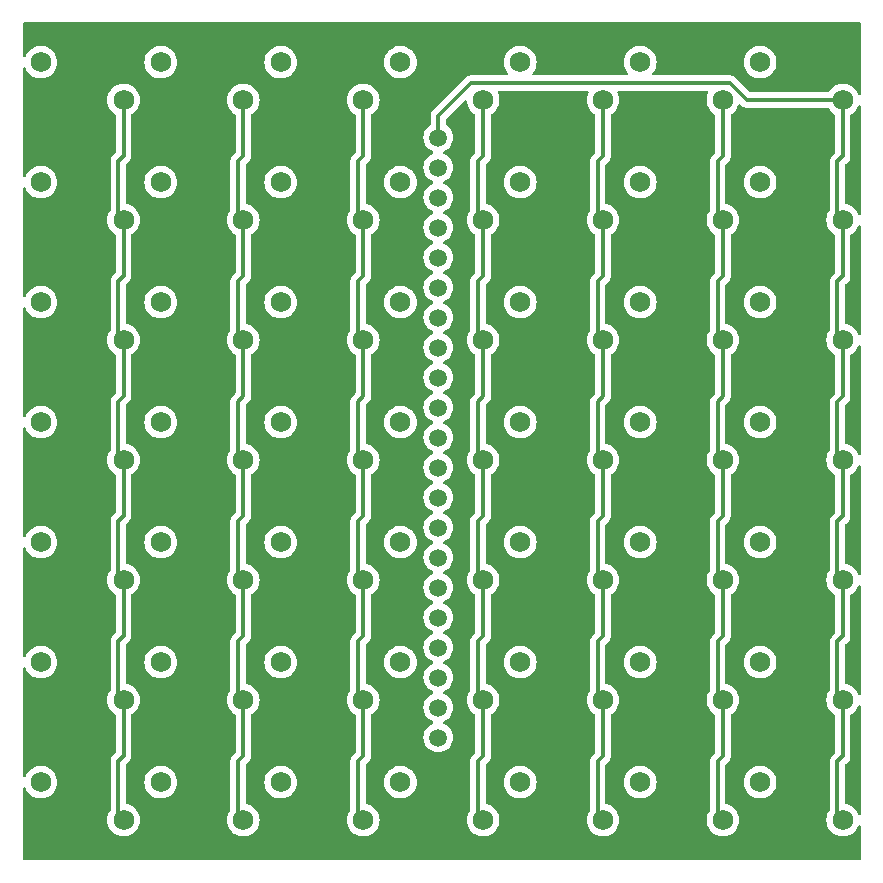
<source format=gbl>
G04 #@! TF.GenerationSoftware,KiCad,Pcbnew,8.0.5-8.0.5-0~ubuntu24.04.1*
G04 #@! TF.CreationDate,2024-10-16T20:18:24-04:00*
G04 #@! TF.ProjectId,array,61727261-792e-46b6-9963-61645f706362,rev?*
G04 #@! TF.SameCoordinates,Original*
G04 #@! TF.FileFunction,Copper,L2,Bot*
G04 #@! TF.FilePolarity,Positive*
%FSLAX46Y46*%
G04 Gerber Fmt 4.6, Leading zero omitted, Abs format (unit mm)*
G04 Created by KiCad (PCBNEW 8.0.5-8.0.5-0~ubuntu24.04.1) date 2024-10-16 20:18:24*
%MOMM*%
%LPD*%
G01*
G04 APERTURE LIST*
G04 #@! TA.AperFunction,ComponentPad*
%ADD10C,1.500000*%
G04 #@! TD*
G04 #@! TA.AperFunction,ComponentPad*
%ADD11C,1.750000*%
G04 #@! TD*
G04 #@! TA.AperFunction,Conductor*
%ADD12C,0.300000*%
G04 #@! TD*
G04 APERTURE END LIST*
D10*
X127800000Y-117070000D03*
X127800000Y-114530000D03*
X127800000Y-111990000D03*
X127800000Y-109450000D03*
X127800000Y-106910000D03*
X127800000Y-104370000D03*
X127800000Y-101830000D03*
X127800000Y-99290000D03*
X127800000Y-96750000D03*
X127800000Y-94210000D03*
X127800000Y-91670000D03*
X127800000Y-89130000D03*
X127800000Y-86590000D03*
X127800000Y-84050000D03*
X127800000Y-81510000D03*
X127800000Y-78970000D03*
X127800000Y-76430000D03*
X127800000Y-73890000D03*
X127800000Y-71350000D03*
X127800000Y-68810000D03*
X127800000Y-66270000D03*
X127800000Y-63730000D03*
D11*
X124600000Y-57340000D03*
X124600000Y-67500000D03*
X124600000Y-77660000D03*
X124600000Y-87820000D03*
X124600000Y-97980000D03*
X124600000Y-108140000D03*
X124600000Y-118300000D03*
X131600000Y-60540000D03*
X131600000Y-70700000D03*
X131600000Y-80860000D03*
X131600000Y-91020000D03*
X131600000Y-101180000D03*
X131600000Y-111340000D03*
X131600000Y-121500000D03*
X94150000Y-57340000D03*
X94150000Y-67500000D03*
X94150000Y-77660000D03*
X94150000Y-87820000D03*
X94150000Y-97980000D03*
X94150000Y-108140000D03*
X94150000Y-118300000D03*
X101150000Y-60540000D03*
X101150000Y-70700000D03*
X101150000Y-80860000D03*
X101150000Y-91020000D03*
X101150000Y-101180000D03*
X101150000Y-111340000D03*
X101150000Y-121500000D03*
X104300000Y-57340000D03*
X104300000Y-67500000D03*
X104300000Y-77660000D03*
X104300000Y-87820000D03*
X104300000Y-97980000D03*
X104300000Y-108140000D03*
X104300000Y-118300000D03*
X111300000Y-60540000D03*
X111300000Y-70700000D03*
X111300000Y-80860000D03*
X111300000Y-91020000D03*
X111300000Y-101180000D03*
X111300000Y-111340000D03*
X111300000Y-121500000D03*
X155050000Y-57340000D03*
X155050000Y-67500000D03*
X155050000Y-77660000D03*
X155050000Y-87820000D03*
X155050000Y-97980000D03*
X155050000Y-108140000D03*
X155050000Y-118300000D03*
X162050000Y-60540000D03*
X162050000Y-70700000D03*
X162050000Y-80860000D03*
X162050000Y-91020000D03*
X162050000Y-101180000D03*
X162050000Y-111340000D03*
X162050000Y-121500000D03*
X144900000Y-57340000D03*
X144900000Y-67500000D03*
X144900000Y-77660000D03*
X144900000Y-87820000D03*
X144900000Y-97980000D03*
X144900000Y-108140000D03*
X144900000Y-118300000D03*
X151900000Y-60540000D03*
X151900000Y-70700000D03*
X151900000Y-80860000D03*
X151900000Y-91020000D03*
X151900000Y-101180000D03*
X151900000Y-111340000D03*
X151900000Y-121500000D03*
X134750000Y-57340000D03*
X134750000Y-67500000D03*
X134750000Y-77660000D03*
X134750000Y-87820000D03*
X134750000Y-97980000D03*
X134750000Y-108140000D03*
X134750000Y-118300000D03*
X141750000Y-60540000D03*
X141750000Y-70700000D03*
X141750000Y-80860000D03*
X141750000Y-91020000D03*
X141750000Y-101180000D03*
X141750000Y-111340000D03*
X141750000Y-121500000D03*
X114450000Y-57340000D03*
X114450000Y-67500000D03*
X114450000Y-77660000D03*
X114450000Y-87820000D03*
X114450000Y-97980000D03*
X114450000Y-108140000D03*
X114450000Y-118300000D03*
X121450000Y-60540000D03*
X121450000Y-70700000D03*
X121450000Y-80860000D03*
X121450000Y-91020000D03*
X121450000Y-101180000D03*
X121450000Y-111340000D03*
X121450000Y-121500000D03*
D12*
X127800000Y-61900000D02*
X130600000Y-59100000D01*
X131150000Y-65730000D02*
X131150000Y-70230000D01*
X131600000Y-60520000D02*
X131600000Y-65280000D01*
X121450000Y-60520000D02*
X121450000Y-65280000D01*
X131150000Y-100680000D02*
X131600000Y-101130000D01*
X162050000Y-105930000D02*
X161600000Y-106380000D01*
X101150000Y-111320000D02*
X101150000Y-116080000D01*
X151450000Y-121030000D02*
X151900000Y-121480000D01*
X131600000Y-80870000D02*
X131600000Y-85630000D01*
X110850000Y-100680000D02*
X111300000Y-101130000D01*
X161600000Y-100680000D02*
X162050000Y-101130000D01*
X151900000Y-70670000D02*
X151900000Y-75430000D01*
X110850000Y-116530000D02*
X110850000Y-121030000D01*
X111300000Y-95730000D02*
X110850000Y-96180000D01*
X121000000Y-86080000D02*
X121000000Y-90580000D01*
X141750000Y-90970000D02*
X141750000Y-95730000D01*
X110850000Y-80380000D02*
X111300000Y-80830000D01*
X151900000Y-60520000D02*
X151900000Y-65280000D01*
X141750000Y-116080000D02*
X141300000Y-116530000D01*
X131150000Y-75880000D02*
X131150000Y-80380000D01*
X121450000Y-80870000D02*
X121450000Y-85630000D01*
X162050000Y-85630000D02*
X161600000Y-86080000D01*
X151900000Y-105930000D02*
X151450000Y-106380000D01*
X131600000Y-65280000D02*
X131150000Y-65730000D01*
X131150000Y-90580000D02*
X131600000Y-91030000D01*
X100700000Y-86080000D02*
X100700000Y-90580000D01*
X121450000Y-95730000D02*
X121000000Y-96180000D01*
X121000000Y-70230000D02*
X121450000Y-70680000D01*
X111300000Y-80870000D02*
X111300000Y-85630000D01*
X151900000Y-65280000D02*
X151450000Y-65730000D01*
X111300000Y-111320000D02*
X111300000Y-116080000D01*
X131600000Y-75430000D02*
X131150000Y-75880000D01*
X162050000Y-75430000D02*
X161600000Y-75880000D01*
X100700000Y-106380000D02*
X100700000Y-110880000D01*
X121450000Y-70670000D02*
X121450000Y-75430000D01*
X127800000Y-63700000D02*
X127800000Y-61900000D01*
X151900000Y-80870000D02*
X151900000Y-85630000D01*
X121000000Y-80380000D02*
X121450000Y-80830000D01*
X141300000Y-80380000D02*
X141750000Y-80830000D01*
X111300000Y-90970000D02*
X111300000Y-95730000D01*
X121000000Y-100680000D02*
X121450000Y-101130000D01*
X131600000Y-116080000D02*
X131150000Y-116530000D01*
X141750000Y-75430000D02*
X141300000Y-75880000D01*
X101150000Y-80870000D02*
X101150000Y-85630000D01*
X151900000Y-116080000D02*
X151450000Y-116530000D01*
X162050000Y-60520000D02*
X162050000Y-65280000D01*
X121000000Y-75880000D02*
X121000000Y-80380000D01*
X100700000Y-100680000D02*
X101150000Y-101130000D01*
X151450000Y-80380000D02*
X151900000Y-80830000D01*
X151900000Y-75430000D02*
X151450000Y-75880000D01*
X100700000Y-65730000D02*
X100700000Y-70230000D01*
X151450000Y-75880000D02*
X151450000Y-80380000D01*
X111300000Y-65280000D02*
X110850000Y-65730000D01*
X101150000Y-65280000D02*
X100700000Y-65730000D01*
X121450000Y-90970000D02*
X121450000Y-95730000D01*
X100700000Y-70230000D02*
X101150000Y-70680000D01*
X162050000Y-116080000D02*
X161600000Y-116530000D01*
X101150000Y-75430000D02*
X100700000Y-75880000D01*
X110850000Y-75880000D02*
X110850000Y-80380000D01*
X141300000Y-75880000D02*
X141300000Y-80380000D01*
X110850000Y-106380000D02*
X110850000Y-110880000D01*
X100700000Y-75880000D02*
X100700000Y-80380000D01*
X141750000Y-60520000D02*
X141750000Y-65280000D01*
X121450000Y-105930000D02*
X121000000Y-106380000D01*
X100700000Y-96180000D02*
X100700000Y-100680000D01*
X161600000Y-116530000D02*
X161600000Y-121030000D01*
X141750000Y-65280000D02*
X141300000Y-65730000D01*
X141300000Y-86080000D02*
X141300000Y-90580000D01*
X151450000Y-90580000D02*
X151900000Y-91030000D01*
X162050000Y-70670000D02*
X162050000Y-75430000D01*
X131150000Y-70230000D02*
X131600000Y-70680000D01*
X110850000Y-110880000D02*
X111300000Y-111330000D01*
X131600000Y-101170000D02*
X131600000Y-105930000D01*
X131600000Y-90970000D02*
X131600000Y-95730000D01*
X131600000Y-85630000D02*
X131150000Y-86080000D01*
X151900000Y-95730000D02*
X151450000Y-96180000D01*
X111300000Y-70670000D02*
X111300000Y-75430000D01*
X161600000Y-75880000D02*
X161600000Y-80380000D01*
X121000000Y-110880000D02*
X121450000Y-111330000D01*
X141300000Y-116530000D02*
X141300000Y-121030000D01*
X131600000Y-70670000D02*
X131600000Y-75430000D01*
X131600000Y-95730000D02*
X131150000Y-96180000D01*
X141300000Y-110880000D02*
X141750000Y-111330000D01*
X162050000Y-80870000D02*
X162050000Y-85630000D01*
X110850000Y-70230000D02*
X111300000Y-70680000D01*
X162050000Y-90970000D02*
X162050000Y-95730000D01*
X151450000Y-96180000D02*
X151450000Y-100680000D01*
X151450000Y-110880000D02*
X151900000Y-111330000D01*
X111300000Y-101170000D02*
X111300000Y-105930000D01*
X151450000Y-70230000D02*
X151900000Y-70680000D01*
X101150000Y-85630000D02*
X100700000Y-86080000D01*
X153940000Y-60540000D02*
X162050000Y-60540000D01*
X100700000Y-80380000D02*
X101150000Y-80830000D01*
X141750000Y-85630000D02*
X141300000Y-86080000D01*
X141750000Y-80870000D02*
X141750000Y-85630000D01*
X131150000Y-106380000D02*
X131150000Y-110880000D01*
X110850000Y-96180000D02*
X110850000Y-100680000D01*
X141750000Y-101170000D02*
X141750000Y-105930000D01*
X161600000Y-90580000D02*
X162050000Y-91030000D01*
X161600000Y-70230000D02*
X162050000Y-70680000D01*
X121000000Y-90580000D02*
X121450000Y-91030000D01*
X101150000Y-95730000D02*
X100700000Y-96180000D01*
X121450000Y-85630000D02*
X121000000Y-86080000D01*
X131150000Y-121030000D02*
X131600000Y-121480000D01*
X151900000Y-85630000D02*
X151450000Y-86080000D01*
X131150000Y-80380000D02*
X131600000Y-80830000D01*
X110850000Y-86080000D02*
X110850000Y-90580000D01*
X131150000Y-86080000D02*
X131150000Y-90580000D01*
X162050000Y-65280000D02*
X161600000Y-65730000D01*
X101150000Y-101170000D02*
X101150000Y-105930000D01*
X121000000Y-65730000D02*
X121000000Y-70230000D01*
X121000000Y-106380000D02*
X121000000Y-110880000D01*
X151450000Y-100680000D02*
X151900000Y-101130000D01*
X141300000Y-106380000D02*
X141300000Y-110880000D01*
X131600000Y-105930000D02*
X131150000Y-106380000D01*
X141300000Y-65730000D02*
X141300000Y-70230000D01*
X141300000Y-70230000D02*
X141750000Y-70680000D01*
X161600000Y-65730000D02*
X161600000Y-70230000D01*
X111300000Y-85630000D02*
X110850000Y-86080000D01*
X141750000Y-95730000D02*
X141300000Y-96180000D01*
X151450000Y-86080000D02*
X151450000Y-90580000D01*
X151900000Y-101170000D02*
X151900000Y-105930000D01*
X100700000Y-90580000D02*
X101150000Y-91030000D01*
X141300000Y-90580000D02*
X141750000Y-91030000D01*
X101150000Y-60520000D02*
X101150000Y-65280000D01*
X161600000Y-110880000D02*
X162050000Y-111330000D01*
X161600000Y-80380000D02*
X162050000Y-80830000D01*
X151900000Y-90970000D02*
X151900000Y-95730000D01*
X141300000Y-121030000D02*
X141750000Y-121480000D01*
X111300000Y-116080000D02*
X110850000Y-116530000D01*
X161600000Y-106380000D02*
X161600000Y-110880000D01*
X162050000Y-101170000D02*
X162050000Y-105930000D01*
X111300000Y-75430000D02*
X110850000Y-75880000D01*
X121000000Y-96180000D02*
X121000000Y-100680000D01*
X110850000Y-90580000D02*
X111300000Y-91030000D01*
X100700000Y-121030000D02*
X101150000Y-121480000D01*
X161600000Y-96180000D02*
X161600000Y-100680000D01*
X162050000Y-111320000D02*
X162050000Y-116080000D01*
X161600000Y-121030000D02*
X162050000Y-121480000D01*
X141750000Y-105930000D02*
X141300000Y-106380000D01*
X131150000Y-96180000D02*
X131150000Y-100680000D01*
X121000000Y-116530000D02*
X121000000Y-121030000D01*
X121450000Y-116080000D02*
X121000000Y-116530000D01*
X101150000Y-90970000D02*
X101150000Y-95730000D01*
X110850000Y-65730000D02*
X110850000Y-70230000D01*
X131150000Y-110880000D02*
X131600000Y-111330000D01*
X101150000Y-105930000D02*
X100700000Y-106380000D01*
X101150000Y-70670000D02*
X101150000Y-75430000D01*
X141750000Y-70670000D02*
X141750000Y-75430000D01*
X100700000Y-116530000D02*
X100700000Y-121030000D01*
X151450000Y-116530000D02*
X151450000Y-121030000D01*
X162050000Y-95730000D02*
X161600000Y-96180000D01*
X151900000Y-111320000D02*
X151900000Y-116080000D01*
X101150000Y-116080000D02*
X100700000Y-116530000D01*
X121450000Y-65280000D02*
X121000000Y-65730000D01*
X131600000Y-111320000D02*
X131600000Y-116080000D01*
X151450000Y-106380000D02*
X151450000Y-110880000D01*
X130600000Y-59100000D02*
X152500000Y-59100000D01*
X131150000Y-116530000D02*
X131150000Y-121030000D01*
X141300000Y-100680000D02*
X141750000Y-101130000D01*
X152500000Y-59100000D02*
X153940000Y-60540000D01*
X121450000Y-101170000D02*
X121450000Y-105930000D01*
X121000000Y-121030000D02*
X121450000Y-121480000D01*
X100700000Y-110880000D02*
X101150000Y-111330000D01*
X121450000Y-111320000D02*
X121450000Y-116080000D01*
X111300000Y-60520000D02*
X111300000Y-65280000D01*
X141300000Y-96180000D02*
X141300000Y-100680000D01*
X110850000Y-121030000D02*
X111300000Y-121480000D01*
X141750000Y-111320000D02*
X141750000Y-116080000D01*
X151450000Y-65730000D02*
X151450000Y-70230000D01*
X121450000Y-75430000D02*
X121000000Y-75880000D01*
X161600000Y-86080000D02*
X161600000Y-90580000D01*
X111300000Y-105930000D02*
X110850000Y-106380000D01*
G04 #@! TA.AperFunction,NonConductor*
G36*
X163516464Y-60973658D02*
G01*
X163563007Y-61025768D01*
X163575000Y-61078969D01*
X163575000Y-70161030D01*
X163555315Y-70228069D01*
X163502511Y-70273824D01*
X163433353Y-70283768D01*
X163369797Y-70254743D01*
X163337444Y-70210840D01*
X163263862Y-70043091D01*
X163139185Y-69852257D01*
X162984791Y-69684541D01*
X162984787Y-69684538D01*
X162804909Y-69544533D01*
X162804900Y-69544527D01*
X162604432Y-69436040D01*
X162604429Y-69436039D01*
X162604426Y-69436037D01*
X162604420Y-69436035D01*
X162604418Y-69436034D01*
X162388826Y-69362020D01*
X162354090Y-69356224D01*
X162291205Y-69325773D01*
X162254765Y-69266158D01*
X162250500Y-69233915D01*
X162250500Y-66050808D01*
X162270185Y-65983769D01*
X162286819Y-65963127D01*
X162555273Y-65694673D01*
X162555277Y-65694669D01*
X162626465Y-65588127D01*
X162675501Y-65469744D01*
X162681022Y-65441987D01*
X162700500Y-65344069D01*
X162700500Y-61825858D01*
X162720185Y-61758819D01*
X162765481Y-61716804D01*
X162804906Y-61695469D01*
X162984794Y-61555456D01*
X163139183Y-61387745D01*
X163263862Y-61196909D01*
X163337444Y-61029159D01*
X163382400Y-60975673D01*
X163449136Y-60954983D01*
X163516464Y-60973658D01*
G37*
G04 #@! TD.AperFunction*
G04 #@! TA.AperFunction,NonConductor*
G36*
X163516464Y-71133658D02*
G01*
X163563007Y-71185768D01*
X163575000Y-71238969D01*
X163575000Y-80321030D01*
X163555315Y-80388069D01*
X163502511Y-80433824D01*
X163433353Y-80443768D01*
X163369797Y-80414743D01*
X163337444Y-80370840D01*
X163263862Y-80203091D01*
X163139185Y-80012257D01*
X162984791Y-79844541D01*
X162984787Y-79844538D01*
X162804909Y-79704533D01*
X162804900Y-79704527D01*
X162604432Y-79596040D01*
X162604429Y-79596039D01*
X162604426Y-79596037D01*
X162604420Y-79596035D01*
X162604418Y-79596034D01*
X162388826Y-79522020D01*
X162354090Y-79516224D01*
X162291205Y-79485773D01*
X162254765Y-79426158D01*
X162250500Y-79393915D01*
X162250500Y-76200808D01*
X162270185Y-76133769D01*
X162286819Y-76113127D01*
X162555273Y-75844673D01*
X162555277Y-75844669D01*
X162626465Y-75738127D01*
X162675501Y-75619744D01*
X162685023Y-75571873D01*
X162700500Y-75494069D01*
X162700500Y-71985858D01*
X162720185Y-71918819D01*
X162765481Y-71876804D01*
X162804906Y-71855469D01*
X162984794Y-71715456D01*
X163139183Y-71547745D01*
X163263862Y-71356909D01*
X163337444Y-71189159D01*
X163382400Y-71135673D01*
X163449136Y-71114983D01*
X163516464Y-71133658D01*
G37*
G04 #@! TD.AperFunction*
G04 #@! TA.AperFunction,NonConductor*
G36*
X163516464Y-81293658D02*
G01*
X163563007Y-81345768D01*
X163575000Y-81398969D01*
X163575000Y-90481030D01*
X163555315Y-90548069D01*
X163502511Y-90593824D01*
X163433353Y-90603768D01*
X163369797Y-90574743D01*
X163337444Y-90530840D01*
X163263862Y-90363091D01*
X163139185Y-90172257D01*
X162984791Y-90004541D01*
X162984787Y-90004538D01*
X162804909Y-89864533D01*
X162804900Y-89864527D01*
X162604432Y-89756040D01*
X162604429Y-89756039D01*
X162604426Y-89756037D01*
X162604420Y-89756035D01*
X162604418Y-89756034D01*
X162388826Y-89682020D01*
X162354090Y-89676224D01*
X162291205Y-89645773D01*
X162254765Y-89586158D01*
X162250500Y-89553915D01*
X162250500Y-86400808D01*
X162270185Y-86333769D01*
X162286819Y-86313127D01*
X162555273Y-86044673D01*
X162555277Y-86044669D01*
X162626465Y-85938127D01*
X162675501Y-85819744D01*
X162685023Y-85771873D01*
X162700500Y-85694069D01*
X162700500Y-82145858D01*
X162720185Y-82078819D01*
X162765481Y-82036804D01*
X162804906Y-82015469D01*
X162984794Y-81875456D01*
X163139183Y-81707745D01*
X163263862Y-81516909D01*
X163337444Y-81349159D01*
X163382400Y-81295673D01*
X163449136Y-81274983D01*
X163516464Y-81293658D01*
G37*
G04 #@! TD.AperFunction*
G04 #@! TA.AperFunction,NonConductor*
G36*
X163516464Y-91453658D02*
G01*
X163563007Y-91505768D01*
X163575000Y-91558969D01*
X163575000Y-100641030D01*
X163555315Y-100708069D01*
X163502511Y-100753824D01*
X163433353Y-100763768D01*
X163369797Y-100734743D01*
X163337444Y-100690840D01*
X163263862Y-100523091D01*
X163139185Y-100332257D01*
X162984791Y-100164541D01*
X162984787Y-100164538D01*
X162804909Y-100024533D01*
X162804900Y-100024527D01*
X162604432Y-99916040D01*
X162604429Y-99916039D01*
X162604426Y-99916037D01*
X162604420Y-99916035D01*
X162604418Y-99916034D01*
X162388826Y-99842020D01*
X162354090Y-99836224D01*
X162291205Y-99805773D01*
X162254765Y-99746158D01*
X162250500Y-99713915D01*
X162250500Y-96500808D01*
X162270185Y-96433769D01*
X162286819Y-96413127D01*
X162555273Y-96144673D01*
X162555277Y-96144669D01*
X162626465Y-96038127D01*
X162675501Y-95919744D01*
X162685023Y-95871873D01*
X162700500Y-95794069D01*
X162700500Y-92305858D01*
X162720185Y-92238819D01*
X162765481Y-92196804D01*
X162804906Y-92175469D01*
X162984794Y-92035456D01*
X163139183Y-91867745D01*
X163263862Y-91676909D01*
X163337444Y-91509159D01*
X163382400Y-91455673D01*
X163449136Y-91434983D01*
X163516464Y-91453658D01*
G37*
G04 #@! TD.AperFunction*
G04 #@! TA.AperFunction,NonConductor*
G36*
X163516464Y-101613658D02*
G01*
X163563007Y-101665768D01*
X163575000Y-101718969D01*
X163575000Y-110801030D01*
X163555315Y-110868069D01*
X163502511Y-110913824D01*
X163433353Y-110923768D01*
X163369797Y-110894743D01*
X163337444Y-110850840D01*
X163263862Y-110683091D01*
X163139185Y-110492257D01*
X162984791Y-110324541D01*
X162984787Y-110324538D01*
X162804909Y-110184533D01*
X162804900Y-110184527D01*
X162604432Y-110076040D01*
X162604429Y-110076039D01*
X162604426Y-110076037D01*
X162604420Y-110076035D01*
X162604418Y-110076034D01*
X162388826Y-110002020D01*
X162354090Y-109996224D01*
X162291205Y-109965773D01*
X162254765Y-109906158D01*
X162250500Y-109873915D01*
X162250500Y-106700808D01*
X162270185Y-106633769D01*
X162286819Y-106613127D01*
X162555273Y-106344673D01*
X162555277Y-106344669D01*
X162626465Y-106238127D01*
X162675501Y-106119744D01*
X162700500Y-105994069D01*
X162700500Y-102465858D01*
X162720185Y-102398819D01*
X162765481Y-102356804D01*
X162804906Y-102335469D01*
X162984794Y-102195456D01*
X163139183Y-102027745D01*
X163263862Y-101836909D01*
X163337444Y-101669159D01*
X163382400Y-101615673D01*
X163449136Y-101594983D01*
X163516464Y-101613658D01*
G37*
G04 #@! TD.AperFunction*
G04 #@! TA.AperFunction,NonConductor*
G36*
X163516464Y-111773658D02*
G01*
X163563007Y-111825768D01*
X163575000Y-111878969D01*
X163575000Y-120961030D01*
X163555315Y-121028069D01*
X163502511Y-121073824D01*
X163433353Y-121083768D01*
X163369797Y-121054743D01*
X163337444Y-121010840D01*
X163263862Y-120843091D01*
X163139185Y-120652257D01*
X162984791Y-120484541D01*
X162984787Y-120484538D01*
X162804909Y-120344533D01*
X162804900Y-120344527D01*
X162604432Y-120236040D01*
X162604429Y-120236039D01*
X162604426Y-120236037D01*
X162604420Y-120236035D01*
X162604418Y-120236034D01*
X162388826Y-120162020D01*
X162354090Y-120156224D01*
X162291205Y-120125773D01*
X162254765Y-120066158D01*
X162250500Y-120033915D01*
X162250500Y-116850808D01*
X162270185Y-116783769D01*
X162286819Y-116763127D01*
X162555273Y-116494673D01*
X162555277Y-116494669D01*
X162626465Y-116388127D01*
X162675501Y-116269744D01*
X162685023Y-116221873D01*
X162700500Y-116144069D01*
X162700500Y-112625858D01*
X162720185Y-112558819D01*
X162765481Y-112516804D01*
X162804906Y-112495469D01*
X162984794Y-112355456D01*
X163139183Y-112187745D01*
X163263862Y-111996909D01*
X163337444Y-111829159D01*
X163382400Y-111775673D01*
X163449136Y-111754983D01*
X163516464Y-111773658D01*
G37*
G04 #@! TD.AperFunction*
G04 #@! TA.AperFunction,NonConductor*
G36*
X163518039Y-53969685D02*
G01*
X163563794Y-54022489D01*
X163575000Y-54074000D01*
X163575000Y-60001030D01*
X163555315Y-60068069D01*
X163502511Y-60113824D01*
X163433353Y-60123768D01*
X163369797Y-60094743D01*
X163337444Y-60050840D01*
X163263862Y-59883091D01*
X163139185Y-59692257D01*
X162984791Y-59524541D01*
X162984787Y-59524538D01*
X162804909Y-59384533D01*
X162804900Y-59384527D01*
X162604432Y-59276040D01*
X162604429Y-59276039D01*
X162604426Y-59276037D01*
X162604420Y-59276035D01*
X162604418Y-59276034D01*
X162388826Y-59202020D01*
X162220188Y-59173880D01*
X162163977Y-59164500D01*
X161936023Y-59164500D01*
X161891053Y-59172004D01*
X161711173Y-59202020D01*
X161495581Y-59276034D01*
X161495567Y-59276040D01*
X161295099Y-59384527D01*
X161295090Y-59384533D01*
X161115212Y-59524538D01*
X161115208Y-59524541D01*
X160960814Y-59692257D01*
X160868654Y-59833321D01*
X160815508Y-59878678D01*
X160764845Y-59889500D01*
X154260808Y-59889500D01*
X154193769Y-59869815D01*
X154173127Y-59853181D01*
X152914674Y-58594727D01*
X152914673Y-58594726D01*
X152914669Y-58594723D01*
X152808127Y-58523535D01*
X152689744Y-58474499D01*
X152689738Y-58474497D01*
X152564071Y-58449500D01*
X152564069Y-58449500D01*
X146030912Y-58449500D01*
X145963873Y-58429815D01*
X145918118Y-58377011D01*
X145908174Y-58307853D01*
X145937199Y-58244297D01*
X145939682Y-58241517D01*
X145989183Y-58187745D01*
X146113862Y-57996909D01*
X146205430Y-57788155D01*
X146261390Y-57567176D01*
X146280214Y-57340000D01*
X146280214Y-57339993D01*
X153669786Y-57339993D01*
X153669786Y-57340006D01*
X153688608Y-57567168D01*
X153688610Y-57567179D01*
X153744569Y-57788155D01*
X153836137Y-57996908D01*
X153960814Y-58187742D01*
X154115208Y-58355458D01*
X154115212Y-58355461D01*
X154208093Y-58427753D01*
X154295094Y-58495469D01*
X154295096Y-58495470D01*
X154295099Y-58495472D01*
X154411646Y-58558543D01*
X154495574Y-58603963D01*
X154607529Y-58642397D01*
X154711173Y-58677979D01*
X154711175Y-58677979D01*
X154711177Y-58677980D01*
X154936023Y-58715500D01*
X154936024Y-58715500D01*
X155163976Y-58715500D01*
X155163977Y-58715500D01*
X155388823Y-58677980D01*
X155604426Y-58603963D01*
X155804906Y-58495469D01*
X155984794Y-58355456D01*
X156139183Y-58187745D01*
X156263862Y-57996909D01*
X156355430Y-57788155D01*
X156411390Y-57567176D01*
X156430214Y-57340000D01*
X156430214Y-57339993D01*
X156411391Y-57112831D01*
X156411389Y-57112820D01*
X156355430Y-56891844D01*
X156263862Y-56683091D01*
X156139185Y-56492257D01*
X155984791Y-56324541D01*
X155984787Y-56324538D01*
X155804909Y-56184533D01*
X155804900Y-56184527D01*
X155604432Y-56076040D01*
X155604429Y-56076039D01*
X155604426Y-56076037D01*
X155604420Y-56076035D01*
X155604418Y-56076034D01*
X155388826Y-56002020D01*
X155220188Y-55973880D01*
X155163977Y-55964500D01*
X154936023Y-55964500D01*
X154891053Y-55972004D01*
X154711173Y-56002020D01*
X154495581Y-56076034D01*
X154495567Y-56076040D01*
X154295099Y-56184527D01*
X154295090Y-56184533D01*
X154115212Y-56324538D01*
X154115208Y-56324541D01*
X153960814Y-56492257D01*
X153836137Y-56683091D01*
X153744569Y-56891844D01*
X153688610Y-57112820D01*
X153688608Y-57112831D01*
X153669786Y-57339993D01*
X146280214Y-57339993D01*
X146261391Y-57112831D01*
X146261389Y-57112820D01*
X146205430Y-56891844D01*
X146113862Y-56683091D01*
X145989185Y-56492257D01*
X145834791Y-56324541D01*
X145834787Y-56324538D01*
X145654909Y-56184533D01*
X145654900Y-56184527D01*
X145454432Y-56076040D01*
X145454429Y-56076039D01*
X145454426Y-56076037D01*
X145454420Y-56076035D01*
X145454418Y-56076034D01*
X145238826Y-56002020D01*
X145070188Y-55973880D01*
X145013977Y-55964500D01*
X144786023Y-55964500D01*
X144741053Y-55972004D01*
X144561173Y-56002020D01*
X144345581Y-56076034D01*
X144345567Y-56076040D01*
X144145099Y-56184527D01*
X144145090Y-56184533D01*
X143965212Y-56324538D01*
X143965208Y-56324541D01*
X143810814Y-56492257D01*
X143686137Y-56683091D01*
X143594569Y-56891844D01*
X143538610Y-57112820D01*
X143538608Y-57112831D01*
X143519786Y-57339993D01*
X143519786Y-57340006D01*
X143538608Y-57567168D01*
X143538610Y-57567179D01*
X143594569Y-57788155D01*
X143686137Y-57996908D01*
X143810814Y-58187742D01*
X143860318Y-58241517D01*
X143891240Y-58304172D01*
X143883380Y-58373598D01*
X143839233Y-58427753D01*
X143772815Y-58449444D01*
X143769088Y-58449500D01*
X135880912Y-58449500D01*
X135813873Y-58429815D01*
X135768118Y-58377011D01*
X135758174Y-58307853D01*
X135787199Y-58244297D01*
X135789682Y-58241517D01*
X135839183Y-58187745D01*
X135963862Y-57996909D01*
X136055430Y-57788155D01*
X136111390Y-57567176D01*
X136130214Y-57340000D01*
X136130214Y-57339993D01*
X136111391Y-57112831D01*
X136111389Y-57112820D01*
X136055430Y-56891844D01*
X135963862Y-56683091D01*
X135839185Y-56492257D01*
X135684791Y-56324541D01*
X135684787Y-56324538D01*
X135504909Y-56184533D01*
X135504900Y-56184527D01*
X135304432Y-56076040D01*
X135304429Y-56076039D01*
X135304426Y-56076037D01*
X135304420Y-56076035D01*
X135304418Y-56076034D01*
X135088826Y-56002020D01*
X134920188Y-55973880D01*
X134863977Y-55964500D01*
X134636023Y-55964500D01*
X134591053Y-55972004D01*
X134411173Y-56002020D01*
X134195581Y-56076034D01*
X134195567Y-56076040D01*
X133995099Y-56184527D01*
X133995090Y-56184533D01*
X133815212Y-56324538D01*
X133815208Y-56324541D01*
X133660814Y-56492257D01*
X133536137Y-56683091D01*
X133444569Y-56891844D01*
X133388610Y-57112820D01*
X133388608Y-57112831D01*
X133369786Y-57339993D01*
X133369786Y-57340006D01*
X133388608Y-57567168D01*
X133388610Y-57567179D01*
X133444569Y-57788155D01*
X133536137Y-57996908D01*
X133660814Y-58187742D01*
X133710318Y-58241517D01*
X133741240Y-58304172D01*
X133733380Y-58373598D01*
X133689233Y-58427753D01*
X133622815Y-58449444D01*
X133619088Y-58449500D01*
X130535929Y-58449500D01*
X130410261Y-58474497D01*
X130410255Y-58474499D01*
X130291874Y-58523534D01*
X130185326Y-58594726D01*
X127294724Y-61485328D01*
X127257860Y-61540499D01*
X127257861Y-61540500D01*
X127223534Y-61591874D01*
X127174499Y-61710255D01*
X127174497Y-61710261D01*
X127149500Y-61835928D01*
X127149500Y-62564355D01*
X127129815Y-62631394D01*
X127096624Y-62665930D01*
X126993118Y-62738405D01*
X126838402Y-62893121D01*
X126712900Y-63072357D01*
X126712898Y-63072361D01*
X126620426Y-63270668D01*
X126620422Y-63270677D01*
X126563793Y-63482020D01*
X126563793Y-63482024D01*
X126544723Y-63699997D01*
X126544723Y-63700002D01*
X126563793Y-63917975D01*
X126563793Y-63917979D01*
X126620422Y-64129322D01*
X126620424Y-64129326D01*
X126620425Y-64129330D01*
X126666661Y-64228484D01*
X126712897Y-64327638D01*
X126712898Y-64327639D01*
X126838402Y-64506877D01*
X126993123Y-64661598D01*
X127172360Y-64787101D01*
X127172361Y-64787102D01*
X127323583Y-64857618D01*
X127376022Y-64903790D01*
X127395174Y-64970984D01*
X127374958Y-65037865D01*
X127323583Y-65082382D01*
X127172361Y-65152898D01*
X127172357Y-65152900D01*
X126993121Y-65278402D01*
X126838402Y-65433121D01*
X126712900Y-65612357D01*
X126712898Y-65612361D01*
X126620426Y-65810668D01*
X126620422Y-65810677D01*
X126563793Y-66022020D01*
X126563793Y-66022024D01*
X126544723Y-66239997D01*
X126544723Y-66240002D01*
X126563793Y-66457975D01*
X126563793Y-66457979D01*
X126620422Y-66669322D01*
X126620424Y-66669326D01*
X126620425Y-66669330D01*
X126666661Y-66768484D01*
X126712897Y-66867638D01*
X126712898Y-66867639D01*
X126838402Y-67046877D01*
X126993123Y-67201598D01*
X127172360Y-67327101D01*
X127172361Y-67327102D01*
X127323583Y-67397618D01*
X127376022Y-67443790D01*
X127395174Y-67510984D01*
X127374958Y-67577865D01*
X127323583Y-67622382D01*
X127172361Y-67692898D01*
X127172357Y-67692900D01*
X126993121Y-67818402D01*
X126838402Y-67973121D01*
X126712900Y-68152357D01*
X126712898Y-68152361D01*
X126620426Y-68350668D01*
X126620422Y-68350677D01*
X126563793Y-68562020D01*
X126563793Y-68562024D01*
X126544723Y-68779997D01*
X126544723Y-68780002D01*
X126563793Y-68997975D01*
X126563793Y-68997979D01*
X126620422Y-69209322D01*
X126620424Y-69209326D01*
X126620425Y-69209330D01*
X126666661Y-69308484D01*
X126712897Y-69407638D01*
X126732785Y-69436040D01*
X126838402Y-69586877D01*
X126993123Y-69741598D01*
X127151160Y-69852257D01*
X127172361Y-69867102D01*
X127323583Y-69937618D01*
X127376022Y-69983790D01*
X127395174Y-70050984D01*
X127374958Y-70117865D01*
X127323583Y-70162382D01*
X127172361Y-70232898D01*
X127172357Y-70232900D01*
X126993121Y-70358402D01*
X126838402Y-70513121D01*
X126712900Y-70692357D01*
X126712898Y-70692361D01*
X126620426Y-70890668D01*
X126620422Y-70890677D01*
X126563793Y-71102020D01*
X126563793Y-71102024D01*
X126544723Y-71319997D01*
X126544723Y-71320002D01*
X126563793Y-71537975D01*
X126563793Y-71537979D01*
X126620422Y-71749322D01*
X126620424Y-71749326D01*
X126620425Y-71749330D01*
X126666661Y-71848484D01*
X126712897Y-71947638D01*
X126712898Y-71947639D01*
X126838402Y-72126877D01*
X126993123Y-72281598D01*
X127172360Y-72407101D01*
X127172361Y-72407102D01*
X127323583Y-72477618D01*
X127376022Y-72523790D01*
X127395174Y-72590984D01*
X127374958Y-72657865D01*
X127323583Y-72702382D01*
X127172361Y-72772898D01*
X127172357Y-72772900D01*
X126993121Y-72898402D01*
X126838402Y-73053121D01*
X126712900Y-73232357D01*
X126712898Y-73232361D01*
X126620426Y-73430668D01*
X126620422Y-73430677D01*
X126563793Y-73642020D01*
X126563793Y-73642024D01*
X126544723Y-73859997D01*
X126544723Y-73860002D01*
X126563793Y-74077975D01*
X126563793Y-74077979D01*
X126620422Y-74289322D01*
X126620424Y-74289326D01*
X126620425Y-74289330D01*
X126666661Y-74388484D01*
X126712897Y-74487638D01*
X126712898Y-74487639D01*
X126838402Y-74666877D01*
X126993123Y-74821598D01*
X127172360Y-74947101D01*
X127172361Y-74947102D01*
X127323583Y-75017618D01*
X127376022Y-75063790D01*
X127395174Y-75130984D01*
X127374958Y-75197865D01*
X127323583Y-75242382D01*
X127172361Y-75312898D01*
X127172357Y-75312900D01*
X126993121Y-75438402D01*
X126838402Y-75593121D01*
X126712900Y-75772357D01*
X126712898Y-75772361D01*
X126620426Y-75970668D01*
X126620422Y-75970677D01*
X126563793Y-76182020D01*
X126563793Y-76182024D01*
X126544723Y-76399997D01*
X126544723Y-76400002D01*
X126563793Y-76617975D01*
X126563793Y-76617979D01*
X126620422Y-76829322D01*
X126620424Y-76829326D01*
X126620425Y-76829330D01*
X126666661Y-76928484D01*
X126712897Y-77027638D01*
X126712898Y-77027639D01*
X126838402Y-77206877D01*
X126993123Y-77361598D01*
X127172360Y-77487101D01*
X127172361Y-77487102D01*
X127323583Y-77557618D01*
X127376022Y-77603790D01*
X127395174Y-77670984D01*
X127374958Y-77737865D01*
X127323583Y-77782382D01*
X127172361Y-77852898D01*
X127172357Y-77852900D01*
X126993121Y-77978402D01*
X126838402Y-78133121D01*
X126712900Y-78312357D01*
X126712898Y-78312361D01*
X126620426Y-78510668D01*
X126620422Y-78510677D01*
X126563793Y-78722020D01*
X126563793Y-78722024D01*
X126544723Y-78939997D01*
X126544723Y-78940002D01*
X126563793Y-79157975D01*
X126563793Y-79157979D01*
X126620422Y-79369322D01*
X126620424Y-79369326D01*
X126620425Y-79369330D01*
X126666661Y-79468484D01*
X126712897Y-79567638D01*
X126732785Y-79596040D01*
X126838402Y-79746877D01*
X126993123Y-79901598D01*
X127151160Y-80012257D01*
X127172361Y-80027102D01*
X127323583Y-80097618D01*
X127376022Y-80143790D01*
X127395174Y-80210984D01*
X127374958Y-80277865D01*
X127323583Y-80322382D01*
X127172361Y-80392898D01*
X127172357Y-80392900D01*
X126993121Y-80518402D01*
X126838402Y-80673121D01*
X126712900Y-80852357D01*
X126712898Y-80852361D01*
X126620426Y-81050668D01*
X126620422Y-81050677D01*
X126563793Y-81262020D01*
X126563793Y-81262024D01*
X126544723Y-81479997D01*
X126544723Y-81480002D01*
X126563793Y-81697975D01*
X126563793Y-81697979D01*
X126620422Y-81909322D01*
X126620424Y-81909326D01*
X126620425Y-81909330D01*
X126666661Y-82008484D01*
X126712897Y-82107638D01*
X126712898Y-82107639D01*
X126838402Y-82286877D01*
X126993123Y-82441598D01*
X127172360Y-82567101D01*
X127172361Y-82567102D01*
X127323583Y-82637618D01*
X127376022Y-82683790D01*
X127395174Y-82750984D01*
X127374958Y-82817865D01*
X127323583Y-82862382D01*
X127172361Y-82932898D01*
X127172357Y-82932900D01*
X126993121Y-83058402D01*
X126838402Y-83213121D01*
X126712900Y-83392357D01*
X126712898Y-83392361D01*
X126620426Y-83590668D01*
X126620422Y-83590677D01*
X126563793Y-83802020D01*
X126563793Y-83802024D01*
X126544723Y-84019997D01*
X126544723Y-84020002D01*
X126563793Y-84237975D01*
X126563793Y-84237979D01*
X126620422Y-84449322D01*
X126620424Y-84449326D01*
X126620425Y-84449330D01*
X126666661Y-84548484D01*
X126712897Y-84647638D01*
X126712898Y-84647639D01*
X126838402Y-84826877D01*
X126993123Y-84981598D01*
X127172360Y-85107101D01*
X127172361Y-85107102D01*
X127323583Y-85177618D01*
X127376022Y-85223790D01*
X127395174Y-85290984D01*
X127374958Y-85357865D01*
X127323583Y-85402382D01*
X127172361Y-85472898D01*
X127172357Y-85472900D01*
X126993121Y-85598402D01*
X126838402Y-85753121D01*
X126712900Y-85932357D01*
X126712898Y-85932361D01*
X126620426Y-86130668D01*
X126620422Y-86130677D01*
X126563793Y-86342020D01*
X126563793Y-86342024D01*
X126544723Y-86559997D01*
X126544723Y-86560002D01*
X126563793Y-86777975D01*
X126563793Y-86777979D01*
X126620422Y-86989322D01*
X126620424Y-86989326D01*
X126620425Y-86989330D01*
X126666661Y-87088484D01*
X126712897Y-87187638D01*
X126712898Y-87187639D01*
X126838402Y-87366877D01*
X126993123Y-87521598D01*
X127172360Y-87647101D01*
X127172361Y-87647102D01*
X127323583Y-87717618D01*
X127376022Y-87763790D01*
X127395174Y-87830984D01*
X127374958Y-87897865D01*
X127323583Y-87942382D01*
X127172361Y-88012898D01*
X127172357Y-88012900D01*
X126993121Y-88138402D01*
X126838402Y-88293121D01*
X126712900Y-88472357D01*
X126712898Y-88472361D01*
X126620426Y-88670668D01*
X126620422Y-88670677D01*
X126563793Y-88882020D01*
X126563793Y-88882024D01*
X126544723Y-89099997D01*
X126544723Y-89100002D01*
X126563793Y-89317975D01*
X126563793Y-89317979D01*
X126620422Y-89529322D01*
X126620424Y-89529326D01*
X126620425Y-89529330D01*
X126666661Y-89628484D01*
X126712897Y-89727638D01*
X126732785Y-89756040D01*
X126838402Y-89906877D01*
X126993123Y-90061598D01*
X127151160Y-90172257D01*
X127172361Y-90187102D01*
X127323583Y-90257618D01*
X127376022Y-90303790D01*
X127395174Y-90370984D01*
X127374958Y-90437865D01*
X127323583Y-90482382D01*
X127172361Y-90552898D01*
X127172357Y-90552900D01*
X126993121Y-90678402D01*
X126838402Y-90833121D01*
X126712900Y-91012357D01*
X126712898Y-91012361D01*
X126620426Y-91210668D01*
X126620422Y-91210677D01*
X126563793Y-91422020D01*
X126563793Y-91422024D01*
X126544723Y-91639997D01*
X126544723Y-91640002D01*
X126563793Y-91857975D01*
X126563793Y-91857979D01*
X126620422Y-92069322D01*
X126620424Y-92069326D01*
X126620425Y-92069330D01*
X126666661Y-92168484D01*
X126712897Y-92267638D01*
X126712898Y-92267639D01*
X126838402Y-92446877D01*
X126993123Y-92601598D01*
X127172360Y-92727101D01*
X127172361Y-92727102D01*
X127323583Y-92797618D01*
X127376022Y-92843790D01*
X127395174Y-92910984D01*
X127374958Y-92977865D01*
X127323583Y-93022382D01*
X127172361Y-93092898D01*
X127172357Y-93092900D01*
X126993121Y-93218402D01*
X126838402Y-93373121D01*
X126712900Y-93552357D01*
X126712898Y-93552361D01*
X126620426Y-93750668D01*
X126620422Y-93750677D01*
X126563793Y-93962020D01*
X126563793Y-93962024D01*
X126544723Y-94179997D01*
X126544723Y-94180002D01*
X126563793Y-94397975D01*
X126563793Y-94397979D01*
X126620422Y-94609322D01*
X126620424Y-94609326D01*
X126620425Y-94609330D01*
X126666661Y-94708484D01*
X126712897Y-94807638D01*
X126712898Y-94807639D01*
X126838402Y-94986877D01*
X126993123Y-95141598D01*
X127172360Y-95267101D01*
X127172361Y-95267102D01*
X127323583Y-95337618D01*
X127376022Y-95383790D01*
X127395174Y-95450984D01*
X127374958Y-95517865D01*
X127323583Y-95562382D01*
X127172361Y-95632898D01*
X127172357Y-95632900D01*
X126993121Y-95758402D01*
X126838402Y-95913121D01*
X126712900Y-96092357D01*
X126712898Y-96092361D01*
X126620426Y-96290668D01*
X126620422Y-96290677D01*
X126563793Y-96502020D01*
X126563793Y-96502024D01*
X126544723Y-96719997D01*
X126544723Y-96720002D01*
X126563793Y-96937975D01*
X126563793Y-96937979D01*
X126620422Y-97149322D01*
X126620424Y-97149326D01*
X126620425Y-97149330D01*
X126666661Y-97248484D01*
X126712897Y-97347638D01*
X126712898Y-97347639D01*
X126838402Y-97526877D01*
X126993123Y-97681598D01*
X127172360Y-97807101D01*
X127172361Y-97807102D01*
X127323583Y-97877618D01*
X127376022Y-97923790D01*
X127395174Y-97990984D01*
X127374958Y-98057865D01*
X127323583Y-98102382D01*
X127172361Y-98172898D01*
X127172357Y-98172900D01*
X126993121Y-98298402D01*
X126838402Y-98453121D01*
X126712900Y-98632357D01*
X126712898Y-98632361D01*
X126620426Y-98830668D01*
X126620422Y-98830677D01*
X126563793Y-99042020D01*
X126563793Y-99042024D01*
X126544723Y-99259997D01*
X126544723Y-99260002D01*
X126563793Y-99477975D01*
X126563793Y-99477979D01*
X126620422Y-99689322D01*
X126620424Y-99689326D01*
X126620425Y-99689330D01*
X126666661Y-99788484D01*
X126712897Y-99887638D01*
X126732785Y-99916040D01*
X126838402Y-100066877D01*
X126993123Y-100221598D01*
X127151160Y-100332257D01*
X127172361Y-100347102D01*
X127323583Y-100417618D01*
X127376022Y-100463790D01*
X127395174Y-100530984D01*
X127374958Y-100597865D01*
X127323583Y-100642382D01*
X127172361Y-100712898D01*
X127172357Y-100712900D01*
X126993121Y-100838402D01*
X126838402Y-100993121D01*
X126712900Y-101172357D01*
X126712898Y-101172361D01*
X126620426Y-101370668D01*
X126620422Y-101370677D01*
X126563793Y-101582020D01*
X126563793Y-101582024D01*
X126544723Y-101799997D01*
X126544723Y-101800002D01*
X126563793Y-102017975D01*
X126563793Y-102017979D01*
X126620422Y-102229322D01*
X126620424Y-102229326D01*
X126620425Y-102229330D01*
X126666661Y-102328484D01*
X126712897Y-102427638D01*
X126712898Y-102427639D01*
X126838402Y-102606877D01*
X126993123Y-102761598D01*
X127172360Y-102887101D01*
X127172361Y-102887102D01*
X127323583Y-102957618D01*
X127376022Y-103003790D01*
X127395174Y-103070984D01*
X127374958Y-103137865D01*
X127323583Y-103182382D01*
X127172361Y-103252898D01*
X127172357Y-103252900D01*
X126993121Y-103378402D01*
X126838402Y-103533121D01*
X126712900Y-103712357D01*
X126712898Y-103712361D01*
X126620426Y-103910668D01*
X126620422Y-103910677D01*
X126563793Y-104122020D01*
X126563793Y-104122024D01*
X126544723Y-104339997D01*
X126544723Y-104340002D01*
X126563793Y-104557975D01*
X126563793Y-104557979D01*
X126620422Y-104769322D01*
X126620424Y-104769326D01*
X126620425Y-104769330D01*
X126666661Y-104868484D01*
X126712897Y-104967638D01*
X126712898Y-104967639D01*
X126838402Y-105146877D01*
X126993123Y-105301598D01*
X127172360Y-105427101D01*
X127172361Y-105427102D01*
X127323583Y-105497618D01*
X127376022Y-105543790D01*
X127395174Y-105610984D01*
X127374958Y-105677865D01*
X127323583Y-105722382D01*
X127172361Y-105792898D01*
X127172357Y-105792900D01*
X126993121Y-105918402D01*
X126838402Y-106073121D01*
X126712900Y-106252357D01*
X126712898Y-106252361D01*
X126620426Y-106450668D01*
X126620422Y-106450677D01*
X126563793Y-106662020D01*
X126563793Y-106662024D01*
X126544723Y-106879997D01*
X126544723Y-106880002D01*
X126563793Y-107097975D01*
X126563793Y-107097979D01*
X126620422Y-107309322D01*
X126620424Y-107309326D01*
X126620425Y-107309330D01*
X126666661Y-107408484D01*
X126712897Y-107507638D01*
X126712898Y-107507639D01*
X126838402Y-107686877D01*
X126993123Y-107841598D01*
X127172360Y-107967101D01*
X127172361Y-107967102D01*
X127323583Y-108037618D01*
X127376022Y-108083790D01*
X127395174Y-108150984D01*
X127374958Y-108217865D01*
X127323583Y-108262382D01*
X127172361Y-108332898D01*
X127172357Y-108332900D01*
X126993121Y-108458402D01*
X126838402Y-108613121D01*
X126712900Y-108792357D01*
X126712898Y-108792361D01*
X126620426Y-108990668D01*
X126620422Y-108990677D01*
X126563793Y-109202020D01*
X126563793Y-109202024D01*
X126544723Y-109419997D01*
X126544723Y-109420002D01*
X126563793Y-109637975D01*
X126563793Y-109637979D01*
X126620422Y-109849322D01*
X126620424Y-109849326D01*
X126620425Y-109849330D01*
X126666661Y-109948484D01*
X126712897Y-110047638D01*
X126732785Y-110076040D01*
X126838402Y-110226877D01*
X126993123Y-110381598D01*
X127151160Y-110492257D01*
X127172361Y-110507102D01*
X127323583Y-110577618D01*
X127376022Y-110623790D01*
X127395174Y-110690984D01*
X127374958Y-110757865D01*
X127323583Y-110802382D01*
X127172361Y-110872898D01*
X127172357Y-110872900D01*
X126993121Y-110998402D01*
X126838402Y-111153121D01*
X126712900Y-111332357D01*
X126712898Y-111332361D01*
X126620426Y-111530668D01*
X126620422Y-111530677D01*
X126563793Y-111742020D01*
X126563793Y-111742024D01*
X126544723Y-111959997D01*
X126544723Y-111960002D01*
X126563793Y-112177975D01*
X126563793Y-112177979D01*
X126620422Y-112389322D01*
X126620424Y-112389326D01*
X126620425Y-112389330D01*
X126666661Y-112488484D01*
X126712897Y-112587638D01*
X126712898Y-112587639D01*
X126838402Y-112766877D01*
X126993123Y-112921598D01*
X127172360Y-113047101D01*
X127172361Y-113047102D01*
X127323583Y-113117618D01*
X127376022Y-113163790D01*
X127395174Y-113230984D01*
X127374958Y-113297865D01*
X127323583Y-113342382D01*
X127172361Y-113412898D01*
X127172357Y-113412900D01*
X126993121Y-113538402D01*
X126838402Y-113693121D01*
X126712900Y-113872357D01*
X126712898Y-113872361D01*
X126620426Y-114070668D01*
X126620422Y-114070677D01*
X126563793Y-114282020D01*
X126563793Y-114282024D01*
X126544723Y-114499997D01*
X126544723Y-114500002D01*
X126563793Y-114717975D01*
X126563793Y-114717979D01*
X126620422Y-114929322D01*
X126620424Y-114929326D01*
X126620425Y-114929330D01*
X126666661Y-115028484D01*
X126712897Y-115127638D01*
X126712898Y-115127639D01*
X126838402Y-115306877D01*
X126993123Y-115461598D01*
X127172361Y-115587102D01*
X127370670Y-115679575D01*
X127582023Y-115736207D01*
X127764926Y-115752208D01*
X127799998Y-115755277D01*
X127800000Y-115755277D01*
X127800002Y-115755277D01*
X127828254Y-115752805D01*
X128017977Y-115736207D01*
X128229330Y-115679575D01*
X128427639Y-115587102D01*
X128606877Y-115461598D01*
X128761598Y-115306877D01*
X128887102Y-115127639D01*
X128979575Y-114929330D01*
X129036207Y-114717977D01*
X129055277Y-114500000D01*
X129036207Y-114282023D01*
X128979575Y-114070670D01*
X128887102Y-113872362D01*
X128887100Y-113872359D01*
X128887099Y-113872357D01*
X128761599Y-113693124D01*
X128761596Y-113693121D01*
X128606877Y-113538402D01*
X128427639Y-113412898D01*
X128276414Y-113342381D01*
X128223977Y-113296210D01*
X128204825Y-113229016D01*
X128225041Y-113162135D01*
X128276414Y-113117618D01*
X128427639Y-113047102D01*
X128606877Y-112921598D01*
X128761598Y-112766877D01*
X128887102Y-112587639D01*
X128979575Y-112389330D01*
X129036207Y-112177977D01*
X129055277Y-111960000D01*
X129036207Y-111742023D01*
X128979575Y-111530670D01*
X128887102Y-111332362D01*
X128887100Y-111332359D01*
X128887099Y-111332357D01*
X128761599Y-111153124D01*
X128721295Y-111112820D01*
X128606877Y-110998402D01*
X128427639Y-110872898D01*
X128276414Y-110802381D01*
X128223977Y-110756210D01*
X128204825Y-110689016D01*
X128225041Y-110622135D01*
X128276414Y-110577618D01*
X128427639Y-110507102D01*
X128606877Y-110381598D01*
X128761598Y-110226877D01*
X128887102Y-110047639D01*
X128979575Y-109849330D01*
X129036207Y-109637977D01*
X129055277Y-109420000D01*
X129036207Y-109202023D01*
X128979575Y-108990670D01*
X128887102Y-108792362D01*
X128887100Y-108792359D01*
X128887099Y-108792357D01*
X128761599Y-108613124D01*
X128704706Y-108556231D01*
X128606877Y-108458402D01*
X128427639Y-108332898D01*
X128276414Y-108262381D01*
X128223977Y-108216210D01*
X128204825Y-108149016D01*
X128225041Y-108082135D01*
X128276414Y-108037618D01*
X128427639Y-107967102D01*
X128606877Y-107841598D01*
X128761598Y-107686877D01*
X128887102Y-107507639D01*
X128979575Y-107309330D01*
X129036207Y-107097977D01*
X129055277Y-106880000D01*
X129054930Y-106876037D01*
X129045172Y-106764500D01*
X129036207Y-106662023D01*
X128979575Y-106450670D01*
X128887102Y-106252362D01*
X128887100Y-106252359D01*
X128887099Y-106252357D01*
X128761599Y-106073124D01*
X128760348Y-106071873D01*
X128606877Y-105918402D01*
X128427639Y-105792898D01*
X128276414Y-105722381D01*
X128223977Y-105676210D01*
X128204825Y-105609016D01*
X128225041Y-105542135D01*
X128276414Y-105497618D01*
X128427639Y-105427102D01*
X128606877Y-105301598D01*
X128761598Y-105146877D01*
X128887102Y-104967639D01*
X128979575Y-104769330D01*
X129036207Y-104557977D01*
X129055277Y-104340000D01*
X129036207Y-104122023D01*
X128979575Y-103910670D01*
X128887102Y-103712362D01*
X128887100Y-103712359D01*
X128887099Y-103712357D01*
X128761599Y-103533124D01*
X128761596Y-103533121D01*
X128606877Y-103378402D01*
X128427639Y-103252898D01*
X128276414Y-103182381D01*
X128223977Y-103136210D01*
X128204825Y-103069016D01*
X128225041Y-103002135D01*
X128276414Y-102957618D01*
X128427639Y-102887102D01*
X128606877Y-102761598D01*
X128761598Y-102606877D01*
X128887102Y-102427639D01*
X128979575Y-102229330D01*
X129036207Y-102017977D01*
X129055277Y-101800000D01*
X129036207Y-101582023D01*
X128979575Y-101370670D01*
X128887102Y-101172362D01*
X128887100Y-101172359D01*
X128887099Y-101172357D01*
X128761599Y-100993124D01*
X128721295Y-100952820D01*
X128606877Y-100838402D01*
X128427639Y-100712898D01*
X128276414Y-100642381D01*
X128223977Y-100596210D01*
X128204825Y-100529016D01*
X128225041Y-100462135D01*
X128276414Y-100417618D01*
X128427639Y-100347102D01*
X128606877Y-100221598D01*
X128761598Y-100066877D01*
X128887102Y-99887639D01*
X128979575Y-99689330D01*
X129036207Y-99477977D01*
X129055277Y-99260000D01*
X129036207Y-99042023D01*
X128979575Y-98830670D01*
X128887102Y-98632362D01*
X128887100Y-98632359D01*
X128887099Y-98632357D01*
X128761599Y-98453124D01*
X128704706Y-98396231D01*
X128606877Y-98298402D01*
X128427639Y-98172898D01*
X128276414Y-98102381D01*
X128223977Y-98056210D01*
X128204825Y-97989016D01*
X128225041Y-97922135D01*
X128276414Y-97877618D01*
X128427639Y-97807102D01*
X128606877Y-97681598D01*
X128761598Y-97526877D01*
X128887102Y-97347639D01*
X128979575Y-97149330D01*
X129036207Y-96937977D01*
X129055277Y-96720000D01*
X129054930Y-96716037D01*
X129045172Y-96604500D01*
X129036207Y-96502023D01*
X128979575Y-96290670D01*
X128887102Y-96092362D01*
X128887100Y-96092359D01*
X128887099Y-96092357D01*
X128761599Y-95913124D01*
X128720347Y-95871872D01*
X128606877Y-95758402D01*
X128427639Y-95632898D01*
X128276414Y-95562381D01*
X128223977Y-95516210D01*
X128204825Y-95449016D01*
X128225041Y-95382135D01*
X128276414Y-95337618D01*
X128427639Y-95267102D01*
X128606877Y-95141598D01*
X128761598Y-94986877D01*
X128887102Y-94807639D01*
X128979575Y-94609330D01*
X129036207Y-94397977D01*
X129055277Y-94180000D01*
X129036207Y-93962023D01*
X128979575Y-93750670D01*
X128887102Y-93552362D01*
X128887100Y-93552359D01*
X128887099Y-93552357D01*
X128761599Y-93373124D01*
X128761596Y-93373121D01*
X128606877Y-93218402D01*
X128427639Y-93092898D01*
X128276414Y-93022381D01*
X128223977Y-92976210D01*
X128204825Y-92909016D01*
X128225041Y-92842135D01*
X128276414Y-92797618D01*
X128427639Y-92727102D01*
X128606877Y-92601598D01*
X128761598Y-92446877D01*
X128887102Y-92267639D01*
X128979575Y-92069330D01*
X129036207Y-91857977D01*
X129055277Y-91640000D01*
X129036207Y-91422023D01*
X128979575Y-91210670D01*
X128887102Y-91012362D01*
X128887100Y-91012359D01*
X128887099Y-91012357D01*
X128761599Y-90833124D01*
X128721295Y-90792820D01*
X128606877Y-90678402D01*
X128427639Y-90552898D01*
X128276414Y-90482381D01*
X128223977Y-90436210D01*
X128204825Y-90369016D01*
X128225041Y-90302135D01*
X128276414Y-90257618D01*
X128427639Y-90187102D01*
X128606877Y-90061598D01*
X128761598Y-89906877D01*
X128887102Y-89727639D01*
X128979575Y-89529330D01*
X129036207Y-89317977D01*
X129055277Y-89100000D01*
X129036207Y-88882023D01*
X128979575Y-88670670D01*
X128887102Y-88472362D01*
X128887100Y-88472359D01*
X128887099Y-88472357D01*
X128761599Y-88293124D01*
X128704706Y-88236231D01*
X128606877Y-88138402D01*
X128427639Y-88012898D01*
X128276414Y-87942381D01*
X128223977Y-87896210D01*
X128204825Y-87829016D01*
X128225041Y-87762135D01*
X128276414Y-87717618D01*
X128427639Y-87647102D01*
X128606877Y-87521598D01*
X128761598Y-87366877D01*
X128887102Y-87187639D01*
X128979575Y-86989330D01*
X129036207Y-86777977D01*
X129055277Y-86560000D01*
X129054930Y-86556037D01*
X129045172Y-86444500D01*
X129036207Y-86342023D01*
X128979575Y-86130670D01*
X128887102Y-85932362D01*
X128887100Y-85932359D01*
X128887099Y-85932357D01*
X128761599Y-85753124D01*
X128702544Y-85694069D01*
X128606877Y-85598402D01*
X128427639Y-85472898D01*
X128276414Y-85402381D01*
X128223977Y-85356210D01*
X128204825Y-85289016D01*
X128225041Y-85222135D01*
X128276414Y-85177618D01*
X128427639Y-85107102D01*
X128606877Y-84981598D01*
X128761598Y-84826877D01*
X128887102Y-84647639D01*
X128979575Y-84449330D01*
X129036207Y-84237977D01*
X129055277Y-84020000D01*
X129036207Y-83802023D01*
X128979575Y-83590670D01*
X128887102Y-83392362D01*
X128887100Y-83392359D01*
X128887099Y-83392357D01*
X128761599Y-83213124D01*
X128761596Y-83213121D01*
X128606877Y-83058402D01*
X128427639Y-82932898D01*
X128276414Y-82862381D01*
X128223977Y-82816210D01*
X128204825Y-82749016D01*
X128225041Y-82682135D01*
X128276414Y-82637618D01*
X128427639Y-82567102D01*
X128606877Y-82441598D01*
X128761598Y-82286877D01*
X128887102Y-82107639D01*
X128979575Y-81909330D01*
X129036207Y-81697977D01*
X129055277Y-81480000D01*
X129036207Y-81262023D01*
X128979575Y-81050670D01*
X128887102Y-80852362D01*
X128887100Y-80852359D01*
X128887099Y-80852357D01*
X128761599Y-80673124D01*
X128721295Y-80632820D01*
X128606877Y-80518402D01*
X128427639Y-80392898D01*
X128276414Y-80322381D01*
X128223977Y-80276210D01*
X128204825Y-80209016D01*
X128225041Y-80142135D01*
X128276414Y-80097618D01*
X128427639Y-80027102D01*
X128606877Y-79901598D01*
X128761598Y-79746877D01*
X128887102Y-79567639D01*
X128979575Y-79369330D01*
X129036207Y-79157977D01*
X129055277Y-78940000D01*
X129036207Y-78722023D01*
X128979575Y-78510670D01*
X128887102Y-78312362D01*
X128887100Y-78312359D01*
X128887099Y-78312357D01*
X128761599Y-78133124D01*
X128704706Y-78076231D01*
X128606877Y-77978402D01*
X128427639Y-77852898D01*
X128276414Y-77782381D01*
X128223977Y-77736210D01*
X128204825Y-77669016D01*
X128225041Y-77602135D01*
X128276414Y-77557618D01*
X128427639Y-77487102D01*
X128606877Y-77361598D01*
X128761598Y-77206877D01*
X128887102Y-77027639D01*
X128979575Y-76829330D01*
X129036207Y-76617977D01*
X129055277Y-76400000D01*
X129054930Y-76396037D01*
X129045172Y-76284500D01*
X129036207Y-76182023D01*
X128979575Y-75970670D01*
X128887102Y-75772362D01*
X128887100Y-75772359D01*
X128887099Y-75772357D01*
X128761599Y-75593124D01*
X128702580Y-75534105D01*
X128606877Y-75438402D01*
X128427639Y-75312898D01*
X128276414Y-75242381D01*
X128223977Y-75196210D01*
X128204825Y-75129016D01*
X128225041Y-75062135D01*
X128276414Y-75017618D01*
X128427639Y-74947102D01*
X128606877Y-74821598D01*
X128761598Y-74666877D01*
X128887102Y-74487639D01*
X128979575Y-74289330D01*
X129036207Y-74077977D01*
X129055277Y-73860000D01*
X129036207Y-73642023D01*
X128979575Y-73430670D01*
X128887102Y-73232362D01*
X128887100Y-73232359D01*
X128887099Y-73232357D01*
X128761599Y-73053124D01*
X128761596Y-73053121D01*
X128606877Y-72898402D01*
X128427639Y-72772898D01*
X128276414Y-72702381D01*
X128223977Y-72656210D01*
X128204825Y-72589016D01*
X128225041Y-72522135D01*
X128276414Y-72477618D01*
X128427639Y-72407102D01*
X128606877Y-72281598D01*
X128761598Y-72126877D01*
X128887102Y-71947639D01*
X128979575Y-71749330D01*
X129036207Y-71537977D01*
X129055277Y-71320000D01*
X129036207Y-71102023D01*
X128979575Y-70890670D01*
X128887102Y-70692362D01*
X128887100Y-70692359D01*
X128887099Y-70692357D01*
X128761599Y-70513124D01*
X128721295Y-70472820D01*
X128606877Y-70358402D01*
X128427639Y-70232898D01*
X128276414Y-70162381D01*
X128223977Y-70116210D01*
X128204825Y-70049016D01*
X128225041Y-69982135D01*
X128276414Y-69937618D01*
X128427639Y-69867102D01*
X128606877Y-69741598D01*
X128761598Y-69586877D01*
X128887102Y-69407639D01*
X128979575Y-69209330D01*
X129036207Y-68997977D01*
X129055277Y-68780000D01*
X129036207Y-68562023D01*
X128979575Y-68350670D01*
X128887102Y-68152362D01*
X128887100Y-68152359D01*
X128887099Y-68152357D01*
X128761599Y-67973124D01*
X128704706Y-67916231D01*
X128606877Y-67818402D01*
X128427639Y-67692898D01*
X128276414Y-67622381D01*
X128223977Y-67576210D01*
X128204825Y-67509016D01*
X128225041Y-67442135D01*
X128276414Y-67397618D01*
X128427639Y-67327102D01*
X128606877Y-67201598D01*
X128761598Y-67046877D01*
X128887102Y-66867639D01*
X128979575Y-66669330D01*
X129036207Y-66457977D01*
X129055277Y-66240000D01*
X129054930Y-66236037D01*
X129045172Y-66124500D01*
X129036207Y-66022023D01*
X128979575Y-65810670D01*
X128887102Y-65612362D01*
X128887100Y-65612359D01*
X128887099Y-65612357D01*
X128761599Y-65433124D01*
X128750348Y-65421873D01*
X128606877Y-65278402D01*
X128427639Y-65152898D01*
X128276414Y-65082381D01*
X128223977Y-65036210D01*
X128204825Y-64969016D01*
X128225041Y-64902135D01*
X128276414Y-64857618D01*
X128427639Y-64787102D01*
X128606877Y-64661598D01*
X128761598Y-64506877D01*
X128887102Y-64327639D01*
X128979575Y-64129330D01*
X129036207Y-63917977D01*
X129055277Y-63700000D01*
X129036207Y-63482023D01*
X128979575Y-63270670D01*
X128887102Y-63072362D01*
X128887100Y-63072359D01*
X128887099Y-63072357D01*
X128761599Y-62893124D01*
X128761596Y-62893121D01*
X128606877Y-62738402D01*
X128606872Y-62738399D01*
X128606869Y-62738396D01*
X128503376Y-62665928D01*
X128459751Y-62611351D01*
X128450500Y-62564354D01*
X128450500Y-62220807D01*
X128470185Y-62153768D01*
X128486814Y-62133131D01*
X130019921Y-60600023D01*
X130081242Y-60566540D01*
X130150934Y-60571524D01*
X130206867Y-60613396D01*
X130231176Y-60677466D01*
X130238608Y-60767168D01*
X130238610Y-60767179D01*
X130294569Y-60988155D01*
X130386137Y-61196908D01*
X130510814Y-61387742D01*
X130510817Y-61387745D01*
X130665206Y-61555456D01*
X130845094Y-61695469D01*
X130884517Y-61716803D01*
X130934107Y-61766021D01*
X130949500Y-61825858D01*
X130949500Y-64959191D01*
X130929815Y-65026230D01*
X130913181Y-65046872D01*
X130644727Y-65315325D01*
X130644726Y-65315326D01*
X130573534Y-65421874D01*
X130524499Y-65540255D01*
X130524497Y-65540261D01*
X130499500Y-65665928D01*
X130499500Y-69832660D01*
X130479815Y-69899699D01*
X130479309Y-69900481D01*
X130386137Y-70043091D01*
X130294569Y-70251844D01*
X130238610Y-70472820D01*
X130238608Y-70472831D01*
X130219786Y-70699993D01*
X130219786Y-70700006D01*
X130238608Y-70927168D01*
X130238610Y-70927179D01*
X130294569Y-71148155D01*
X130386137Y-71356908D01*
X130510814Y-71547742D01*
X130510817Y-71547745D01*
X130665206Y-71715456D01*
X130845094Y-71855469D01*
X130884517Y-71876803D01*
X130934107Y-71926021D01*
X130949500Y-71985858D01*
X130949500Y-75109191D01*
X130929815Y-75176230D01*
X130913181Y-75196872D01*
X130644727Y-75465325D01*
X130644726Y-75465326D01*
X130598771Y-75534105D01*
X130598770Y-75534106D01*
X130573534Y-75571873D01*
X130524499Y-75690255D01*
X130524497Y-75690261D01*
X130499500Y-75815928D01*
X130499500Y-79992660D01*
X130479815Y-80059699D01*
X130479309Y-80060481D01*
X130386137Y-80203091D01*
X130294569Y-80411844D01*
X130238610Y-80632820D01*
X130238608Y-80632831D01*
X130219786Y-80859993D01*
X130219786Y-80860006D01*
X130238608Y-81087168D01*
X130238610Y-81087179D01*
X130294569Y-81308155D01*
X130386137Y-81516908D01*
X130510814Y-81707742D01*
X130510817Y-81707745D01*
X130665206Y-81875456D01*
X130845094Y-82015469D01*
X130884517Y-82036803D01*
X130934107Y-82086021D01*
X130949500Y-82145858D01*
X130949500Y-85309191D01*
X130929815Y-85376230D01*
X130913181Y-85396872D01*
X130644727Y-85665325D01*
X130644724Y-85665328D01*
X130586063Y-85753121D01*
X130586063Y-85753123D01*
X130579842Y-85762433D01*
X130573536Y-85771871D01*
X130573533Y-85771877D01*
X130524499Y-85890255D01*
X130524497Y-85890261D01*
X130499500Y-86015928D01*
X130499500Y-90152660D01*
X130479815Y-90219699D01*
X130479309Y-90220481D01*
X130386137Y-90363091D01*
X130294569Y-90571844D01*
X130238610Y-90792820D01*
X130238608Y-90792831D01*
X130219786Y-91019993D01*
X130219786Y-91020006D01*
X130238608Y-91247168D01*
X130238610Y-91247179D01*
X130294569Y-91468155D01*
X130386137Y-91676908D01*
X130510814Y-91867742D01*
X130510817Y-91867745D01*
X130665206Y-92035456D01*
X130845094Y-92175469D01*
X130884517Y-92196803D01*
X130934107Y-92246021D01*
X130949500Y-92305858D01*
X130949500Y-95409191D01*
X130929815Y-95476230D01*
X130913181Y-95496872D01*
X130644727Y-95765325D01*
X130644726Y-95765326D01*
X130573534Y-95871874D01*
X130524499Y-95990255D01*
X130524497Y-95990261D01*
X130499500Y-96115928D01*
X130499500Y-100312660D01*
X130479815Y-100379699D01*
X130479309Y-100380481D01*
X130386137Y-100523091D01*
X130294569Y-100731844D01*
X130238610Y-100952820D01*
X130238608Y-100952831D01*
X130219786Y-101179993D01*
X130219786Y-101180006D01*
X130238608Y-101407168D01*
X130238610Y-101407179D01*
X130294569Y-101628155D01*
X130386137Y-101836908D01*
X130510814Y-102027742D01*
X130510817Y-102027745D01*
X130665206Y-102195456D01*
X130845094Y-102335469D01*
X130884517Y-102356803D01*
X130934107Y-102406021D01*
X130949500Y-102465858D01*
X130949500Y-105609191D01*
X130929815Y-105676230D01*
X130913181Y-105696872D01*
X130644727Y-105965325D01*
X130644726Y-105965326D01*
X130573534Y-106071874D01*
X130524499Y-106190255D01*
X130524497Y-106190261D01*
X130499500Y-106315928D01*
X130499500Y-110472660D01*
X130479815Y-110539699D01*
X130479309Y-110540481D01*
X130386137Y-110683091D01*
X130294569Y-110891844D01*
X130238610Y-111112820D01*
X130238608Y-111112831D01*
X130219786Y-111339993D01*
X130219786Y-111340006D01*
X130238608Y-111567168D01*
X130238610Y-111567179D01*
X130294569Y-111788155D01*
X130386137Y-111996908D01*
X130510814Y-112187742D01*
X130510817Y-112187745D01*
X130665206Y-112355456D01*
X130845094Y-112495469D01*
X130884517Y-112516803D01*
X130934107Y-112566021D01*
X130949500Y-112625858D01*
X130949500Y-115759191D01*
X130929815Y-115826230D01*
X130913181Y-115846872D01*
X130644727Y-116115325D01*
X130644726Y-116115326D01*
X130573534Y-116221874D01*
X130524499Y-116340255D01*
X130524497Y-116340261D01*
X130499500Y-116465928D01*
X130499500Y-120632660D01*
X130479815Y-120699699D01*
X130479309Y-120700481D01*
X130386137Y-120843091D01*
X130294569Y-121051844D01*
X130238610Y-121272820D01*
X130238608Y-121272831D01*
X130219786Y-121499993D01*
X130219786Y-121500006D01*
X130238608Y-121727168D01*
X130238610Y-121727179D01*
X130294569Y-121948155D01*
X130386137Y-122156908D01*
X130510814Y-122347742D01*
X130665208Y-122515458D01*
X130665212Y-122515461D01*
X130845094Y-122655469D01*
X130845096Y-122655470D01*
X130845099Y-122655472D01*
X130961646Y-122718543D01*
X131045574Y-122763963D01*
X131157529Y-122802397D01*
X131261173Y-122837979D01*
X131261175Y-122837979D01*
X131261177Y-122837980D01*
X131486023Y-122875500D01*
X131486024Y-122875500D01*
X131713976Y-122875500D01*
X131713977Y-122875500D01*
X131938823Y-122837980D01*
X132154426Y-122763963D01*
X132354906Y-122655469D01*
X132534794Y-122515456D01*
X132689183Y-122347745D01*
X132813862Y-122156909D01*
X132905430Y-121948155D01*
X132961390Y-121727176D01*
X132980214Y-121500000D01*
X132980214Y-121499993D01*
X132961391Y-121272831D01*
X132961389Y-121272820D01*
X132905430Y-121051844D01*
X132813862Y-120843091D01*
X132689185Y-120652257D01*
X132534791Y-120484541D01*
X132534787Y-120484538D01*
X132354909Y-120344533D01*
X132354900Y-120344527D01*
X132154432Y-120236040D01*
X132154429Y-120236039D01*
X132154426Y-120236037D01*
X132154420Y-120236035D01*
X132154418Y-120236034D01*
X131938826Y-120162020D01*
X131904090Y-120156224D01*
X131841205Y-120125773D01*
X131804765Y-120066158D01*
X131800500Y-120033915D01*
X131800500Y-118299993D01*
X133369786Y-118299993D01*
X133369786Y-118300006D01*
X133388608Y-118527168D01*
X133388610Y-118527179D01*
X133444569Y-118748155D01*
X133536137Y-118956908D01*
X133660814Y-119147742D01*
X133815208Y-119315458D01*
X133815212Y-119315461D01*
X133995094Y-119455469D01*
X133995096Y-119455470D01*
X133995099Y-119455472D01*
X134111646Y-119518543D01*
X134195574Y-119563963D01*
X134307529Y-119602397D01*
X134411173Y-119637979D01*
X134411175Y-119637979D01*
X134411177Y-119637980D01*
X134636023Y-119675500D01*
X134636024Y-119675500D01*
X134863976Y-119675500D01*
X134863977Y-119675500D01*
X135088823Y-119637980D01*
X135304426Y-119563963D01*
X135504906Y-119455469D01*
X135684794Y-119315456D01*
X135839183Y-119147745D01*
X135963862Y-118956909D01*
X136055430Y-118748155D01*
X136111390Y-118527176D01*
X136130214Y-118300000D01*
X136130214Y-118299993D01*
X136111391Y-118072831D01*
X136111389Y-118072820D01*
X136055430Y-117851844D01*
X135963862Y-117643091D01*
X135839185Y-117452257D01*
X135684791Y-117284541D01*
X135684787Y-117284538D01*
X135504909Y-117144533D01*
X135504900Y-117144527D01*
X135304432Y-117036040D01*
X135304429Y-117036039D01*
X135304426Y-117036037D01*
X135304420Y-117036035D01*
X135304418Y-117036034D01*
X135088826Y-116962020D01*
X134920188Y-116933880D01*
X134863977Y-116924500D01*
X134636023Y-116924500D01*
X134591053Y-116932004D01*
X134411173Y-116962020D01*
X134195581Y-117036034D01*
X134195567Y-117036040D01*
X133995099Y-117144527D01*
X133995090Y-117144533D01*
X133815212Y-117284538D01*
X133815208Y-117284541D01*
X133660814Y-117452257D01*
X133536137Y-117643091D01*
X133444569Y-117851844D01*
X133388610Y-118072820D01*
X133388608Y-118072831D01*
X133369786Y-118299993D01*
X131800500Y-118299993D01*
X131800500Y-116850808D01*
X131820185Y-116783769D01*
X131836819Y-116763127D01*
X132105273Y-116494673D01*
X132105277Y-116494669D01*
X132176465Y-116388127D01*
X132225501Y-116269744D01*
X132235023Y-116221873D01*
X132250500Y-116144069D01*
X132250500Y-112625858D01*
X132270185Y-112558819D01*
X132315481Y-112516804D01*
X132354906Y-112495469D01*
X132534794Y-112355456D01*
X132689183Y-112187745D01*
X132813862Y-111996909D01*
X132905430Y-111788155D01*
X132961390Y-111567176D01*
X132961391Y-111567168D01*
X132980214Y-111340006D01*
X132980214Y-111339993D01*
X132961391Y-111112831D01*
X132961389Y-111112820D01*
X132905430Y-110891844D01*
X132813862Y-110683091D01*
X132689185Y-110492257D01*
X132534791Y-110324541D01*
X132534787Y-110324538D01*
X132354909Y-110184533D01*
X132354900Y-110184527D01*
X132154432Y-110076040D01*
X132154429Y-110076039D01*
X132154426Y-110076037D01*
X132154420Y-110076035D01*
X132154418Y-110076034D01*
X131938826Y-110002020D01*
X131904090Y-109996224D01*
X131841205Y-109965773D01*
X131804765Y-109906158D01*
X131800500Y-109873915D01*
X131800500Y-108139993D01*
X133369786Y-108139993D01*
X133369786Y-108140006D01*
X133388608Y-108367168D01*
X133388610Y-108367179D01*
X133444569Y-108588155D01*
X133536137Y-108796908D01*
X133660814Y-108987742D01*
X133815208Y-109155458D01*
X133815212Y-109155461D01*
X133995094Y-109295469D01*
X133995096Y-109295470D01*
X133995099Y-109295472D01*
X134111646Y-109358543D01*
X134195574Y-109403963D01*
X134242294Y-109420002D01*
X134411173Y-109477979D01*
X134411175Y-109477979D01*
X134411177Y-109477980D01*
X134636023Y-109515500D01*
X134636024Y-109515500D01*
X134863976Y-109515500D01*
X134863977Y-109515500D01*
X135088823Y-109477980D01*
X135304426Y-109403963D01*
X135504906Y-109295469D01*
X135684794Y-109155456D01*
X135839183Y-108987745D01*
X135963862Y-108796909D01*
X136055430Y-108588155D01*
X136111390Y-108367176D01*
X136111391Y-108367168D01*
X136130214Y-108140006D01*
X136130214Y-108139993D01*
X136111391Y-107912831D01*
X136111389Y-107912820D01*
X136055430Y-107691844D01*
X135963862Y-107483091D01*
X135839185Y-107292257D01*
X135684791Y-107124541D01*
X135684787Y-107124538D01*
X135504909Y-106984533D01*
X135504900Y-106984527D01*
X135304432Y-106876040D01*
X135304429Y-106876039D01*
X135304426Y-106876037D01*
X135304420Y-106876035D01*
X135304418Y-106876034D01*
X135088826Y-106802020D01*
X134920188Y-106773880D01*
X134863977Y-106764500D01*
X134636023Y-106764500D01*
X134591053Y-106772004D01*
X134411173Y-106802020D01*
X134195581Y-106876034D01*
X134195567Y-106876040D01*
X133995099Y-106984527D01*
X133995090Y-106984533D01*
X133815212Y-107124538D01*
X133815208Y-107124541D01*
X133660814Y-107292257D01*
X133536137Y-107483091D01*
X133444569Y-107691844D01*
X133388610Y-107912820D01*
X133388608Y-107912831D01*
X133369786Y-108139993D01*
X131800500Y-108139993D01*
X131800500Y-106700808D01*
X131820185Y-106633769D01*
X131836819Y-106613127D01*
X132105273Y-106344673D01*
X132105277Y-106344669D01*
X132176465Y-106238127D01*
X132225501Y-106119744D01*
X132250500Y-105994069D01*
X132250500Y-102465858D01*
X132270185Y-102398819D01*
X132315481Y-102356804D01*
X132354906Y-102335469D01*
X132534794Y-102195456D01*
X132689183Y-102027745D01*
X132813862Y-101836909D01*
X132905430Y-101628155D01*
X132961390Y-101407176D01*
X132961391Y-101407168D01*
X132980214Y-101180006D01*
X132980214Y-101179993D01*
X132961391Y-100952831D01*
X132961389Y-100952820D01*
X132905430Y-100731844D01*
X132813862Y-100523091D01*
X132689185Y-100332257D01*
X132534791Y-100164541D01*
X132534787Y-100164538D01*
X132354909Y-100024533D01*
X132354900Y-100024527D01*
X132154432Y-99916040D01*
X132154429Y-99916039D01*
X132154426Y-99916037D01*
X132154420Y-99916035D01*
X132154418Y-99916034D01*
X131938826Y-99842020D01*
X131904090Y-99836224D01*
X131841205Y-99805773D01*
X131804765Y-99746158D01*
X131800500Y-99713915D01*
X131800500Y-97979993D01*
X133369786Y-97979993D01*
X133369786Y-97980006D01*
X133388608Y-98207168D01*
X133388610Y-98207179D01*
X133444569Y-98428155D01*
X133536137Y-98636908D01*
X133660814Y-98827742D01*
X133815208Y-98995458D01*
X133815212Y-98995461D01*
X133995094Y-99135469D01*
X133995096Y-99135470D01*
X133995099Y-99135472D01*
X134111646Y-99198543D01*
X134195574Y-99243963D01*
X134242294Y-99260002D01*
X134411173Y-99317979D01*
X134411175Y-99317979D01*
X134411177Y-99317980D01*
X134636023Y-99355500D01*
X134636024Y-99355500D01*
X134863976Y-99355500D01*
X134863977Y-99355500D01*
X135088823Y-99317980D01*
X135304426Y-99243963D01*
X135504906Y-99135469D01*
X135684794Y-98995456D01*
X135839183Y-98827745D01*
X135963862Y-98636909D01*
X136055430Y-98428155D01*
X136111390Y-98207176D01*
X136111391Y-98207168D01*
X136130214Y-97980006D01*
X136130214Y-97979993D01*
X136111391Y-97752831D01*
X136111389Y-97752820D01*
X136055430Y-97531844D01*
X135963862Y-97323091D01*
X135839185Y-97132257D01*
X135684791Y-96964541D01*
X135684787Y-96964538D01*
X135504909Y-96824533D01*
X135504900Y-96824527D01*
X135304432Y-96716040D01*
X135304429Y-96716039D01*
X135304426Y-96716037D01*
X135304420Y-96716035D01*
X135304418Y-96716034D01*
X135088826Y-96642020D01*
X134920188Y-96613880D01*
X134863977Y-96604500D01*
X134636023Y-96604500D01*
X134591053Y-96612004D01*
X134411173Y-96642020D01*
X134195581Y-96716034D01*
X134195567Y-96716040D01*
X133995099Y-96824527D01*
X133995090Y-96824533D01*
X133815212Y-96964538D01*
X133815208Y-96964541D01*
X133660814Y-97132257D01*
X133536137Y-97323091D01*
X133444569Y-97531844D01*
X133388610Y-97752820D01*
X133388608Y-97752831D01*
X133369786Y-97979993D01*
X131800500Y-97979993D01*
X131800500Y-96500808D01*
X131820185Y-96433769D01*
X131836819Y-96413127D01*
X132105273Y-96144673D01*
X132105277Y-96144669D01*
X132176465Y-96038127D01*
X132225501Y-95919744D01*
X132235023Y-95871873D01*
X132250500Y-95794069D01*
X132250500Y-92305858D01*
X132270185Y-92238819D01*
X132315481Y-92196804D01*
X132354906Y-92175469D01*
X132534794Y-92035456D01*
X132689183Y-91867745D01*
X132813862Y-91676909D01*
X132905430Y-91468155D01*
X132961390Y-91247176D01*
X132961391Y-91247168D01*
X132980214Y-91020006D01*
X132980214Y-91019993D01*
X132961391Y-90792831D01*
X132961389Y-90792820D01*
X132905430Y-90571844D01*
X132813862Y-90363091D01*
X132689185Y-90172257D01*
X132534791Y-90004541D01*
X132534787Y-90004538D01*
X132354909Y-89864533D01*
X132354900Y-89864527D01*
X132154432Y-89756040D01*
X132154429Y-89756039D01*
X132154426Y-89756037D01*
X132154420Y-89756035D01*
X132154418Y-89756034D01*
X131938826Y-89682020D01*
X131904090Y-89676224D01*
X131841205Y-89645773D01*
X131804765Y-89586158D01*
X131800500Y-89553915D01*
X131800500Y-87819993D01*
X133369786Y-87819993D01*
X133369786Y-87820006D01*
X133388608Y-88047168D01*
X133388610Y-88047179D01*
X133444569Y-88268155D01*
X133536137Y-88476908D01*
X133660814Y-88667742D01*
X133815208Y-88835458D01*
X133815212Y-88835461D01*
X133995094Y-88975469D01*
X133995096Y-88975470D01*
X133995099Y-88975472D01*
X134111646Y-89038543D01*
X134195574Y-89083963D01*
X134242294Y-89100002D01*
X134411173Y-89157979D01*
X134411175Y-89157979D01*
X134411177Y-89157980D01*
X134636023Y-89195500D01*
X134636024Y-89195500D01*
X134863976Y-89195500D01*
X134863977Y-89195500D01*
X135088823Y-89157980D01*
X135304426Y-89083963D01*
X135504906Y-88975469D01*
X135684794Y-88835456D01*
X135839183Y-88667745D01*
X135963862Y-88476909D01*
X136055430Y-88268155D01*
X136111390Y-88047176D01*
X136111391Y-88047168D01*
X136130214Y-87820006D01*
X136130214Y-87819993D01*
X136111391Y-87592831D01*
X136111389Y-87592820D01*
X136055430Y-87371844D01*
X135963862Y-87163091D01*
X135839185Y-86972257D01*
X135684791Y-86804541D01*
X135684787Y-86804538D01*
X135504909Y-86664533D01*
X135504900Y-86664527D01*
X135304432Y-86556040D01*
X135304429Y-86556039D01*
X135304426Y-86556037D01*
X135304420Y-86556035D01*
X135304418Y-86556034D01*
X135088826Y-86482020D01*
X134920188Y-86453880D01*
X134863977Y-86444500D01*
X134636023Y-86444500D01*
X134591053Y-86452004D01*
X134411173Y-86482020D01*
X134195581Y-86556034D01*
X134195567Y-86556040D01*
X133995099Y-86664527D01*
X133995090Y-86664533D01*
X133815212Y-86804538D01*
X133815208Y-86804541D01*
X133660814Y-86972257D01*
X133536137Y-87163091D01*
X133444569Y-87371844D01*
X133388610Y-87592820D01*
X133388608Y-87592831D01*
X133369786Y-87819993D01*
X131800500Y-87819993D01*
X131800500Y-86400808D01*
X131820185Y-86333769D01*
X131836819Y-86313127D01*
X132105273Y-86044673D01*
X132105277Y-86044669D01*
X132176465Y-85938127D01*
X132225501Y-85819744D01*
X132235023Y-85771873D01*
X132250500Y-85694069D01*
X132250500Y-82145858D01*
X132270185Y-82078819D01*
X132315481Y-82036804D01*
X132354906Y-82015469D01*
X132534794Y-81875456D01*
X132689183Y-81707745D01*
X132813862Y-81516909D01*
X132905430Y-81308155D01*
X132961390Y-81087176D01*
X132961391Y-81087168D01*
X132980214Y-80860006D01*
X132980214Y-80859993D01*
X132961391Y-80632831D01*
X132961389Y-80632820D01*
X132905430Y-80411844D01*
X132813862Y-80203091D01*
X132689185Y-80012257D01*
X132534791Y-79844541D01*
X132534787Y-79844538D01*
X132354909Y-79704533D01*
X132354900Y-79704527D01*
X132154432Y-79596040D01*
X132154429Y-79596039D01*
X132154426Y-79596037D01*
X132154420Y-79596035D01*
X132154418Y-79596034D01*
X131938826Y-79522020D01*
X131904090Y-79516224D01*
X131841205Y-79485773D01*
X131804765Y-79426158D01*
X131800500Y-79393915D01*
X131800500Y-77659993D01*
X133369786Y-77659993D01*
X133369786Y-77660006D01*
X133388608Y-77887168D01*
X133388610Y-77887179D01*
X133444569Y-78108155D01*
X133536137Y-78316908D01*
X133660814Y-78507742D01*
X133815208Y-78675458D01*
X133815212Y-78675461D01*
X133995094Y-78815469D01*
X133995096Y-78815470D01*
X133995099Y-78815472D01*
X134111646Y-78878543D01*
X134195574Y-78923963D01*
X134242294Y-78940002D01*
X134411173Y-78997979D01*
X134411175Y-78997979D01*
X134411177Y-78997980D01*
X134636023Y-79035500D01*
X134636024Y-79035500D01*
X134863976Y-79035500D01*
X134863977Y-79035500D01*
X135088823Y-78997980D01*
X135304426Y-78923963D01*
X135504906Y-78815469D01*
X135684794Y-78675456D01*
X135839183Y-78507745D01*
X135963862Y-78316909D01*
X136055430Y-78108155D01*
X136111390Y-77887176D01*
X136111391Y-77887168D01*
X136130214Y-77660006D01*
X136130214Y-77659993D01*
X136111391Y-77432831D01*
X136111389Y-77432820D01*
X136055430Y-77211844D01*
X135963862Y-77003091D01*
X135839185Y-76812257D01*
X135684791Y-76644541D01*
X135684787Y-76644538D01*
X135504909Y-76504533D01*
X135504900Y-76504527D01*
X135304432Y-76396040D01*
X135304429Y-76396039D01*
X135304426Y-76396037D01*
X135304420Y-76396035D01*
X135304418Y-76396034D01*
X135088826Y-76322020D01*
X134920188Y-76293880D01*
X134863977Y-76284500D01*
X134636023Y-76284500D01*
X134591053Y-76292004D01*
X134411173Y-76322020D01*
X134195581Y-76396034D01*
X134195567Y-76396040D01*
X133995099Y-76504527D01*
X133995090Y-76504533D01*
X133815212Y-76644538D01*
X133815208Y-76644541D01*
X133660814Y-76812257D01*
X133536137Y-77003091D01*
X133444569Y-77211844D01*
X133388610Y-77432820D01*
X133388608Y-77432831D01*
X133369786Y-77659993D01*
X131800500Y-77659993D01*
X131800500Y-76200808D01*
X131820185Y-76133769D01*
X131836819Y-76113127D01*
X132105273Y-75844673D01*
X132105277Y-75844669D01*
X132176465Y-75738127D01*
X132225501Y-75619744D01*
X132235023Y-75571873D01*
X132250500Y-75494069D01*
X132250500Y-71985858D01*
X132270185Y-71918819D01*
X132315481Y-71876804D01*
X132354906Y-71855469D01*
X132534794Y-71715456D01*
X132689183Y-71547745D01*
X132813862Y-71356909D01*
X132905430Y-71148155D01*
X132961390Y-70927176D01*
X132961391Y-70927168D01*
X132980214Y-70700006D01*
X132980214Y-70699993D01*
X132961391Y-70472831D01*
X132961389Y-70472820D01*
X132905430Y-70251844D01*
X132813862Y-70043091D01*
X132689185Y-69852257D01*
X132534791Y-69684541D01*
X132534787Y-69684538D01*
X132354909Y-69544533D01*
X132354900Y-69544527D01*
X132154432Y-69436040D01*
X132154429Y-69436039D01*
X132154426Y-69436037D01*
X132154420Y-69436035D01*
X132154418Y-69436034D01*
X131938826Y-69362020D01*
X131904090Y-69356224D01*
X131841205Y-69325773D01*
X131804765Y-69266158D01*
X131800500Y-69233915D01*
X131800500Y-67499993D01*
X133369786Y-67499993D01*
X133369786Y-67500006D01*
X133388608Y-67727168D01*
X133388610Y-67727179D01*
X133444569Y-67948155D01*
X133536137Y-68156908D01*
X133660814Y-68347742D01*
X133815208Y-68515458D01*
X133815212Y-68515461D01*
X133995094Y-68655469D01*
X133995096Y-68655470D01*
X133995099Y-68655472D01*
X134111646Y-68718543D01*
X134195574Y-68763963D01*
X134242294Y-68780002D01*
X134411173Y-68837979D01*
X134411175Y-68837979D01*
X134411177Y-68837980D01*
X134636023Y-68875500D01*
X134636024Y-68875500D01*
X134863976Y-68875500D01*
X134863977Y-68875500D01*
X135088823Y-68837980D01*
X135304426Y-68763963D01*
X135504906Y-68655469D01*
X135684794Y-68515456D01*
X135839183Y-68347745D01*
X135963862Y-68156909D01*
X136055430Y-67948155D01*
X136111390Y-67727176D01*
X136111391Y-67727168D01*
X136130214Y-67500006D01*
X136130214Y-67499993D01*
X136111391Y-67272831D01*
X136111389Y-67272820D01*
X136055430Y-67051844D01*
X135963862Y-66843091D01*
X135839185Y-66652257D01*
X135684791Y-66484541D01*
X135684787Y-66484538D01*
X135504909Y-66344533D01*
X135504900Y-66344527D01*
X135304432Y-66236040D01*
X135304429Y-66236039D01*
X135304426Y-66236037D01*
X135304420Y-66236035D01*
X135304418Y-66236034D01*
X135088826Y-66162020D01*
X134920188Y-66133880D01*
X134863977Y-66124500D01*
X134636023Y-66124500D01*
X134591053Y-66132004D01*
X134411173Y-66162020D01*
X134195581Y-66236034D01*
X134195567Y-66236040D01*
X133995099Y-66344527D01*
X133995090Y-66344533D01*
X133815212Y-66484538D01*
X133815208Y-66484541D01*
X133660814Y-66652257D01*
X133536137Y-66843091D01*
X133444569Y-67051844D01*
X133388610Y-67272820D01*
X133388608Y-67272831D01*
X133369786Y-67499993D01*
X131800500Y-67499993D01*
X131800500Y-66050808D01*
X131820185Y-65983769D01*
X131836819Y-65963127D01*
X132105273Y-65694673D01*
X132105277Y-65694669D01*
X132176465Y-65588127D01*
X132225501Y-65469744D01*
X132231022Y-65441987D01*
X132250500Y-65344069D01*
X132250500Y-61825858D01*
X132270185Y-61758819D01*
X132315481Y-61716804D01*
X132354906Y-61695469D01*
X132534794Y-61555456D01*
X132689183Y-61387745D01*
X132813862Y-61196909D01*
X132905430Y-60988155D01*
X132961390Y-60767176D01*
X132961391Y-60767168D01*
X132980214Y-60540006D01*
X132980214Y-60539993D01*
X132961391Y-60312831D01*
X132961389Y-60312820D01*
X132905430Y-60091844D01*
X132831943Y-59924310D01*
X132823040Y-59855010D01*
X132853017Y-59791898D01*
X132912357Y-59755011D01*
X132945499Y-59750500D01*
X140404501Y-59750500D01*
X140471540Y-59770185D01*
X140517295Y-59822989D01*
X140527239Y-59892147D01*
X140518057Y-59924310D01*
X140444569Y-60091844D01*
X140388610Y-60312820D01*
X140388608Y-60312831D01*
X140369786Y-60539993D01*
X140369786Y-60540006D01*
X140388608Y-60767168D01*
X140388610Y-60767179D01*
X140444569Y-60988155D01*
X140536137Y-61196908D01*
X140660814Y-61387742D01*
X140660817Y-61387745D01*
X140815206Y-61555456D01*
X140995094Y-61695469D01*
X141034517Y-61716803D01*
X141084107Y-61766021D01*
X141099500Y-61825858D01*
X141099500Y-64959191D01*
X141079815Y-65026230D01*
X141063181Y-65046872D01*
X140794727Y-65315325D01*
X140794726Y-65315326D01*
X140723534Y-65421874D01*
X140674499Y-65540255D01*
X140674497Y-65540261D01*
X140649500Y-65665928D01*
X140649500Y-69832660D01*
X140629815Y-69899699D01*
X140629309Y-69900481D01*
X140536137Y-70043091D01*
X140444569Y-70251844D01*
X140388610Y-70472820D01*
X140388608Y-70472831D01*
X140369786Y-70699993D01*
X140369786Y-70700006D01*
X140388608Y-70927168D01*
X140388610Y-70927179D01*
X140444569Y-71148155D01*
X140536137Y-71356908D01*
X140660814Y-71547742D01*
X140660817Y-71547745D01*
X140815206Y-71715456D01*
X140995094Y-71855469D01*
X141034517Y-71876803D01*
X141084107Y-71926021D01*
X141099500Y-71985858D01*
X141099500Y-75109191D01*
X141079815Y-75176230D01*
X141063181Y-75196872D01*
X140794727Y-75465325D01*
X140794726Y-75465326D01*
X140748771Y-75534105D01*
X140748770Y-75534106D01*
X140723534Y-75571873D01*
X140674499Y-75690255D01*
X140674497Y-75690261D01*
X140649500Y-75815928D01*
X140649500Y-79992660D01*
X140629815Y-80059699D01*
X140629309Y-80060481D01*
X140536137Y-80203091D01*
X140444569Y-80411844D01*
X140388610Y-80632820D01*
X140388608Y-80632831D01*
X140369786Y-80859993D01*
X140369786Y-80860006D01*
X140388608Y-81087168D01*
X140388610Y-81087179D01*
X140444569Y-81308155D01*
X140536137Y-81516908D01*
X140660814Y-81707742D01*
X140660817Y-81707745D01*
X140815206Y-81875456D01*
X140995094Y-82015469D01*
X141034517Y-82036803D01*
X141084107Y-82086021D01*
X141099500Y-82145858D01*
X141099500Y-85309191D01*
X141079815Y-85376230D01*
X141063181Y-85396872D01*
X140794727Y-85665325D01*
X140794724Y-85665328D01*
X140736063Y-85753121D01*
X140736063Y-85753123D01*
X140729842Y-85762433D01*
X140723536Y-85771871D01*
X140723533Y-85771877D01*
X140674499Y-85890255D01*
X140674497Y-85890261D01*
X140649500Y-86015928D01*
X140649500Y-90152660D01*
X140629815Y-90219699D01*
X140629309Y-90220481D01*
X140536137Y-90363091D01*
X140444569Y-90571844D01*
X140388610Y-90792820D01*
X140388608Y-90792831D01*
X140369786Y-91019993D01*
X140369786Y-91020006D01*
X140388608Y-91247168D01*
X140388610Y-91247179D01*
X140444569Y-91468155D01*
X140536137Y-91676908D01*
X140660814Y-91867742D01*
X140660817Y-91867745D01*
X140815206Y-92035456D01*
X140995094Y-92175469D01*
X141034517Y-92196803D01*
X141084107Y-92246021D01*
X141099500Y-92305858D01*
X141099500Y-95409191D01*
X141079815Y-95476230D01*
X141063181Y-95496872D01*
X140794727Y-95765325D01*
X140794726Y-95765326D01*
X140723534Y-95871874D01*
X140674499Y-95990255D01*
X140674497Y-95990261D01*
X140649500Y-96115928D01*
X140649500Y-100312660D01*
X140629815Y-100379699D01*
X140629309Y-100380481D01*
X140536137Y-100523091D01*
X140444569Y-100731844D01*
X140388610Y-100952820D01*
X140388608Y-100952831D01*
X140369786Y-101179993D01*
X140369786Y-101180006D01*
X140388608Y-101407168D01*
X140388610Y-101407179D01*
X140444569Y-101628155D01*
X140536137Y-101836908D01*
X140660814Y-102027742D01*
X140660817Y-102027745D01*
X140815206Y-102195456D01*
X140995094Y-102335469D01*
X141034517Y-102356803D01*
X141084107Y-102406021D01*
X141099500Y-102465858D01*
X141099500Y-105609191D01*
X141079815Y-105676230D01*
X141063181Y-105696872D01*
X140794727Y-105965325D01*
X140794726Y-105965326D01*
X140723534Y-106071874D01*
X140674499Y-106190255D01*
X140674497Y-106190261D01*
X140649500Y-106315928D01*
X140649500Y-110472660D01*
X140629815Y-110539699D01*
X140629309Y-110540481D01*
X140536137Y-110683091D01*
X140444569Y-110891844D01*
X140388610Y-111112820D01*
X140388608Y-111112831D01*
X140369786Y-111339993D01*
X140369786Y-111340006D01*
X140388608Y-111567168D01*
X140388610Y-111567179D01*
X140444569Y-111788155D01*
X140536137Y-111996908D01*
X140660814Y-112187742D01*
X140660817Y-112187745D01*
X140815206Y-112355456D01*
X140995094Y-112495469D01*
X141034517Y-112516803D01*
X141084107Y-112566021D01*
X141099500Y-112625858D01*
X141099500Y-115759191D01*
X141079815Y-115826230D01*
X141063181Y-115846872D01*
X140794727Y-116115325D01*
X140794726Y-116115326D01*
X140723534Y-116221874D01*
X140674499Y-116340255D01*
X140674497Y-116340261D01*
X140649500Y-116465928D01*
X140649500Y-120632660D01*
X140629815Y-120699699D01*
X140629309Y-120700481D01*
X140536137Y-120843091D01*
X140444569Y-121051844D01*
X140388610Y-121272820D01*
X140388608Y-121272831D01*
X140369786Y-121499993D01*
X140369786Y-121500006D01*
X140388608Y-121727168D01*
X140388610Y-121727179D01*
X140444569Y-121948155D01*
X140536137Y-122156908D01*
X140660814Y-122347742D01*
X140815208Y-122515458D01*
X140815212Y-122515461D01*
X140995094Y-122655469D01*
X140995096Y-122655470D01*
X140995099Y-122655472D01*
X141111646Y-122718543D01*
X141195574Y-122763963D01*
X141307529Y-122802397D01*
X141411173Y-122837979D01*
X141411175Y-122837979D01*
X141411177Y-122837980D01*
X141636023Y-122875500D01*
X141636024Y-122875500D01*
X141863976Y-122875500D01*
X141863977Y-122875500D01*
X142088823Y-122837980D01*
X142304426Y-122763963D01*
X142504906Y-122655469D01*
X142684794Y-122515456D01*
X142839183Y-122347745D01*
X142963862Y-122156909D01*
X143055430Y-121948155D01*
X143111390Y-121727176D01*
X143130214Y-121500000D01*
X143130214Y-121499993D01*
X143111391Y-121272831D01*
X143111389Y-121272820D01*
X143055430Y-121051844D01*
X142963862Y-120843091D01*
X142839185Y-120652257D01*
X142684791Y-120484541D01*
X142684787Y-120484538D01*
X142504909Y-120344533D01*
X142504900Y-120344527D01*
X142304432Y-120236040D01*
X142304429Y-120236039D01*
X142304426Y-120236037D01*
X142304420Y-120236035D01*
X142304418Y-120236034D01*
X142088826Y-120162020D01*
X142054090Y-120156224D01*
X141991205Y-120125773D01*
X141954765Y-120066158D01*
X141950500Y-120033915D01*
X141950500Y-118299993D01*
X143519786Y-118299993D01*
X143519786Y-118300006D01*
X143538608Y-118527168D01*
X143538610Y-118527179D01*
X143594569Y-118748155D01*
X143686137Y-118956908D01*
X143810814Y-119147742D01*
X143965208Y-119315458D01*
X143965212Y-119315461D01*
X144145094Y-119455469D01*
X144145096Y-119455470D01*
X144145099Y-119455472D01*
X144261646Y-119518543D01*
X144345574Y-119563963D01*
X144457529Y-119602397D01*
X144561173Y-119637979D01*
X144561175Y-119637979D01*
X144561177Y-119637980D01*
X144786023Y-119675500D01*
X144786024Y-119675500D01*
X145013976Y-119675500D01*
X145013977Y-119675500D01*
X145238823Y-119637980D01*
X145454426Y-119563963D01*
X145654906Y-119455469D01*
X145834794Y-119315456D01*
X145989183Y-119147745D01*
X146113862Y-118956909D01*
X146205430Y-118748155D01*
X146261390Y-118527176D01*
X146280214Y-118300000D01*
X146280214Y-118299993D01*
X146261391Y-118072831D01*
X146261389Y-118072820D01*
X146205430Y-117851844D01*
X146113862Y-117643091D01*
X145989185Y-117452257D01*
X145834791Y-117284541D01*
X145834787Y-117284538D01*
X145654909Y-117144533D01*
X145654900Y-117144527D01*
X145454432Y-117036040D01*
X145454429Y-117036039D01*
X145454426Y-117036037D01*
X145454420Y-117036035D01*
X145454418Y-117036034D01*
X145238826Y-116962020D01*
X145070188Y-116933880D01*
X145013977Y-116924500D01*
X144786023Y-116924500D01*
X144741053Y-116932004D01*
X144561173Y-116962020D01*
X144345581Y-117036034D01*
X144345567Y-117036040D01*
X144145099Y-117144527D01*
X144145090Y-117144533D01*
X143965212Y-117284538D01*
X143965208Y-117284541D01*
X143810814Y-117452257D01*
X143686137Y-117643091D01*
X143594569Y-117851844D01*
X143538610Y-118072820D01*
X143538608Y-118072831D01*
X143519786Y-118299993D01*
X141950500Y-118299993D01*
X141950500Y-116850808D01*
X141970185Y-116783769D01*
X141986819Y-116763127D01*
X142255273Y-116494673D01*
X142255277Y-116494669D01*
X142326465Y-116388127D01*
X142375501Y-116269744D01*
X142385023Y-116221873D01*
X142400500Y-116144069D01*
X142400500Y-112625858D01*
X142420185Y-112558819D01*
X142465481Y-112516804D01*
X142504906Y-112495469D01*
X142684794Y-112355456D01*
X142839183Y-112187745D01*
X142963862Y-111996909D01*
X143055430Y-111788155D01*
X143111390Y-111567176D01*
X143111391Y-111567168D01*
X143130214Y-111340006D01*
X143130214Y-111339993D01*
X143111391Y-111112831D01*
X143111389Y-111112820D01*
X143055430Y-110891844D01*
X142963862Y-110683091D01*
X142839185Y-110492257D01*
X142684791Y-110324541D01*
X142684787Y-110324538D01*
X142504909Y-110184533D01*
X142504900Y-110184527D01*
X142304432Y-110076040D01*
X142304429Y-110076039D01*
X142304426Y-110076037D01*
X142304420Y-110076035D01*
X142304418Y-110076034D01*
X142088826Y-110002020D01*
X142054090Y-109996224D01*
X141991205Y-109965773D01*
X141954765Y-109906158D01*
X141950500Y-109873915D01*
X141950500Y-108139993D01*
X143519786Y-108139993D01*
X143519786Y-108140006D01*
X143538608Y-108367168D01*
X143538610Y-108367179D01*
X143594569Y-108588155D01*
X143686137Y-108796908D01*
X143810814Y-108987742D01*
X143965208Y-109155458D01*
X143965212Y-109155461D01*
X144145094Y-109295469D01*
X144145096Y-109295470D01*
X144145099Y-109295472D01*
X144261646Y-109358543D01*
X144345574Y-109403963D01*
X144392294Y-109420002D01*
X144561173Y-109477979D01*
X144561175Y-109477979D01*
X144561177Y-109477980D01*
X144786023Y-109515500D01*
X144786024Y-109515500D01*
X145013976Y-109515500D01*
X145013977Y-109515500D01*
X145238823Y-109477980D01*
X145454426Y-109403963D01*
X145654906Y-109295469D01*
X145834794Y-109155456D01*
X145989183Y-108987745D01*
X146113862Y-108796909D01*
X146205430Y-108588155D01*
X146261390Y-108367176D01*
X146261391Y-108367168D01*
X146280214Y-108140006D01*
X146280214Y-108139993D01*
X146261391Y-107912831D01*
X146261389Y-107912820D01*
X146205430Y-107691844D01*
X146113862Y-107483091D01*
X145989185Y-107292257D01*
X145834791Y-107124541D01*
X145834787Y-107124538D01*
X145654909Y-106984533D01*
X145654900Y-106984527D01*
X145454432Y-106876040D01*
X145454429Y-106876039D01*
X145454426Y-106876037D01*
X145454420Y-106876035D01*
X145454418Y-106876034D01*
X145238826Y-106802020D01*
X145070188Y-106773880D01*
X145013977Y-106764500D01*
X144786023Y-106764500D01*
X144741053Y-106772004D01*
X144561173Y-106802020D01*
X144345581Y-106876034D01*
X144345567Y-106876040D01*
X144145099Y-106984527D01*
X144145090Y-106984533D01*
X143965212Y-107124538D01*
X143965208Y-107124541D01*
X143810814Y-107292257D01*
X143686137Y-107483091D01*
X143594569Y-107691844D01*
X143538610Y-107912820D01*
X143538608Y-107912831D01*
X143519786Y-108139993D01*
X141950500Y-108139993D01*
X141950500Y-106700808D01*
X141970185Y-106633769D01*
X141986819Y-106613127D01*
X142255273Y-106344673D01*
X142255277Y-106344669D01*
X142326465Y-106238127D01*
X142375501Y-106119744D01*
X142400500Y-105994069D01*
X142400500Y-102465858D01*
X142420185Y-102398819D01*
X142465481Y-102356804D01*
X142504906Y-102335469D01*
X142684794Y-102195456D01*
X142839183Y-102027745D01*
X142963862Y-101836909D01*
X143055430Y-101628155D01*
X143111390Y-101407176D01*
X143111391Y-101407168D01*
X143130214Y-101180006D01*
X143130214Y-101179993D01*
X143111391Y-100952831D01*
X143111389Y-100952820D01*
X143055430Y-100731844D01*
X142963862Y-100523091D01*
X142839185Y-100332257D01*
X142684791Y-100164541D01*
X142684787Y-100164538D01*
X142504909Y-100024533D01*
X142504900Y-100024527D01*
X142304432Y-99916040D01*
X142304429Y-99916039D01*
X142304426Y-99916037D01*
X142304420Y-99916035D01*
X142304418Y-99916034D01*
X142088826Y-99842020D01*
X142054090Y-99836224D01*
X141991205Y-99805773D01*
X141954765Y-99746158D01*
X141950500Y-99713915D01*
X141950500Y-97979993D01*
X143519786Y-97979993D01*
X143519786Y-97980006D01*
X143538608Y-98207168D01*
X143538610Y-98207179D01*
X143594569Y-98428155D01*
X143686137Y-98636908D01*
X143810814Y-98827742D01*
X143965208Y-98995458D01*
X143965212Y-98995461D01*
X144145094Y-99135469D01*
X144145096Y-99135470D01*
X144145099Y-99135472D01*
X144261646Y-99198543D01*
X144345574Y-99243963D01*
X144392294Y-99260002D01*
X144561173Y-99317979D01*
X144561175Y-99317979D01*
X144561177Y-99317980D01*
X144786023Y-99355500D01*
X144786024Y-99355500D01*
X145013976Y-99355500D01*
X145013977Y-99355500D01*
X145238823Y-99317980D01*
X145454426Y-99243963D01*
X145654906Y-99135469D01*
X145834794Y-98995456D01*
X145989183Y-98827745D01*
X146113862Y-98636909D01*
X146205430Y-98428155D01*
X146261390Y-98207176D01*
X146261391Y-98207168D01*
X146280214Y-97980006D01*
X146280214Y-97979993D01*
X146261391Y-97752831D01*
X146261389Y-97752820D01*
X146205430Y-97531844D01*
X146113862Y-97323091D01*
X145989185Y-97132257D01*
X145834791Y-96964541D01*
X145834787Y-96964538D01*
X145654909Y-96824533D01*
X145654900Y-96824527D01*
X145454432Y-96716040D01*
X145454429Y-96716039D01*
X145454426Y-96716037D01*
X145454420Y-96716035D01*
X145454418Y-96716034D01*
X145238826Y-96642020D01*
X145070188Y-96613880D01*
X145013977Y-96604500D01*
X144786023Y-96604500D01*
X144741053Y-96612004D01*
X144561173Y-96642020D01*
X144345581Y-96716034D01*
X144345567Y-96716040D01*
X144145099Y-96824527D01*
X144145090Y-96824533D01*
X143965212Y-96964538D01*
X143965208Y-96964541D01*
X143810814Y-97132257D01*
X143686137Y-97323091D01*
X143594569Y-97531844D01*
X143538610Y-97752820D01*
X143538608Y-97752831D01*
X143519786Y-97979993D01*
X141950500Y-97979993D01*
X141950500Y-96500808D01*
X141970185Y-96433769D01*
X141986819Y-96413127D01*
X142255273Y-96144673D01*
X142255277Y-96144669D01*
X142326465Y-96038127D01*
X142375501Y-95919744D01*
X142385023Y-95871873D01*
X142400500Y-95794069D01*
X142400500Y-92305858D01*
X142420185Y-92238819D01*
X142465481Y-92196804D01*
X142504906Y-92175469D01*
X142684794Y-92035456D01*
X142839183Y-91867745D01*
X142963862Y-91676909D01*
X143055430Y-91468155D01*
X143111390Y-91247176D01*
X143111391Y-91247168D01*
X143130214Y-91020006D01*
X143130214Y-91019993D01*
X143111391Y-90792831D01*
X143111389Y-90792820D01*
X143055430Y-90571844D01*
X142963862Y-90363091D01*
X142839185Y-90172257D01*
X142684791Y-90004541D01*
X142684787Y-90004538D01*
X142504909Y-89864533D01*
X142504900Y-89864527D01*
X142304432Y-89756040D01*
X142304429Y-89756039D01*
X142304426Y-89756037D01*
X142304420Y-89756035D01*
X142304418Y-89756034D01*
X142088826Y-89682020D01*
X142054090Y-89676224D01*
X141991205Y-89645773D01*
X141954765Y-89586158D01*
X141950500Y-89553915D01*
X141950500Y-87819993D01*
X143519786Y-87819993D01*
X143519786Y-87820006D01*
X143538608Y-88047168D01*
X143538610Y-88047179D01*
X143594569Y-88268155D01*
X143686137Y-88476908D01*
X143810814Y-88667742D01*
X143965208Y-88835458D01*
X143965212Y-88835461D01*
X144145094Y-88975469D01*
X144145096Y-88975470D01*
X144145099Y-88975472D01*
X144261646Y-89038543D01*
X144345574Y-89083963D01*
X144392294Y-89100002D01*
X144561173Y-89157979D01*
X144561175Y-89157979D01*
X144561177Y-89157980D01*
X144786023Y-89195500D01*
X144786024Y-89195500D01*
X145013976Y-89195500D01*
X145013977Y-89195500D01*
X145238823Y-89157980D01*
X145454426Y-89083963D01*
X145654906Y-88975469D01*
X145834794Y-88835456D01*
X145989183Y-88667745D01*
X146113862Y-88476909D01*
X146205430Y-88268155D01*
X146261390Y-88047176D01*
X146261391Y-88047168D01*
X146280214Y-87820006D01*
X146280214Y-87819993D01*
X146261391Y-87592831D01*
X146261389Y-87592820D01*
X146205430Y-87371844D01*
X146113862Y-87163091D01*
X145989185Y-86972257D01*
X145834791Y-86804541D01*
X145834787Y-86804538D01*
X145654909Y-86664533D01*
X145654900Y-86664527D01*
X145454432Y-86556040D01*
X145454429Y-86556039D01*
X145454426Y-86556037D01*
X145454420Y-86556035D01*
X145454418Y-86556034D01*
X145238826Y-86482020D01*
X145070188Y-86453880D01*
X145013977Y-86444500D01*
X144786023Y-86444500D01*
X144741053Y-86452004D01*
X144561173Y-86482020D01*
X144345581Y-86556034D01*
X144345567Y-86556040D01*
X144145099Y-86664527D01*
X144145090Y-86664533D01*
X143965212Y-86804538D01*
X143965208Y-86804541D01*
X143810814Y-86972257D01*
X143686137Y-87163091D01*
X143594569Y-87371844D01*
X143538610Y-87592820D01*
X143538608Y-87592831D01*
X143519786Y-87819993D01*
X141950500Y-87819993D01*
X141950500Y-86400808D01*
X141970185Y-86333769D01*
X141986819Y-86313127D01*
X142255273Y-86044673D01*
X142255277Y-86044669D01*
X142326465Y-85938127D01*
X142375501Y-85819744D01*
X142385023Y-85771873D01*
X142400500Y-85694069D01*
X142400500Y-82145858D01*
X142420185Y-82078819D01*
X142465481Y-82036804D01*
X142504906Y-82015469D01*
X142684794Y-81875456D01*
X142839183Y-81707745D01*
X142963862Y-81516909D01*
X143055430Y-81308155D01*
X143111390Y-81087176D01*
X143111391Y-81087168D01*
X143130214Y-80860006D01*
X143130214Y-80859993D01*
X143111391Y-80632831D01*
X143111389Y-80632820D01*
X143055430Y-80411844D01*
X142963862Y-80203091D01*
X142839185Y-80012257D01*
X142684791Y-79844541D01*
X142684787Y-79844538D01*
X142504909Y-79704533D01*
X142504900Y-79704527D01*
X142304432Y-79596040D01*
X142304429Y-79596039D01*
X142304426Y-79596037D01*
X142304420Y-79596035D01*
X142304418Y-79596034D01*
X142088826Y-79522020D01*
X142054090Y-79516224D01*
X141991205Y-79485773D01*
X141954765Y-79426158D01*
X141950500Y-79393915D01*
X141950500Y-77659993D01*
X143519786Y-77659993D01*
X143519786Y-77660006D01*
X143538608Y-77887168D01*
X143538610Y-77887179D01*
X143594569Y-78108155D01*
X143686137Y-78316908D01*
X143810814Y-78507742D01*
X143965208Y-78675458D01*
X143965212Y-78675461D01*
X144145094Y-78815469D01*
X144145096Y-78815470D01*
X144145099Y-78815472D01*
X144261646Y-78878543D01*
X144345574Y-78923963D01*
X144392294Y-78940002D01*
X144561173Y-78997979D01*
X144561175Y-78997979D01*
X144561177Y-78997980D01*
X144786023Y-79035500D01*
X144786024Y-79035500D01*
X145013976Y-79035500D01*
X145013977Y-79035500D01*
X145238823Y-78997980D01*
X145454426Y-78923963D01*
X145654906Y-78815469D01*
X145834794Y-78675456D01*
X145989183Y-78507745D01*
X146113862Y-78316909D01*
X146205430Y-78108155D01*
X146261390Y-77887176D01*
X146261391Y-77887168D01*
X146280214Y-77660006D01*
X146280214Y-77659993D01*
X146261391Y-77432831D01*
X146261389Y-77432820D01*
X146205430Y-77211844D01*
X146113862Y-77003091D01*
X145989185Y-76812257D01*
X145834791Y-76644541D01*
X145834787Y-76644538D01*
X145654909Y-76504533D01*
X145654900Y-76504527D01*
X145454432Y-76396040D01*
X145454429Y-76396039D01*
X145454426Y-76396037D01*
X145454420Y-76396035D01*
X145454418Y-76396034D01*
X145238826Y-76322020D01*
X145070188Y-76293880D01*
X145013977Y-76284500D01*
X144786023Y-76284500D01*
X144741053Y-76292004D01*
X144561173Y-76322020D01*
X144345581Y-76396034D01*
X144345567Y-76396040D01*
X144145099Y-76504527D01*
X144145090Y-76504533D01*
X143965212Y-76644538D01*
X143965208Y-76644541D01*
X143810814Y-76812257D01*
X143686137Y-77003091D01*
X143594569Y-77211844D01*
X143538610Y-77432820D01*
X143538608Y-77432831D01*
X143519786Y-77659993D01*
X141950500Y-77659993D01*
X141950500Y-76200808D01*
X141970185Y-76133769D01*
X141986819Y-76113127D01*
X142255273Y-75844673D01*
X142255277Y-75844669D01*
X142326465Y-75738127D01*
X142375501Y-75619744D01*
X142385023Y-75571873D01*
X142400500Y-75494069D01*
X142400500Y-71985858D01*
X142420185Y-71918819D01*
X142465481Y-71876804D01*
X142504906Y-71855469D01*
X142684794Y-71715456D01*
X142839183Y-71547745D01*
X142963862Y-71356909D01*
X143055430Y-71148155D01*
X143111390Y-70927176D01*
X143111391Y-70927168D01*
X143130214Y-70700006D01*
X143130214Y-70699993D01*
X143111391Y-70472831D01*
X143111389Y-70472820D01*
X143055430Y-70251844D01*
X142963862Y-70043091D01*
X142839185Y-69852257D01*
X142684791Y-69684541D01*
X142684787Y-69684538D01*
X142504909Y-69544533D01*
X142504900Y-69544527D01*
X142304432Y-69436040D01*
X142304429Y-69436039D01*
X142304426Y-69436037D01*
X142304420Y-69436035D01*
X142304418Y-69436034D01*
X142088826Y-69362020D01*
X142054090Y-69356224D01*
X141991205Y-69325773D01*
X141954765Y-69266158D01*
X141950500Y-69233915D01*
X141950500Y-67499993D01*
X143519786Y-67499993D01*
X143519786Y-67500006D01*
X143538608Y-67727168D01*
X143538610Y-67727179D01*
X143594569Y-67948155D01*
X143686137Y-68156908D01*
X143810814Y-68347742D01*
X143965208Y-68515458D01*
X143965212Y-68515461D01*
X144145094Y-68655469D01*
X144145096Y-68655470D01*
X144145099Y-68655472D01*
X144261646Y-68718543D01*
X144345574Y-68763963D01*
X144392294Y-68780002D01*
X144561173Y-68837979D01*
X144561175Y-68837979D01*
X144561177Y-68837980D01*
X144786023Y-68875500D01*
X144786024Y-68875500D01*
X145013976Y-68875500D01*
X145013977Y-68875500D01*
X145238823Y-68837980D01*
X145454426Y-68763963D01*
X145654906Y-68655469D01*
X145834794Y-68515456D01*
X145989183Y-68347745D01*
X146113862Y-68156909D01*
X146205430Y-67948155D01*
X146261390Y-67727176D01*
X146261391Y-67727168D01*
X146280214Y-67500006D01*
X146280214Y-67499993D01*
X146261391Y-67272831D01*
X146261389Y-67272820D01*
X146205430Y-67051844D01*
X146113862Y-66843091D01*
X145989185Y-66652257D01*
X145834791Y-66484541D01*
X145834787Y-66484538D01*
X145654909Y-66344533D01*
X145654900Y-66344527D01*
X145454432Y-66236040D01*
X145454429Y-66236039D01*
X145454426Y-66236037D01*
X145454420Y-66236035D01*
X145454418Y-66236034D01*
X145238826Y-66162020D01*
X145070188Y-66133880D01*
X145013977Y-66124500D01*
X144786023Y-66124500D01*
X144741053Y-66132004D01*
X144561173Y-66162020D01*
X144345581Y-66236034D01*
X144345567Y-66236040D01*
X144145099Y-66344527D01*
X144145090Y-66344533D01*
X143965212Y-66484538D01*
X143965208Y-66484541D01*
X143810814Y-66652257D01*
X143686137Y-66843091D01*
X143594569Y-67051844D01*
X143538610Y-67272820D01*
X143538608Y-67272831D01*
X143519786Y-67499993D01*
X141950500Y-67499993D01*
X141950500Y-66050808D01*
X141970185Y-65983769D01*
X141986819Y-65963127D01*
X142255273Y-65694673D01*
X142255277Y-65694669D01*
X142326465Y-65588127D01*
X142375501Y-65469744D01*
X142381022Y-65441987D01*
X142400500Y-65344069D01*
X142400500Y-61825858D01*
X142420185Y-61758819D01*
X142465481Y-61716804D01*
X142504906Y-61695469D01*
X142684794Y-61555456D01*
X142839183Y-61387745D01*
X142963862Y-61196909D01*
X143055430Y-60988155D01*
X143111390Y-60767176D01*
X143111391Y-60767168D01*
X143130214Y-60540006D01*
X143130214Y-60539993D01*
X143111391Y-60312831D01*
X143111389Y-60312820D01*
X143055430Y-60091844D01*
X142981943Y-59924310D01*
X142973040Y-59855010D01*
X143003017Y-59791898D01*
X143062357Y-59755011D01*
X143095499Y-59750500D01*
X150554501Y-59750500D01*
X150621540Y-59770185D01*
X150667295Y-59822989D01*
X150677239Y-59892147D01*
X150668057Y-59924310D01*
X150594569Y-60091844D01*
X150538610Y-60312820D01*
X150538608Y-60312831D01*
X150519786Y-60539993D01*
X150519786Y-60540006D01*
X150538608Y-60767168D01*
X150538610Y-60767179D01*
X150594569Y-60988155D01*
X150686137Y-61196908D01*
X150810814Y-61387742D01*
X150810817Y-61387745D01*
X150965206Y-61555456D01*
X151145094Y-61695469D01*
X151184517Y-61716803D01*
X151234107Y-61766021D01*
X151249500Y-61825858D01*
X151249500Y-64959191D01*
X151229815Y-65026230D01*
X151213181Y-65046872D01*
X150944727Y-65315325D01*
X150944726Y-65315326D01*
X150873534Y-65421874D01*
X150824499Y-65540255D01*
X150824497Y-65540261D01*
X150799500Y-65665928D01*
X150799500Y-69832660D01*
X150779815Y-69899699D01*
X150779309Y-69900481D01*
X150686137Y-70043091D01*
X150594569Y-70251844D01*
X150538610Y-70472820D01*
X150538608Y-70472831D01*
X150519786Y-70699993D01*
X150519786Y-70700006D01*
X150538608Y-70927168D01*
X150538610Y-70927179D01*
X150594569Y-71148155D01*
X150686137Y-71356908D01*
X150810814Y-71547742D01*
X150810817Y-71547745D01*
X150965206Y-71715456D01*
X151145094Y-71855469D01*
X151184517Y-71876803D01*
X151234107Y-71926021D01*
X151249500Y-71985858D01*
X151249500Y-75109191D01*
X151229815Y-75176230D01*
X151213181Y-75196872D01*
X150944727Y-75465325D01*
X150944726Y-75465326D01*
X150898771Y-75534105D01*
X150898770Y-75534106D01*
X150873534Y-75571873D01*
X150824499Y-75690255D01*
X150824497Y-75690261D01*
X150799500Y-75815928D01*
X150799500Y-79992660D01*
X150779815Y-80059699D01*
X150779309Y-80060481D01*
X150686137Y-80203091D01*
X150594569Y-80411844D01*
X150538610Y-80632820D01*
X150538608Y-80632831D01*
X150519786Y-80859993D01*
X150519786Y-80860006D01*
X150538608Y-81087168D01*
X150538610Y-81087179D01*
X150594569Y-81308155D01*
X150686137Y-81516908D01*
X150810814Y-81707742D01*
X150810817Y-81707745D01*
X150965206Y-81875456D01*
X151145094Y-82015469D01*
X151184517Y-82036803D01*
X151234107Y-82086021D01*
X151249500Y-82145858D01*
X151249500Y-85309191D01*
X151229815Y-85376230D01*
X151213181Y-85396872D01*
X150944727Y-85665325D01*
X150944724Y-85665328D01*
X150886063Y-85753121D01*
X150886063Y-85753123D01*
X150879842Y-85762433D01*
X150873536Y-85771871D01*
X150873533Y-85771877D01*
X150824499Y-85890255D01*
X150824497Y-85890261D01*
X150799500Y-86015928D01*
X150799500Y-90152660D01*
X150779815Y-90219699D01*
X150779309Y-90220481D01*
X150686137Y-90363091D01*
X150594569Y-90571844D01*
X150538610Y-90792820D01*
X150538608Y-90792831D01*
X150519786Y-91019993D01*
X150519786Y-91020006D01*
X150538608Y-91247168D01*
X150538610Y-91247179D01*
X150594569Y-91468155D01*
X150686137Y-91676908D01*
X150810814Y-91867742D01*
X150810817Y-91867745D01*
X150965206Y-92035456D01*
X151145094Y-92175469D01*
X151184517Y-92196803D01*
X151234107Y-92246021D01*
X151249500Y-92305858D01*
X151249500Y-95409191D01*
X151229815Y-95476230D01*
X151213181Y-95496872D01*
X150944727Y-95765325D01*
X150944726Y-95765326D01*
X150873534Y-95871874D01*
X150824499Y-95990255D01*
X150824497Y-95990261D01*
X150799500Y-96115928D01*
X150799500Y-100312660D01*
X150779815Y-100379699D01*
X150779309Y-100380481D01*
X150686137Y-100523091D01*
X150594569Y-100731844D01*
X150538610Y-100952820D01*
X150538608Y-100952831D01*
X150519786Y-101179993D01*
X150519786Y-101180006D01*
X150538608Y-101407168D01*
X150538610Y-101407179D01*
X150594569Y-101628155D01*
X150686137Y-101836908D01*
X150810814Y-102027742D01*
X150810817Y-102027745D01*
X150965206Y-102195456D01*
X151145094Y-102335469D01*
X151184517Y-102356803D01*
X151234107Y-102406021D01*
X151249500Y-102465858D01*
X151249500Y-105609191D01*
X151229815Y-105676230D01*
X151213181Y-105696872D01*
X150944727Y-105965325D01*
X150944726Y-105965326D01*
X150873534Y-106071874D01*
X150824499Y-106190255D01*
X150824497Y-106190261D01*
X150799500Y-106315928D01*
X150799500Y-110472660D01*
X150779815Y-110539699D01*
X150779309Y-110540481D01*
X150686137Y-110683091D01*
X150594569Y-110891844D01*
X150538610Y-111112820D01*
X150538608Y-111112831D01*
X150519786Y-111339993D01*
X150519786Y-111340006D01*
X150538608Y-111567168D01*
X150538610Y-111567179D01*
X150594569Y-111788155D01*
X150686137Y-111996908D01*
X150810814Y-112187742D01*
X150810817Y-112187745D01*
X150965206Y-112355456D01*
X151145094Y-112495469D01*
X151184517Y-112516803D01*
X151234107Y-112566021D01*
X151249500Y-112625858D01*
X151249500Y-115759191D01*
X151229815Y-115826230D01*
X151213181Y-115846872D01*
X150944727Y-116115325D01*
X150944726Y-116115326D01*
X150873534Y-116221874D01*
X150824499Y-116340255D01*
X150824497Y-116340261D01*
X150799500Y-116465928D01*
X150799500Y-120632660D01*
X150779815Y-120699699D01*
X150779309Y-120700481D01*
X150686137Y-120843091D01*
X150594569Y-121051844D01*
X150538610Y-121272820D01*
X150538608Y-121272831D01*
X150519786Y-121499993D01*
X150519786Y-121500006D01*
X150538608Y-121727168D01*
X150538610Y-121727179D01*
X150594569Y-121948155D01*
X150686137Y-122156908D01*
X150810814Y-122347742D01*
X150965208Y-122515458D01*
X150965212Y-122515461D01*
X151145094Y-122655469D01*
X151145096Y-122655470D01*
X151145099Y-122655472D01*
X151261646Y-122718543D01*
X151345574Y-122763963D01*
X151457529Y-122802397D01*
X151561173Y-122837979D01*
X151561175Y-122837979D01*
X151561177Y-122837980D01*
X151786023Y-122875500D01*
X151786024Y-122875500D01*
X152013976Y-122875500D01*
X152013977Y-122875500D01*
X152238823Y-122837980D01*
X152454426Y-122763963D01*
X152654906Y-122655469D01*
X152834794Y-122515456D01*
X152989183Y-122347745D01*
X153113862Y-122156909D01*
X153205430Y-121948155D01*
X153261390Y-121727176D01*
X153280214Y-121500000D01*
X153280214Y-121499993D01*
X153261391Y-121272831D01*
X153261389Y-121272820D01*
X153205430Y-121051844D01*
X153113862Y-120843091D01*
X152989185Y-120652257D01*
X152834791Y-120484541D01*
X152834787Y-120484538D01*
X152654909Y-120344533D01*
X152654900Y-120344527D01*
X152454432Y-120236040D01*
X152454429Y-120236039D01*
X152454426Y-120236037D01*
X152454420Y-120236035D01*
X152454418Y-120236034D01*
X152238826Y-120162020D01*
X152204090Y-120156224D01*
X152141205Y-120125773D01*
X152104765Y-120066158D01*
X152100500Y-120033915D01*
X152100500Y-118299993D01*
X153669786Y-118299993D01*
X153669786Y-118300006D01*
X153688608Y-118527168D01*
X153688610Y-118527179D01*
X153744569Y-118748155D01*
X153836137Y-118956908D01*
X153960814Y-119147742D01*
X154115208Y-119315458D01*
X154115212Y-119315461D01*
X154295094Y-119455469D01*
X154295096Y-119455470D01*
X154295099Y-119455472D01*
X154411646Y-119518543D01*
X154495574Y-119563963D01*
X154607529Y-119602397D01*
X154711173Y-119637979D01*
X154711175Y-119637979D01*
X154711177Y-119637980D01*
X154936023Y-119675500D01*
X154936024Y-119675500D01*
X155163976Y-119675500D01*
X155163977Y-119675500D01*
X155388823Y-119637980D01*
X155604426Y-119563963D01*
X155804906Y-119455469D01*
X155984794Y-119315456D01*
X156139183Y-119147745D01*
X156263862Y-118956909D01*
X156355430Y-118748155D01*
X156411390Y-118527176D01*
X156430214Y-118300000D01*
X156430214Y-118299993D01*
X156411391Y-118072831D01*
X156411389Y-118072820D01*
X156355430Y-117851844D01*
X156263862Y-117643091D01*
X156139185Y-117452257D01*
X155984791Y-117284541D01*
X155984787Y-117284538D01*
X155804909Y-117144533D01*
X155804900Y-117144527D01*
X155604432Y-117036040D01*
X155604429Y-117036039D01*
X155604426Y-117036037D01*
X155604420Y-117036035D01*
X155604418Y-117036034D01*
X155388826Y-116962020D01*
X155220188Y-116933880D01*
X155163977Y-116924500D01*
X154936023Y-116924500D01*
X154891053Y-116932004D01*
X154711173Y-116962020D01*
X154495581Y-117036034D01*
X154495567Y-117036040D01*
X154295099Y-117144527D01*
X154295090Y-117144533D01*
X154115212Y-117284538D01*
X154115208Y-117284541D01*
X153960814Y-117452257D01*
X153836137Y-117643091D01*
X153744569Y-117851844D01*
X153688610Y-118072820D01*
X153688608Y-118072831D01*
X153669786Y-118299993D01*
X152100500Y-118299993D01*
X152100500Y-116850808D01*
X152120185Y-116783769D01*
X152136819Y-116763127D01*
X152405273Y-116494673D01*
X152405277Y-116494669D01*
X152476465Y-116388127D01*
X152525501Y-116269744D01*
X152535023Y-116221873D01*
X152550500Y-116144069D01*
X152550500Y-112625858D01*
X152570185Y-112558819D01*
X152615481Y-112516804D01*
X152654906Y-112495469D01*
X152834794Y-112355456D01*
X152989183Y-112187745D01*
X153113862Y-111996909D01*
X153205430Y-111788155D01*
X153261390Y-111567176D01*
X153261391Y-111567168D01*
X153280214Y-111340006D01*
X153280214Y-111339993D01*
X153261391Y-111112831D01*
X153261389Y-111112820D01*
X153205430Y-110891844D01*
X153113862Y-110683091D01*
X152989185Y-110492257D01*
X152834791Y-110324541D01*
X152834787Y-110324538D01*
X152654909Y-110184533D01*
X152654900Y-110184527D01*
X152454432Y-110076040D01*
X152454429Y-110076039D01*
X152454426Y-110076037D01*
X152454420Y-110076035D01*
X152454418Y-110076034D01*
X152238826Y-110002020D01*
X152204090Y-109996224D01*
X152141205Y-109965773D01*
X152104765Y-109906158D01*
X152100500Y-109873915D01*
X152100500Y-108139993D01*
X153669786Y-108139993D01*
X153669786Y-108140006D01*
X153688608Y-108367168D01*
X153688610Y-108367179D01*
X153744569Y-108588155D01*
X153836137Y-108796908D01*
X153960814Y-108987742D01*
X154115208Y-109155458D01*
X154115212Y-109155461D01*
X154295094Y-109295469D01*
X154295096Y-109295470D01*
X154295099Y-109295472D01*
X154411646Y-109358543D01*
X154495574Y-109403963D01*
X154542294Y-109420002D01*
X154711173Y-109477979D01*
X154711175Y-109477979D01*
X154711177Y-109477980D01*
X154936023Y-109515500D01*
X154936024Y-109515500D01*
X155163976Y-109515500D01*
X155163977Y-109515500D01*
X155388823Y-109477980D01*
X155604426Y-109403963D01*
X155804906Y-109295469D01*
X155984794Y-109155456D01*
X156139183Y-108987745D01*
X156263862Y-108796909D01*
X156355430Y-108588155D01*
X156411390Y-108367176D01*
X156411391Y-108367168D01*
X156430214Y-108140006D01*
X156430214Y-108139993D01*
X156411391Y-107912831D01*
X156411389Y-107912820D01*
X156355430Y-107691844D01*
X156263862Y-107483091D01*
X156139185Y-107292257D01*
X155984791Y-107124541D01*
X155984787Y-107124538D01*
X155804909Y-106984533D01*
X155804900Y-106984527D01*
X155604432Y-106876040D01*
X155604429Y-106876039D01*
X155604426Y-106876037D01*
X155604420Y-106876035D01*
X155604418Y-106876034D01*
X155388826Y-106802020D01*
X155220188Y-106773880D01*
X155163977Y-106764500D01*
X154936023Y-106764500D01*
X154891053Y-106772004D01*
X154711173Y-106802020D01*
X154495581Y-106876034D01*
X154495567Y-106876040D01*
X154295099Y-106984527D01*
X154295090Y-106984533D01*
X154115212Y-107124538D01*
X154115208Y-107124541D01*
X153960814Y-107292257D01*
X153836137Y-107483091D01*
X153744569Y-107691844D01*
X153688610Y-107912820D01*
X153688608Y-107912831D01*
X153669786Y-108139993D01*
X152100500Y-108139993D01*
X152100500Y-106700808D01*
X152120185Y-106633769D01*
X152136819Y-106613127D01*
X152405273Y-106344673D01*
X152405277Y-106344669D01*
X152476465Y-106238127D01*
X152525501Y-106119744D01*
X152550500Y-105994069D01*
X152550500Y-102465858D01*
X152570185Y-102398819D01*
X152615481Y-102356804D01*
X152654906Y-102335469D01*
X152834794Y-102195456D01*
X152989183Y-102027745D01*
X153113862Y-101836909D01*
X153205430Y-101628155D01*
X153261390Y-101407176D01*
X153261391Y-101407168D01*
X153280214Y-101180006D01*
X153280214Y-101179993D01*
X153261391Y-100952831D01*
X153261389Y-100952820D01*
X153205430Y-100731844D01*
X153113862Y-100523091D01*
X152989185Y-100332257D01*
X152834791Y-100164541D01*
X152834787Y-100164538D01*
X152654909Y-100024533D01*
X152654900Y-100024527D01*
X152454432Y-99916040D01*
X152454429Y-99916039D01*
X152454426Y-99916037D01*
X152454420Y-99916035D01*
X152454418Y-99916034D01*
X152238826Y-99842020D01*
X152204090Y-99836224D01*
X152141205Y-99805773D01*
X152104765Y-99746158D01*
X152100500Y-99713915D01*
X152100500Y-97979993D01*
X153669786Y-97979993D01*
X153669786Y-97980006D01*
X153688608Y-98207168D01*
X153688610Y-98207179D01*
X153744569Y-98428155D01*
X153836137Y-98636908D01*
X153960814Y-98827742D01*
X154115208Y-98995458D01*
X154115212Y-98995461D01*
X154295094Y-99135469D01*
X154295096Y-99135470D01*
X154295099Y-99135472D01*
X154411646Y-99198543D01*
X154495574Y-99243963D01*
X154542294Y-99260002D01*
X154711173Y-99317979D01*
X154711175Y-99317979D01*
X154711177Y-99317980D01*
X154936023Y-99355500D01*
X154936024Y-99355500D01*
X155163976Y-99355500D01*
X155163977Y-99355500D01*
X155388823Y-99317980D01*
X155604426Y-99243963D01*
X155804906Y-99135469D01*
X155984794Y-98995456D01*
X156139183Y-98827745D01*
X156263862Y-98636909D01*
X156355430Y-98428155D01*
X156411390Y-98207176D01*
X156411391Y-98207168D01*
X156430214Y-97980006D01*
X156430214Y-97979993D01*
X156411391Y-97752831D01*
X156411389Y-97752820D01*
X156355430Y-97531844D01*
X156263862Y-97323091D01*
X156139185Y-97132257D01*
X155984791Y-96964541D01*
X155984787Y-96964538D01*
X155804909Y-96824533D01*
X155804900Y-96824527D01*
X155604432Y-96716040D01*
X155604429Y-96716039D01*
X155604426Y-96716037D01*
X155604420Y-96716035D01*
X155604418Y-96716034D01*
X155388826Y-96642020D01*
X155220188Y-96613880D01*
X155163977Y-96604500D01*
X154936023Y-96604500D01*
X154891053Y-96612004D01*
X154711173Y-96642020D01*
X154495581Y-96716034D01*
X154495567Y-96716040D01*
X154295099Y-96824527D01*
X154295090Y-96824533D01*
X154115212Y-96964538D01*
X154115208Y-96964541D01*
X153960814Y-97132257D01*
X153836137Y-97323091D01*
X153744569Y-97531844D01*
X153688610Y-97752820D01*
X153688608Y-97752831D01*
X153669786Y-97979993D01*
X152100500Y-97979993D01*
X152100500Y-96500808D01*
X152120185Y-96433769D01*
X152136819Y-96413127D01*
X152405273Y-96144673D01*
X152405277Y-96144669D01*
X152476465Y-96038127D01*
X152525501Y-95919744D01*
X152535023Y-95871873D01*
X152550500Y-95794069D01*
X152550500Y-92305858D01*
X152570185Y-92238819D01*
X152615481Y-92196804D01*
X152654906Y-92175469D01*
X152834794Y-92035456D01*
X152989183Y-91867745D01*
X153113862Y-91676909D01*
X153205430Y-91468155D01*
X153261390Y-91247176D01*
X153261391Y-91247168D01*
X153280214Y-91020006D01*
X153280214Y-91019993D01*
X153261391Y-90792831D01*
X153261389Y-90792820D01*
X153205430Y-90571844D01*
X153113862Y-90363091D01*
X152989185Y-90172257D01*
X152834791Y-90004541D01*
X152834787Y-90004538D01*
X152654909Y-89864533D01*
X152654900Y-89864527D01*
X152454432Y-89756040D01*
X152454429Y-89756039D01*
X152454426Y-89756037D01*
X152454420Y-89756035D01*
X152454418Y-89756034D01*
X152238826Y-89682020D01*
X152204090Y-89676224D01*
X152141205Y-89645773D01*
X152104765Y-89586158D01*
X152100500Y-89553915D01*
X152100500Y-87819993D01*
X153669786Y-87819993D01*
X153669786Y-87820006D01*
X153688608Y-88047168D01*
X153688610Y-88047179D01*
X153744569Y-88268155D01*
X153836137Y-88476908D01*
X153960814Y-88667742D01*
X154115208Y-88835458D01*
X154115212Y-88835461D01*
X154295094Y-88975469D01*
X154295096Y-88975470D01*
X154295099Y-88975472D01*
X154411646Y-89038543D01*
X154495574Y-89083963D01*
X154542294Y-89100002D01*
X154711173Y-89157979D01*
X154711175Y-89157979D01*
X154711177Y-89157980D01*
X154936023Y-89195500D01*
X154936024Y-89195500D01*
X155163976Y-89195500D01*
X155163977Y-89195500D01*
X155388823Y-89157980D01*
X155604426Y-89083963D01*
X155804906Y-88975469D01*
X155984794Y-88835456D01*
X156139183Y-88667745D01*
X156263862Y-88476909D01*
X156355430Y-88268155D01*
X156411390Y-88047176D01*
X156411391Y-88047168D01*
X156430214Y-87820006D01*
X156430214Y-87819993D01*
X156411391Y-87592831D01*
X156411389Y-87592820D01*
X156355430Y-87371844D01*
X156263862Y-87163091D01*
X156139185Y-86972257D01*
X155984791Y-86804541D01*
X155984787Y-86804538D01*
X155804909Y-86664533D01*
X155804900Y-86664527D01*
X155604432Y-86556040D01*
X155604429Y-86556039D01*
X155604426Y-86556037D01*
X155604420Y-86556035D01*
X155604418Y-86556034D01*
X155388826Y-86482020D01*
X155220188Y-86453880D01*
X155163977Y-86444500D01*
X154936023Y-86444500D01*
X154891053Y-86452004D01*
X154711173Y-86482020D01*
X154495581Y-86556034D01*
X154495567Y-86556040D01*
X154295099Y-86664527D01*
X154295090Y-86664533D01*
X154115212Y-86804538D01*
X154115208Y-86804541D01*
X153960814Y-86972257D01*
X153836137Y-87163091D01*
X153744569Y-87371844D01*
X153688610Y-87592820D01*
X153688608Y-87592831D01*
X153669786Y-87819993D01*
X152100500Y-87819993D01*
X152100500Y-86400808D01*
X152120185Y-86333769D01*
X152136819Y-86313127D01*
X152405273Y-86044673D01*
X152405277Y-86044669D01*
X152476465Y-85938127D01*
X152525501Y-85819744D01*
X152535023Y-85771873D01*
X152550500Y-85694069D01*
X152550500Y-82145858D01*
X152570185Y-82078819D01*
X152615481Y-82036804D01*
X152654906Y-82015469D01*
X152834794Y-81875456D01*
X152989183Y-81707745D01*
X153113862Y-81516909D01*
X153205430Y-81308155D01*
X153261390Y-81087176D01*
X153261391Y-81087168D01*
X153280214Y-80860006D01*
X153280214Y-80859993D01*
X153261391Y-80632831D01*
X153261389Y-80632820D01*
X153205430Y-80411844D01*
X153113862Y-80203091D01*
X152989185Y-80012257D01*
X152834791Y-79844541D01*
X152834787Y-79844538D01*
X152654909Y-79704533D01*
X152654900Y-79704527D01*
X152454432Y-79596040D01*
X152454429Y-79596039D01*
X152454426Y-79596037D01*
X152454420Y-79596035D01*
X152454418Y-79596034D01*
X152238826Y-79522020D01*
X152204090Y-79516224D01*
X152141205Y-79485773D01*
X152104765Y-79426158D01*
X152100500Y-79393915D01*
X152100500Y-77659993D01*
X153669786Y-77659993D01*
X153669786Y-77660006D01*
X153688608Y-77887168D01*
X153688610Y-77887179D01*
X153744569Y-78108155D01*
X153836137Y-78316908D01*
X153960814Y-78507742D01*
X154115208Y-78675458D01*
X154115212Y-78675461D01*
X154295094Y-78815469D01*
X154295096Y-78815470D01*
X154295099Y-78815472D01*
X154411646Y-78878543D01*
X154495574Y-78923963D01*
X154542294Y-78940002D01*
X154711173Y-78997979D01*
X154711175Y-78997979D01*
X154711177Y-78997980D01*
X154936023Y-79035500D01*
X154936024Y-79035500D01*
X155163976Y-79035500D01*
X155163977Y-79035500D01*
X155388823Y-78997980D01*
X155604426Y-78923963D01*
X155804906Y-78815469D01*
X155984794Y-78675456D01*
X156139183Y-78507745D01*
X156263862Y-78316909D01*
X156355430Y-78108155D01*
X156411390Y-77887176D01*
X156411391Y-77887168D01*
X156430214Y-77660006D01*
X156430214Y-77659993D01*
X156411391Y-77432831D01*
X156411389Y-77432820D01*
X156355430Y-77211844D01*
X156263862Y-77003091D01*
X156139185Y-76812257D01*
X155984791Y-76644541D01*
X155984787Y-76644538D01*
X155804909Y-76504533D01*
X155804900Y-76504527D01*
X155604432Y-76396040D01*
X155604429Y-76396039D01*
X155604426Y-76396037D01*
X155604420Y-76396035D01*
X155604418Y-76396034D01*
X155388826Y-76322020D01*
X155220188Y-76293880D01*
X155163977Y-76284500D01*
X154936023Y-76284500D01*
X154891053Y-76292004D01*
X154711173Y-76322020D01*
X154495581Y-76396034D01*
X154495567Y-76396040D01*
X154295099Y-76504527D01*
X154295090Y-76504533D01*
X154115212Y-76644538D01*
X154115208Y-76644541D01*
X153960814Y-76812257D01*
X153836137Y-77003091D01*
X153744569Y-77211844D01*
X153688610Y-77432820D01*
X153688608Y-77432831D01*
X153669786Y-77659993D01*
X152100500Y-77659993D01*
X152100500Y-76200808D01*
X152120185Y-76133769D01*
X152136819Y-76113127D01*
X152405273Y-75844673D01*
X152405277Y-75844669D01*
X152476465Y-75738127D01*
X152525501Y-75619744D01*
X152535023Y-75571873D01*
X152550500Y-75494069D01*
X152550500Y-71985858D01*
X152570185Y-71918819D01*
X152615481Y-71876804D01*
X152654906Y-71855469D01*
X152834794Y-71715456D01*
X152989183Y-71547745D01*
X153113862Y-71356909D01*
X153205430Y-71148155D01*
X153261390Y-70927176D01*
X153261391Y-70927168D01*
X153280214Y-70700006D01*
X153280214Y-70699993D01*
X153261391Y-70472831D01*
X153261389Y-70472820D01*
X153205430Y-70251844D01*
X153113862Y-70043091D01*
X152989185Y-69852257D01*
X152834791Y-69684541D01*
X152834787Y-69684538D01*
X152654909Y-69544533D01*
X152654900Y-69544527D01*
X152454432Y-69436040D01*
X152454429Y-69436039D01*
X152454426Y-69436037D01*
X152454420Y-69436035D01*
X152454418Y-69436034D01*
X152238826Y-69362020D01*
X152204090Y-69356224D01*
X152141205Y-69325773D01*
X152104765Y-69266158D01*
X152100500Y-69233915D01*
X152100500Y-67499993D01*
X153669786Y-67499993D01*
X153669786Y-67500006D01*
X153688608Y-67727168D01*
X153688610Y-67727179D01*
X153744569Y-67948155D01*
X153836137Y-68156908D01*
X153960814Y-68347742D01*
X154115208Y-68515458D01*
X154115212Y-68515461D01*
X154295094Y-68655469D01*
X154295096Y-68655470D01*
X154295099Y-68655472D01*
X154411646Y-68718543D01*
X154495574Y-68763963D01*
X154542294Y-68780002D01*
X154711173Y-68837979D01*
X154711175Y-68837979D01*
X154711177Y-68837980D01*
X154936023Y-68875500D01*
X154936024Y-68875500D01*
X155163976Y-68875500D01*
X155163977Y-68875500D01*
X155388823Y-68837980D01*
X155604426Y-68763963D01*
X155804906Y-68655469D01*
X155984794Y-68515456D01*
X156139183Y-68347745D01*
X156263862Y-68156909D01*
X156355430Y-67948155D01*
X156411390Y-67727176D01*
X156411391Y-67727168D01*
X156430214Y-67500006D01*
X156430214Y-67499993D01*
X156411391Y-67272831D01*
X156411389Y-67272820D01*
X156355430Y-67051844D01*
X156263862Y-66843091D01*
X156139185Y-66652257D01*
X155984791Y-66484541D01*
X155984787Y-66484538D01*
X155804909Y-66344533D01*
X155804900Y-66344527D01*
X155604432Y-66236040D01*
X155604429Y-66236039D01*
X155604426Y-66236037D01*
X155604420Y-66236035D01*
X155604418Y-66236034D01*
X155388826Y-66162020D01*
X155220188Y-66133880D01*
X155163977Y-66124500D01*
X154936023Y-66124500D01*
X154891053Y-66132004D01*
X154711173Y-66162020D01*
X154495581Y-66236034D01*
X154495567Y-66236040D01*
X154295099Y-66344527D01*
X154295090Y-66344533D01*
X154115212Y-66484538D01*
X154115208Y-66484541D01*
X153960814Y-66652257D01*
X153836137Y-66843091D01*
X153744569Y-67051844D01*
X153688610Y-67272820D01*
X153688608Y-67272831D01*
X153669786Y-67499993D01*
X152100500Y-67499993D01*
X152100500Y-66050808D01*
X152120185Y-65983769D01*
X152136819Y-65963127D01*
X152405273Y-65694673D01*
X152405277Y-65694669D01*
X152476465Y-65588127D01*
X152525501Y-65469744D01*
X152531022Y-65441987D01*
X152550500Y-65344069D01*
X152550500Y-61825858D01*
X152570185Y-61758819D01*
X152615481Y-61716804D01*
X152654906Y-61695469D01*
X152834794Y-61555456D01*
X152989183Y-61387745D01*
X153113862Y-61196909D01*
X153205430Y-60988155D01*
X153205432Y-60988143D01*
X153207098Y-60983297D01*
X153208627Y-60983822D01*
X153240481Y-60929886D01*
X153302896Y-60898484D01*
X153372380Y-60905812D01*
X153412839Y-60932785D01*
X153525331Y-61045277D01*
X153631874Y-61116466D01*
X153701221Y-61145189D01*
X153750256Y-61165501D01*
X153750259Y-61165501D01*
X153750260Y-61165502D01*
X153875928Y-61190500D01*
X153875931Y-61190500D01*
X153875932Y-61190500D01*
X154004069Y-61190500D01*
X160764845Y-61190500D01*
X160831884Y-61210185D01*
X160868654Y-61246679D01*
X160960814Y-61387742D01*
X160960817Y-61387745D01*
X161115206Y-61555456D01*
X161295094Y-61695469D01*
X161334517Y-61716803D01*
X161384107Y-61766021D01*
X161399500Y-61825858D01*
X161399500Y-64959191D01*
X161379815Y-65026230D01*
X161363181Y-65046872D01*
X161094727Y-65315325D01*
X161094726Y-65315326D01*
X161023534Y-65421874D01*
X160974499Y-65540255D01*
X160974497Y-65540261D01*
X160949500Y-65665928D01*
X160949500Y-69832660D01*
X160929815Y-69899699D01*
X160929309Y-69900481D01*
X160836137Y-70043091D01*
X160744569Y-70251844D01*
X160688610Y-70472820D01*
X160688608Y-70472831D01*
X160669786Y-70699993D01*
X160669786Y-70700006D01*
X160688608Y-70927168D01*
X160688610Y-70927179D01*
X160744569Y-71148155D01*
X160836137Y-71356908D01*
X160960814Y-71547742D01*
X160960817Y-71547745D01*
X161115206Y-71715456D01*
X161295094Y-71855469D01*
X161334517Y-71876803D01*
X161384107Y-71926021D01*
X161399500Y-71985858D01*
X161399500Y-75109191D01*
X161379815Y-75176230D01*
X161363181Y-75196872D01*
X161094727Y-75465325D01*
X161094726Y-75465326D01*
X161048771Y-75534105D01*
X161048770Y-75534106D01*
X161023534Y-75571873D01*
X160974499Y-75690255D01*
X160974497Y-75690261D01*
X160949500Y-75815928D01*
X160949500Y-79992660D01*
X160929815Y-80059699D01*
X160929309Y-80060481D01*
X160836137Y-80203091D01*
X160744569Y-80411844D01*
X160688610Y-80632820D01*
X160688608Y-80632831D01*
X160669786Y-80859993D01*
X160669786Y-80860006D01*
X160688608Y-81087168D01*
X160688610Y-81087179D01*
X160744569Y-81308155D01*
X160836137Y-81516908D01*
X160960814Y-81707742D01*
X160960817Y-81707745D01*
X161115206Y-81875456D01*
X161295094Y-82015469D01*
X161334517Y-82036803D01*
X161384107Y-82086021D01*
X161399500Y-82145858D01*
X161399500Y-85309191D01*
X161379815Y-85376230D01*
X161363181Y-85396872D01*
X161094727Y-85665325D01*
X161094724Y-85665328D01*
X161036063Y-85753121D01*
X161036063Y-85753123D01*
X161029842Y-85762433D01*
X161023536Y-85771871D01*
X161023533Y-85771877D01*
X160974499Y-85890255D01*
X160974497Y-85890261D01*
X160949500Y-86015928D01*
X160949500Y-90152660D01*
X160929815Y-90219699D01*
X160929309Y-90220481D01*
X160836137Y-90363091D01*
X160744569Y-90571844D01*
X160688610Y-90792820D01*
X160688608Y-90792831D01*
X160669786Y-91019993D01*
X160669786Y-91020006D01*
X160688608Y-91247168D01*
X160688610Y-91247179D01*
X160744569Y-91468155D01*
X160836137Y-91676908D01*
X160960814Y-91867742D01*
X160960817Y-91867745D01*
X161115206Y-92035456D01*
X161295094Y-92175469D01*
X161334517Y-92196803D01*
X161384107Y-92246021D01*
X161399500Y-92305858D01*
X161399500Y-95409191D01*
X161379815Y-95476230D01*
X161363181Y-95496872D01*
X161094727Y-95765325D01*
X161094726Y-95765326D01*
X161023534Y-95871874D01*
X160974499Y-95990255D01*
X160974497Y-95990261D01*
X160949500Y-96115928D01*
X160949500Y-100312660D01*
X160929815Y-100379699D01*
X160929309Y-100380481D01*
X160836137Y-100523091D01*
X160744569Y-100731844D01*
X160688610Y-100952820D01*
X160688608Y-100952831D01*
X160669786Y-101179993D01*
X160669786Y-101180006D01*
X160688608Y-101407168D01*
X160688610Y-101407179D01*
X160744569Y-101628155D01*
X160836137Y-101836908D01*
X160960814Y-102027742D01*
X160960817Y-102027745D01*
X161115206Y-102195456D01*
X161295094Y-102335469D01*
X161334517Y-102356803D01*
X161384107Y-102406021D01*
X161399500Y-102465858D01*
X161399500Y-105609191D01*
X161379815Y-105676230D01*
X161363181Y-105696872D01*
X161094727Y-105965325D01*
X161094726Y-105965326D01*
X161023534Y-106071874D01*
X160974499Y-106190255D01*
X160974497Y-106190261D01*
X160949500Y-106315928D01*
X160949500Y-110472660D01*
X160929815Y-110539699D01*
X160929309Y-110540481D01*
X160836137Y-110683091D01*
X160744569Y-110891844D01*
X160688610Y-111112820D01*
X160688608Y-111112831D01*
X160669786Y-111339993D01*
X160669786Y-111340006D01*
X160688608Y-111567168D01*
X160688610Y-111567179D01*
X160744569Y-111788155D01*
X160836137Y-111996908D01*
X160960814Y-112187742D01*
X160960817Y-112187745D01*
X161115206Y-112355456D01*
X161295094Y-112495469D01*
X161334517Y-112516803D01*
X161384107Y-112566021D01*
X161399500Y-112625858D01*
X161399500Y-115759191D01*
X161379815Y-115826230D01*
X161363181Y-115846872D01*
X161094727Y-116115325D01*
X161094726Y-116115326D01*
X161023534Y-116221874D01*
X160974499Y-116340255D01*
X160974497Y-116340261D01*
X160949500Y-116465928D01*
X160949500Y-120632660D01*
X160929815Y-120699699D01*
X160929309Y-120700481D01*
X160836137Y-120843091D01*
X160744569Y-121051844D01*
X160688610Y-121272820D01*
X160688608Y-121272831D01*
X160669786Y-121499993D01*
X160669786Y-121500006D01*
X160688608Y-121727168D01*
X160688610Y-121727179D01*
X160744569Y-121948155D01*
X160836137Y-122156908D01*
X160960814Y-122347742D01*
X161115208Y-122515458D01*
X161115212Y-122515461D01*
X161295094Y-122655469D01*
X161295096Y-122655470D01*
X161295099Y-122655472D01*
X161411646Y-122718543D01*
X161495574Y-122763963D01*
X161607529Y-122802397D01*
X161711173Y-122837979D01*
X161711175Y-122837979D01*
X161711177Y-122837980D01*
X161936023Y-122875500D01*
X161936024Y-122875500D01*
X162163976Y-122875500D01*
X162163977Y-122875500D01*
X162388823Y-122837980D01*
X162604426Y-122763963D01*
X162804906Y-122655469D01*
X162984794Y-122515456D01*
X163139183Y-122347745D01*
X163263862Y-122156909D01*
X163337444Y-121989159D01*
X163382400Y-121935673D01*
X163449136Y-121914983D01*
X163516464Y-121933658D01*
X163563007Y-121985768D01*
X163575000Y-122038969D01*
X163575000Y-124776000D01*
X163555315Y-124843039D01*
X163502511Y-124888794D01*
X163451000Y-124900000D01*
X92749000Y-124900000D01*
X92681961Y-124880315D01*
X92636206Y-124827511D01*
X92625000Y-124776000D01*
X92625000Y-118838969D01*
X92644685Y-118771930D01*
X92697489Y-118726175D01*
X92766647Y-118716231D01*
X92830203Y-118745256D01*
X92862556Y-118789159D01*
X92936137Y-118956908D01*
X93060814Y-119147742D01*
X93215208Y-119315458D01*
X93215212Y-119315461D01*
X93395094Y-119455469D01*
X93395096Y-119455470D01*
X93395099Y-119455472D01*
X93511646Y-119518543D01*
X93595574Y-119563963D01*
X93707529Y-119602397D01*
X93811173Y-119637979D01*
X93811175Y-119637979D01*
X93811177Y-119637980D01*
X94036023Y-119675500D01*
X94036024Y-119675500D01*
X94263976Y-119675500D01*
X94263977Y-119675500D01*
X94488823Y-119637980D01*
X94704426Y-119563963D01*
X94904906Y-119455469D01*
X95084794Y-119315456D01*
X95239183Y-119147745D01*
X95363862Y-118956909D01*
X95455430Y-118748155D01*
X95511390Y-118527176D01*
X95530214Y-118300000D01*
X95530214Y-118299993D01*
X95511391Y-118072831D01*
X95511389Y-118072820D01*
X95455430Y-117851844D01*
X95363862Y-117643091D01*
X95239185Y-117452257D01*
X95084791Y-117284541D01*
X95084787Y-117284538D01*
X94904909Y-117144533D01*
X94904900Y-117144527D01*
X94704432Y-117036040D01*
X94704429Y-117036039D01*
X94704426Y-117036037D01*
X94704420Y-117036035D01*
X94704418Y-117036034D01*
X94488826Y-116962020D01*
X94320188Y-116933880D01*
X94263977Y-116924500D01*
X94036023Y-116924500D01*
X93991053Y-116932004D01*
X93811173Y-116962020D01*
X93595581Y-117036034D01*
X93595567Y-117036040D01*
X93395099Y-117144527D01*
X93395090Y-117144533D01*
X93215212Y-117284538D01*
X93215208Y-117284541D01*
X93060814Y-117452257D01*
X92936137Y-117643091D01*
X92862556Y-117810840D01*
X92817600Y-117864326D01*
X92750864Y-117885016D01*
X92683536Y-117866341D01*
X92636993Y-117814231D01*
X92625000Y-117761030D01*
X92625000Y-108678969D01*
X92644685Y-108611930D01*
X92697489Y-108566175D01*
X92766647Y-108556231D01*
X92830203Y-108585256D01*
X92862556Y-108629159D01*
X92936137Y-108796908D01*
X93060814Y-108987742D01*
X93215208Y-109155458D01*
X93215212Y-109155461D01*
X93395094Y-109295469D01*
X93395096Y-109295470D01*
X93395099Y-109295472D01*
X93511646Y-109358543D01*
X93595574Y-109403963D01*
X93642294Y-109420002D01*
X93811173Y-109477979D01*
X93811175Y-109477979D01*
X93811177Y-109477980D01*
X94036023Y-109515500D01*
X94036024Y-109515500D01*
X94263976Y-109515500D01*
X94263977Y-109515500D01*
X94488823Y-109477980D01*
X94704426Y-109403963D01*
X94904906Y-109295469D01*
X95084794Y-109155456D01*
X95239183Y-108987745D01*
X95363862Y-108796909D01*
X95455430Y-108588155D01*
X95511390Y-108367176D01*
X95511391Y-108367168D01*
X95530214Y-108140006D01*
X95530214Y-108139993D01*
X95511391Y-107912831D01*
X95511389Y-107912820D01*
X95455430Y-107691844D01*
X95363862Y-107483091D01*
X95239185Y-107292257D01*
X95084791Y-107124541D01*
X95084787Y-107124538D01*
X94904909Y-106984533D01*
X94904900Y-106984527D01*
X94704432Y-106876040D01*
X94704429Y-106876039D01*
X94704426Y-106876037D01*
X94704420Y-106876035D01*
X94704418Y-106876034D01*
X94488826Y-106802020D01*
X94320188Y-106773880D01*
X94263977Y-106764500D01*
X94036023Y-106764500D01*
X93991053Y-106772004D01*
X93811173Y-106802020D01*
X93595581Y-106876034D01*
X93595567Y-106876040D01*
X93395099Y-106984527D01*
X93395090Y-106984533D01*
X93215212Y-107124538D01*
X93215208Y-107124541D01*
X93060814Y-107292257D01*
X92936137Y-107483091D01*
X92862556Y-107650840D01*
X92817600Y-107704326D01*
X92750864Y-107725016D01*
X92683536Y-107706341D01*
X92636993Y-107654231D01*
X92625000Y-107601030D01*
X92625000Y-98518969D01*
X92644685Y-98451930D01*
X92697489Y-98406175D01*
X92766647Y-98396231D01*
X92830203Y-98425256D01*
X92862556Y-98469159D01*
X92936137Y-98636908D01*
X93060814Y-98827742D01*
X93215208Y-98995458D01*
X93215212Y-98995461D01*
X93395094Y-99135469D01*
X93395096Y-99135470D01*
X93395099Y-99135472D01*
X93511646Y-99198543D01*
X93595574Y-99243963D01*
X93642294Y-99260002D01*
X93811173Y-99317979D01*
X93811175Y-99317979D01*
X93811177Y-99317980D01*
X94036023Y-99355500D01*
X94036024Y-99355500D01*
X94263976Y-99355500D01*
X94263977Y-99355500D01*
X94488823Y-99317980D01*
X94704426Y-99243963D01*
X94904906Y-99135469D01*
X95084794Y-98995456D01*
X95239183Y-98827745D01*
X95363862Y-98636909D01*
X95455430Y-98428155D01*
X95511390Y-98207176D01*
X95511391Y-98207168D01*
X95530214Y-97980006D01*
X95530214Y-97979993D01*
X95511391Y-97752831D01*
X95511389Y-97752820D01*
X95455430Y-97531844D01*
X95363862Y-97323091D01*
X95239185Y-97132257D01*
X95084791Y-96964541D01*
X95084787Y-96964538D01*
X94904909Y-96824533D01*
X94904900Y-96824527D01*
X94704432Y-96716040D01*
X94704429Y-96716039D01*
X94704426Y-96716037D01*
X94704420Y-96716035D01*
X94704418Y-96716034D01*
X94488826Y-96642020D01*
X94320188Y-96613880D01*
X94263977Y-96604500D01*
X94036023Y-96604500D01*
X93991053Y-96612004D01*
X93811173Y-96642020D01*
X93595581Y-96716034D01*
X93595567Y-96716040D01*
X93395099Y-96824527D01*
X93395090Y-96824533D01*
X93215212Y-96964538D01*
X93215208Y-96964541D01*
X93060814Y-97132257D01*
X92936137Y-97323091D01*
X92862556Y-97490840D01*
X92817600Y-97544326D01*
X92750864Y-97565016D01*
X92683536Y-97546341D01*
X92636993Y-97494231D01*
X92625000Y-97441030D01*
X92625000Y-88358969D01*
X92644685Y-88291930D01*
X92697489Y-88246175D01*
X92766647Y-88236231D01*
X92830203Y-88265256D01*
X92862556Y-88309159D01*
X92936137Y-88476908D01*
X93060814Y-88667742D01*
X93215208Y-88835458D01*
X93215212Y-88835461D01*
X93395094Y-88975469D01*
X93395096Y-88975470D01*
X93395099Y-88975472D01*
X93511646Y-89038543D01*
X93595574Y-89083963D01*
X93642294Y-89100002D01*
X93811173Y-89157979D01*
X93811175Y-89157979D01*
X93811177Y-89157980D01*
X94036023Y-89195500D01*
X94036024Y-89195500D01*
X94263976Y-89195500D01*
X94263977Y-89195500D01*
X94488823Y-89157980D01*
X94704426Y-89083963D01*
X94904906Y-88975469D01*
X95084794Y-88835456D01*
X95239183Y-88667745D01*
X95363862Y-88476909D01*
X95455430Y-88268155D01*
X95511390Y-88047176D01*
X95511391Y-88047168D01*
X95530214Y-87820006D01*
X95530214Y-87819993D01*
X95511391Y-87592831D01*
X95511389Y-87592820D01*
X95455430Y-87371844D01*
X95363862Y-87163091D01*
X95239185Y-86972257D01*
X95084791Y-86804541D01*
X95084787Y-86804538D01*
X94904909Y-86664533D01*
X94904900Y-86664527D01*
X94704432Y-86556040D01*
X94704429Y-86556039D01*
X94704426Y-86556037D01*
X94704420Y-86556035D01*
X94704418Y-86556034D01*
X94488826Y-86482020D01*
X94320188Y-86453880D01*
X94263977Y-86444500D01*
X94036023Y-86444500D01*
X93991053Y-86452004D01*
X93811173Y-86482020D01*
X93595581Y-86556034D01*
X93595567Y-86556040D01*
X93395099Y-86664527D01*
X93395090Y-86664533D01*
X93215212Y-86804538D01*
X93215208Y-86804541D01*
X93060814Y-86972257D01*
X92936137Y-87163091D01*
X92862556Y-87330840D01*
X92817600Y-87384326D01*
X92750864Y-87405016D01*
X92683536Y-87386341D01*
X92636993Y-87334231D01*
X92625000Y-87281030D01*
X92625000Y-78198969D01*
X92644685Y-78131930D01*
X92697489Y-78086175D01*
X92766647Y-78076231D01*
X92830203Y-78105256D01*
X92862556Y-78149159D01*
X92936137Y-78316908D01*
X93060814Y-78507742D01*
X93215208Y-78675458D01*
X93215212Y-78675461D01*
X93395094Y-78815469D01*
X93395096Y-78815470D01*
X93395099Y-78815472D01*
X93511646Y-78878543D01*
X93595574Y-78923963D01*
X93642294Y-78940002D01*
X93811173Y-78997979D01*
X93811175Y-78997979D01*
X93811177Y-78997980D01*
X94036023Y-79035500D01*
X94036024Y-79035500D01*
X94263976Y-79035500D01*
X94263977Y-79035500D01*
X94488823Y-78997980D01*
X94704426Y-78923963D01*
X94904906Y-78815469D01*
X95084794Y-78675456D01*
X95239183Y-78507745D01*
X95363862Y-78316909D01*
X95455430Y-78108155D01*
X95511390Y-77887176D01*
X95511391Y-77887168D01*
X95530214Y-77660006D01*
X95530214Y-77659993D01*
X95511391Y-77432831D01*
X95511389Y-77432820D01*
X95455430Y-77211844D01*
X95363862Y-77003091D01*
X95239185Y-76812257D01*
X95084791Y-76644541D01*
X95084787Y-76644538D01*
X94904909Y-76504533D01*
X94904900Y-76504527D01*
X94704432Y-76396040D01*
X94704429Y-76396039D01*
X94704426Y-76396037D01*
X94704420Y-76396035D01*
X94704418Y-76396034D01*
X94488826Y-76322020D01*
X94320188Y-76293880D01*
X94263977Y-76284500D01*
X94036023Y-76284500D01*
X93991053Y-76292004D01*
X93811173Y-76322020D01*
X93595581Y-76396034D01*
X93595567Y-76396040D01*
X93395099Y-76504527D01*
X93395090Y-76504533D01*
X93215212Y-76644538D01*
X93215208Y-76644541D01*
X93060814Y-76812257D01*
X92936137Y-77003091D01*
X92862556Y-77170840D01*
X92817600Y-77224326D01*
X92750864Y-77245016D01*
X92683536Y-77226341D01*
X92636993Y-77174231D01*
X92625000Y-77121030D01*
X92625000Y-68038969D01*
X92644685Y-67971930D01*
X92697489Y-67926175D01*
X92766647Y-67916231D01*
X92830203Y-67945256D01*
X92862556Y-67989159D01*
X92936137Y-68156908D01*
X93060814Y-68347742D01*
X93215208Y-68515458D01*
X93215212Y-68515461D01*
X93395094Y-68655469D01*
X93395096Y-68655470D01*
X93395099Y-68655472D01*
X93511646Y-68718543D01*
X93595574Y-68763963D01*
X93642294Y-68780002D01*
X93811173Y-68837979D01*
X93811175Y-68837979D01*
X93811177Y-68837980D01*
X94036023Y-68875500D01*
X94036024Y-68875500D01*
X94263976Y-68875500D01*
X94263977Y-68875500D01*
X94488823Y-68837980D01*
X94704426Y-68763963D01*
X94904906Y-68655469D01*
X95084794Y-68515456D01*
X95239183Y-68347745D01*
X95363862Y-68156909D01*
X95455430Y-67948155D01*
X95511390Y-67727176D01*
X95511391Y-67727168D01*
X95530214Y-67500006D01*
X95530214Y-67499993D01*
X95511391Y-67272831D01*
X95511389Y-67272820D01*
X95455430Y-67051844D01*
X95363862Y-66843091D01*
X95239185Y-66652257D01*
X95084791Y-66484541D01*
X95084787Y-66484538D01*
X94904909Y-66344533D01*
X94904900Y-66344527D01*
X94704432Y-66236040D01*
X94704429Y-66236039D01*
X94704426Y-66236037D01*
X94704420Y-66236035D01*
X94704418Y-66236034D01*
X94488826Y-66162020D01*
X94320188Y-66133880D01*
X94263977Y-66124500D01*
X94036023Y-66124500D01*
X93991053Y-66132004D01*
X93811173Y-66162020D01*
X93595581Y-66236034D01*
X93595567Y-66236040D01*
X93395099Y-66344527D01*
X93395090Y-66344533D01*
X93215212Y-66484538D01*
X93215208Y-66484541D01*
X93060814Y-66652257D01*
X92936137Y-66843091D01*
X92862556Y-67010840D01*
X92817600Y-67064326D01*
X92750864Y-67085016D01*
X92683536Y-67066341D01*
X92636993Y-67014231D01*
X92625000Y-66961030D01*
X92625000Y-60539993D01*
X99769786Y-60539993D01*
X99769786Y-60540006D01*
X99788608Y-60767168D01*
X99788610Y-60767179D01*
X99844569Y-60988155D01*
X99936137Y-61196908D01*
X100060814Y-61387742D01*
X100060817Y-61387745D01*
X100215206Y-61555456D01*
X100395094Y-61695469D01*
X100434517Y-61716803D01*
X100484107Y-61766021D01*
X100499500Y-61825858D01*
X100499500Y-64959191D01*
X100479815Y-65026230D01*
X100463181Y-65046872D01*
X100194727Y-65315325D01*
X100194726Y-65315326D01*
X100123534Y-65421874D01*
X100074499Y-65540255D01*
X100074497Y-65540261D01*
X100049500Y-65665928D01*
X100049500Y-69832660D01*
X100029815Y-69899699D01*
X100029309Y-69900481D01*
X99936137Y-70043091D01*
X99844569Y-70251844D01*
X99788610Y-70472820D01*
X99788608Y-70472831D01*
X99769786Y-70699993D01*
X99769786Y-70700006D01*
X99788608Y-70927168D01*
X99788610Y-70927179D01*
X99844569Y-71148155D01*
X99936137Y-71356908D01*
X100060814Y-71547742D01*
X100060817Y-71547745D01*
X100215206Y-71715456D01*
X100395094Y-71855469D01*
X100434517Y-71876803D01*
X100484107Y-71926021D01*
X100499500Y-71985858D01*
X100499500Y-75109191D01*
X100479815Y-75176230D01*
X100463181Y-75196872D01*
X100194727Y-75465325D01*
X100194726Y-75465326D01*
X100148771Y-75534105D01*
X100148770Y-75534106D01*
X100123534Y-75571873D01*
X100074499Y-75690255D01*
X100074497Y-75690261D01*
X100049500Y-75815928D01*
X100049500Y-79992660D01*
X100029815Y-80059699D01*
X100029309Y-80060481D01*
X99936137Y-80203091D01*
X99844569Y-80411844D01*
X99788610Y-80632820D01*
X99788608Y-80632831D01*
X99769786Y-80859993D01*
X99769786Y-80860006D01*
X99788608Y-81087168D01*
X99788610Y-81087179D01*
X99844569Y-81308155D01*
X99936137Y-81516908D01*
X100060814Y-81707742D01*
X100060817Y-81707745D01*
X100215206Y-81875456D01*
X100395094Y-82015469D01*
X100434517Y-82036803D01*
X100484107Y-82086021D01*
X100499500Y-82145858D01*
X100499500Y-85309191D01*
X100479815Y-85376230D01*
X100463181Y-85396872D01*
X100194727Y-85665325D01*
X100194724Y-85665328D01*
X100136063Y-85753121D01*
X100136063Y-85753123D01*
X100129842Y-85762433D01*
X100123536Y-85771871D01*
X100123533Y-85771877D01*
X100074499Y-85890255D01*
X100074497Y-85890261D01*
X100049500Y-86015928D01*
X100049500Y-90152660D01*
X100029815Y-90219699D01*
X100029309Y-90220481D01*
X99936137Y-90363091D01*
X99844569Y-90571844D01*
X99788610Y-90792820D01*
X99788608Y-90792831D01*
X99769786Y-91019993D01*
X99769786Y-91020006D01*
X99788608Y-91247168D01*
X99788610Y-91247179D01*
X99844569Y-91468155D01*
X99936137Y-91676908D01*
X100060814Y-91867742D01*
X100060817Y-91867745D01*
X100215206Y-92035456D01*
X100395094Y-92175469D01*
X100434517Y-92196803D01*
X100484107Y-92246021D01*
X100499500Y-92305858D01*
X100499500Y-95409191D01*
X100479815Y-95476230D01*
X100463181Y-95496872D01*
X100194727Y-95765325D01*
X100194726Y-95765326D01*
X100123534Y-95871874D01*
X100074499Y-95990255D01*
X100074497Y-95990261D01*
X100049500Y-96115928D01*
X100049500Y-100312660D01*
X100029815Y-100379699D01*
X100029309Y-100380481D01*
X99936137Y-100523091D01*
X99844569Y-100731844D01*
X99788610Y-100952820D01*
X99788608Y-100952831D01*
X99769786Y-101179993D01*
X99769786Y-101180006D01*
X99788608Y-101407168D01*
X99788610Y-101407179D01*
X99844569Y-101628155D01*
X99936137Y-101836908D01*
X100060814Y-102027742D01*
X100060817Y-102027745D01*
X100215206Y-102195456D01*
X100395094Y-102335469D01*
X100434517Y-102356803D01*
X100484107Y-102406021D01*
X100499500Y-102465858D01*
X100499500Y-105609191D01*
X100479815Y-105676230D01*
X100463181Y-105696872D01*
X100194727Y-105965325D01*
X100194726Y-105965326D01*
X100123534Y-106071874D01*
X100074499Y-106190255D01*
X100074497Y-106190261D01*
X100049500Y-106315928D01*
X100049500Y-110472660D01*
X100029815Y-110539699D01*
X100029309Y-110540481D01*
X99936137Y-110683091D01*
X99844569Y-110891844D01*
X99788610Y-111112820D01*
X99788608Y-111112831D01*
X99769786Y-111339993D01*
X99769786Y-111340006D01*
X99788608Y-111567168D01*
X99788610Y-111567179D01*
X99844569Y-111788155D01*
X99936137Y-111996908D01*
X100060814Y-112187742D01*
X100060817Y-112187745D01*
X100215206Y-112355456D01*
X100395094Y-112495469D01*
X100434517Y-112516803D01*
X100484107Y-112566021D01*
X100499500Y-112625858D01*
X100499500Y-115759191D01*
X100479815Y-115826230D01*
X100463181Y-115846872D01*
X100194727Y-116115325D01*
X100194726Y-116115326D01*
X100123534Y-116221874D01*
X100074499Y-116340255D01*
X100074497Y-116340261D01*
X100049500Y-116465928D01*
X100049500Y-120632660D01*
X100029815Y-120699699D01*
X100029309Y-120700481D01*
X99936137Y-120843091D01*
X99844569Y-121051844D01*
X99788610Y-121272820D01*
X99788608Y-121272831D01*
X99769786Y-121499993D01*
X99769786Y-121500006D01*
X99788608Y-121727168D01*
X99788610Y-121727179D01*
X99844569Y-121948155D01*
X99936137Y-122156908D01*
X100060814Y-122347742D01*
X100215208Y-122515458D01*
X100215212Y-122515461D01*
X100395094Y-122655469D01*
X100395096Y-122655470D01*
X100395099Y-122655472D01*
X100511646Y-122718543D01*
X100595574Y-122763963D01*
X100707529Y-122802397D01*
X100811173Y-122837979D01*
X100811175Y-122837979D01*
X100811177Y-122837980D01*
X101036023Y-122875500D01*
X101036024Y-122875500D01*
X101263976Y-122875500D01*
X101263977Y-122875500D01*
X101488823Y-122837980D01*
X101704426Y-122763963D01*
X101904906Y-122655469D01*
X102084794Y-122515456D01*
X102239183Y-122347745D01*
X102363862Y-122156909D01*
X102455430Y-121948155D01*
X102511390Y-121727176D01*
X102530214Y-121500000D01*
X102530214Y-121499993D01*
X102511391Y-121272831D01*
X102511389Y-121272820D01*
X102455430Y-121051844D01*
X102363862Y-120843091D01*
X102239185Y-120652257D01*
X102084791Y-120484541D01*
X102084787Y-120484538D01*
X101904909Y-120344533D01*
X101904900Y-120344527D01*
X101704432Y-120236040D01*
X101704429Y-120236039D01*
X101704426Y-120236037D01*
X101704420Y-120236035D01*
X101704418Y-120236034D01*
X101488826Y-120162020D01*
X101454090Y-120156224D01*
X101391205Y-120125773D01*
X101354765Y-120066158D01*
X101350500Y-120033915D01*
X101350500Y-118299993D01*
X102919786Y-118299993D01*
X102919786Y-118300006D01*
X102938608Y-118527168D01*
X102938610Y-118527179D01*
X102994569Y-118748155D01*
X103086137Y-118956908D01*
X103210814Y-119147742D01*
X103365208Y-119315458D01*
X103365212Y-119315461D01*
X103545094Y-119455469D01*
X103545096Y-119455470D01*
X103545099Y-119455472D01*
X103661646Y-119518543D01*
X103745574Y-119563963D01*
X103857529Y-119602397D01*
X103961173Y-119637979D01*
X103961175Y-119637979D01*
X103961177Y-119637980D01*
X104186023Y-119675500D01*
X104186024Y-119675500D01*
X104413976Y-119675500D01*
X104413977Y-119675500D01*
X104638823Y-119637980D01*
X104854426Y-119563963D01*
X105054906Y-119455469D01*
X105234794Y-119315456D01*
X105389183Y-119147745D01*
X105513862Y-118956909D01*
X105605430Y-118748155D01*
X105661390Y-118527176D01*
X105680214Y-118300000D01*
X105680214Y-118299993D01*
X105661391Y-118072831D01*
X105661389Y-118072820D01*
X105605430Y-117851844D01*
X105513862Y-117643091D01*
X105389185Y-117452257D01*
X105234791Y-117284541D01*
X105234787Y-117284538D01*
X105054909Y-117144533D01*
X105054900Y-117144527D01*
X104854432Y-117036040D01*
X104854429Y-117036039D01*
X104854426Y-117036037D01*
X104854420Y-117036035D01*
X104854418Y-117036034D01*
X104638826Y-116962020D01*
X104470188Y-116933880D01*
X104413977Y-116924500D01*
X104186023Y-116924500D01*
X104141053Y-116932004D01*
X103961173Y-116962020D01*
X103745581Y-117036034D01*
X103745567Y-117036040D01*
X103545099Y-117144527D01*
X103545090Y-117144533D01*
X103365212Y-117284538D01*
X103365208Y-117284541D01*
X103210814Y-117452257D01*
X103086137Y-117643091D01*
X102994569Y-117851844D01*
X102938610Y-118072820D01*
X102938608Y-118072831D01*
X102919786Y-118299993D01*
X101350500Y-118299993D01*
X101350500Y-116850808D01*
X101370185Y-116783769D01*
X101386819Y-116763127D01*
X101655273Y-116494673D01*
X101655277Y-116494669D01*
X101726465Y-116388127D01*
X101775501Y-116269744D01*
X101785023Y-116221873D01*
X101800500Y-116144069D01*
X101800500Y-112625858D01*
X101820185Y-112558819D01*
X101865481Y-112516804D01*
X101904906Y-112495469D01*
X102084794Y-112355456D01*
X102239183Y-112187745D01*
X102363862Y-111996909D01*
X102455430Y-111788155D01*
X102511390Y-111567176D01*
X102511391Y-111567168D01*
X102530214Y-111340006D01*
X102530214Y-111339993D01*
X102511391Y-111112831D01*
X102511389Y-111112820D01*
X102455430Y-110891844D01*
X102363862Y-110683091D01*
X102239185Y-110492257D01*
X102084791Y-110324541D01*
X102084787Y-110324538D01*
X101904909Y-110184533D01*
X101904900Y-110184527D01*
X101704432Y-110076040D01*
X101704429Y-110076039D01*
X101704426Y-110076037D01*
X101704420Y-110076035D01*
X101704418Y-110076034D01*
X101488826Y-110002020D01*
X101454090Y-109996224D01*
X101391205Y-109965773D01*
X101354765Y-109906158D01*
X101350500Y-109873915D01*
X101350500Y-108139993D01*
X102919786Y-108139993D01*
X102919786Y-108140006D01*
X102938608Y-108367168D01*
X102938610Y-108367179D01*
X102994569Y-108588155D01*
X103086137Y-108796908D01*
X103210814Y-108987742D01*
X103365208Y-109155458D01*
X103365212Y-109155461D01*
X103545094Y-109295469D01*
X103545096Y-109295470D01*
X103545099Y-109295472D01*
X103661646Y-109358543D01*
X103745574Y-109403963D01*
X103792294Y-109420002D01*
X103961173Y-109477979D01*
X103961175Y-109477979D01*
X103961177Y-109477980D01*
X104186023Y-109515500D01*
X104186024Y-109515500D01*
X104413976Y-109515500D01*
X104413977Y-109515500D01*
X104638823Y-109477980D01*
X104854426Y-109403963D01*
X105054906Y-109295469D01*
X105234794Y-109155456D01*
X105389183Y-108987745D01*
X105513862Y-108796909D01*
X105605430Y-108588155D01*
X105661390Y-108367176D01*
X105661391Y-108367168D01*
X105680214Y-108140006D01*
X105680214Y-108139993D01*
X105661391Y-107912831D01*
X105661389Y-107912820D01*
X105605430Y-107691844D01*
X105513862Y-107483091D01*
X105389185Y-107292257D01*
X105234791Y-107124541D01*
X105234787Y-107124538D01*
X105054909Y-106984533D01*
X105054900Y-106984527D01*
X104854432Y-106876040D01*
X104854429Y-106876039D01*
X104854426Y-106876037D01*
X104854420Y-106876035D01*
X104854418Y-106876034D01*
X104638826Y-106802020D01*
X104470188Y-106773880D01*
X104413977Y-106764500D01*
X104186023Y-106764500D01*
X104141053Y-106772004D01*
X103961173Y-106802020D01*
X103745581Y-106876034D01*
X103745567Y-106876040D01*
X103545099Y-106984527D01*
X103545090Y-106984533D01*
X103365212Y-107124538D01*
X103365208Y-107124541D01*
X103210814Y-107292257D01*
X103086137Y-107483091D01*
X102994569Y-107691844D01*
X102938610Y-107912820D01*
X102938608Y-107912831D01*
X102919786Y-108139993D01*
X101350500Y-108139993D01*
X101350500Y-106700808D01*
X101370185Y-106633769D01*
X101386819Y-106613127D01*
X101655273Y-106344673D01*
X101655277Y-106344669D01*
X101726465Y-106238127D01*
X101775501Y-106119744D01*
X101800500Y-105994069D01*
X101800500Y-102465858D01*
X101820185Y-102398819D01*
X101865481Y-102356804D01*
X101904906Y-102335469D01*
X102084794Y-102195456D01*
X102239183Y-102027745D01*
X102363862Y-101836909D01*
X102455430Y-101628155D01*
X102511390Y-101407176D01*
X102511391Y-101407168D01*
X102530214Y-101180006D01*
X102530214Y-101179993D01*
X102511391Y-100952831D01*
X102511389Y-100952820D01*
X102455430Y-100731844D01*
X102363862Y-100523091D01*
X102239185Y-100332257D01*
X102084791Y-100164541D01*
X102084787Y-100164538D01*
X101904909Y-100024533D01*
X101904900Y-100024527D01*
X101704432Y-99916040D01*
X101704429Y-99916039D01*
X101704426Y-99916037D01*
X101704420Y-99916035D01*
X101704418Y-99916034D01*
X101488826Y-99842020D01*
X101454090Y-99836224D01*
X101391205Y-99805773D01*
X101354765Y-99746158D01*
X101350500Y-99713915D01*
X101350500Y-97979993D01*
X102919786Y-97979993D01*
X102919786Y-97980006D01*
X102938608Y-98207168D01*
X102938610Y-98207179D01*
X102994569Y-98428155D01*
X103086137Y-98636908D01*
X103210814Y-98827742D01*
X103365208Y-98995458D01*
X103365212Y-98995461D01*
X103545094Y-99135469D01*
X103545096Y-99135470D01*
X103545099Y-99135472D01*
X103661646Y-99198543D01*
X103745574Y-99243963D01*
X103792294Y-99260002D01*
X103961173Y-99317979D01*
X103961175Y-99317979D01*
X103961177Y-99317980D01*
X104186023Y-99355500D01*
X104186024Y-99355500D01*
X104413976Y-99355500D01*
X104413977Y-99355500D01*
X104638823Y-99317980D01*
X104854426Y-99243963D01*
X105054906Y-99135469D01*
X105234794Y-98995456D01*
X105389183Y-98827745D01*
X105513862Y-98636909D01*
X105605430Y-98428155D01*
X105661390Y-98207176D01*
X105661391Y-98207168D01*
X105680214Y-97980006D01*
X105680214Y-97979993D01*
X105661391Y-97752831D01*
X105661389Y-97752820D01*
X105605430Y-97531844D01*
X105513862Y-97323091D01*
X105389185Y-97132257D01*
X105234791Y-96964541D01*
X105234787Y-96964538D01*
X105054909Y-96824533D01*
X105054900Y-96824527D01*
X104854432Y-96716040D01*
X104854429Y-96716039D01*
X104854426Y-96716037D01*
X104854420Y-96716035D01*
X104854418Y-96716034D01*
X104638826Y-96642020D01*
X104470188Y-96613880D01*
X104413977Y-96604500D01*
X104186023Y-96604500D01*
X104141053Y-96612004D01*
X103961173Y-96642020D01*
X103745581Y-96716034D01*
X103745567Y-96716040D01*
X103545099Y-96824527D01*
X103545090Y-96824533D01*
X103365212Y-96964538D01*
X103365208Y-96964541D01*
X103210814Y-97132257D01*
X103086137Y-97323091D01*
X102994569Y-97531844D01*
X102938610Y-97752820D01*
X102938608Y-97752831D01*
X102919786Y-97979993D01*
X101350500Y-97979993D01*
X101350500Y-96500808D01*
X101370185Y-96433769D01*
X101386819Y-96413127D01*
X101655273Y-96144673D01*
X101655277Y-96144669D01*
X101726465Y-96038127D01*
X101775501Y-95919744D01*
X101785023Y-95871873D01*
X101800500Y-95794069D01*
X101800500Y-92305858D01*
X101820185Y-92238819D01*
X101865481Y-92196804D01*
X101904906Y-92175469D01*
X102084794Y-92035456D01*
X102239183Y-91867745D01*
X102363862Y-91676909D01*
X102455430Y-91468155D01*
X102511390Y-91247176D01*
X102511391Y-91247168D01*
X102530214Y-91020006D01*
X102530214Y-91019993D01*
X102511391Y-90792831D01*
X102511389Y-90792820D01*
X102455430Y-90571844D01*
X102363862Y-90363091D01*
X102239185Y-90172257D01*
X102084791Y-90004541D01*
X102084787Y-90004538D01*
X101904909Y-89864533D01*
X101904900Y-89864527D01*
X101704432Y-89756040D01*
X101704429Y-89756039D01*
X101704426Y-89756037D01*
X101704420Y-89756035D01*
X101704418Y-89756034D01*
X101488826Y-89682020D01*
X101454090Y-89676224D01*
X101391205Y-89645773D01*
X101354765Y-89586158D01*
X101350500Y-89553915D01*
X101350500Y-87819993D01*
X102919786Y-87819993D01*
X102919786Y-87820006D01*
X102938608Y-88047168D01*
X102938610Y-88047179D01*
X102994569Y-88268155D01*
X103086137Y-88476908D01*
X103210814Y-88667742D01*
X103365208Y-88835458D01*
X103365212Y-88835461D01*
X103545094Y-88975469D01*
X103545096Y-88975470D01*
X103545099Y-88975472D01*
X103661646Y-89038543D01*
X103745574Y-89083963D01*
X103792294Y-89100002D01*
X103961173Y-89157979D01*
X103961175Y-89157979D01*
X103961177Y-89157980D01*
X104186023Y-89195500D01*
X104186024Y-89195500D01*
X104413976Y-89195500D01*
X104413977Y-89195500D01*
X104638823Y-89157980D01*
X104854426Y-89083963D01*
X105054906Y-88975469D01*
X105234794Y-88835456D01*
X105389183Y-88667745D01*
X105513862Y-88476909D01*
X105605430Y-88268155D01*
X105661390Y-88047176D01*
X105661391Y-88047168D01*
X105680214Y-87820006D01*
X105680214Y-87819993D01*
X105661391Y-87592831D01*
X105661389Y-87592820D01*
X105605430Y-87371844D01*
X105513862Y-87163091D01*
X105389185Y-86972257D01*
X105234791Y-86804541D01*
X105234787Y-86804538D01*
X105054909Y-86664533D01*
X105054900Y-86664527D01*
X104854432Y-86556040D01*
X104854429Y-86556039D01*
X104854426Y-86556037D01*
X104854420Y-86556035D01*
X104854418Y-86556034D01*
X104638826Y-86482020D01*
X104470188Y-86453880D01*
X104413977Y-86444500D01*
X104186023Y-86444500D01*
X104141053Y-86452004D01*
X103961173Y-86482020D01*
X103745581Y-86556034D01*
X103745567Y-86556040D01*
X103545099Y-86664527D01*
X103545090Y-86664533D01*
X103365212Y-86804538D01*
X103365208Y-86804541D01*
X103210814Y-86972257D01*
X103086137Y-87163091D01*
X102994569Y-87371844D01*
X102938610Y-87592820D01*
X102938608Y-87592831D01*
X102919786Y-87819993D01*
X101350500Y-87819993D01*
X101350500Y-86400808D01*
X101370185Y-86333769D01*
X101386819Y-86313127D01*
X101655273Y-86044673D01*
X101655277Y-86044669D01*
X101726465Y-85938127D01*
X101775501Y-85819744D01*
X101785023Y-85771873D01*
X101800500Y-85694069D01*
X101800500Y-82145858D01*
X101820185Y-82078819D01*
X101865481Y-82036804D01*
X101904906Y-82015469D01*
X102084794Y-81875456D01*
X102239183Y-81707745D01*
X102363862Y-81516909D01*
X102455430Y-81308155D01*
X102511390Y-81087176D01*
X102511391Y-81087168D01*
X102530214Y-80860006D01*
X102530214Y-80859993D01*
X102511391Y-80632831D01*
X102511389Y-80632820D01*
X102455430Y-80411844D01*
X102363862Y-80203091D01*
X102239185Y-80012257D01*
X102084791Y-79844541D01*
X102084787Y-79844538D01*
X101904909Y-79704533D01*
X101904900Y-79704527D01*
X101704432Y-79596040D01*
X101704429Y-79596039D01*
X101704426Y-79596037D01*
X101704420Y-79596035D01*
X101704418Y-79596034D01*
X101488826Y-79522020D01*
X101454090Y-79516224D01*
X101391205Y-79485773D01*
X101354765Y-79426158D01*
X101350500Y-79393915D01*
X101350500Y-77659993D01*
X102919786Y-77659993D01*
X102919786Y-77660006D01*
X102938608Y-77887168D01*
X102938610Y-77887179D01*
X102994569Y-78108155D01*
X103086137Y-78316908D01*
X103210814Y-78507742D01*
X103365208Y-78675458D01*
X103365212Y-78675461D01*
X103545094Y-78815469D01*
X103545096Y-78815470D01*
X103545099Y-78815472D01*
X103661646Y-78878543D01*
X103745574Y-78923963D01*
X103792294Y-78940002D01*
X103961173Y-78997979D01*
X103961175Y-78997979D01*
X103961177Y-78997980D01*
X104186023Y-79035500D01*
X104186024Y-79035500D01*
X104413976Y-79035500D01*
X104413977Y-79035500D01*
X104638823Y-78997980D01*
X104854426Y-78923963D01*
X105054906Y-78815469D01*
X105234794Y-78675456D01*
X105389183Y-78507745D01*
X105513862Y-78316909D01*
X105605430Y-78108155D01*
X105661390Y-77887176D01*
X105661391Y-77887168D01*
X105680214Y-77660006D01*
X105680214Y-77659993D01*
X105661391Y-77432831D01*
X105661389Y-77432820D01*
X105605430Y-77211844D01*
X105513862Y-77003091D01*
X105389185Y-76812257D01*
X105234791Y-76644541D01*
X105234787Y-76644538D01*
X105054909Y-76504533D01*
X105054900Y-76504527D01*
X104854432Y-76396040D01*
X104854429Y-76396039D01*
X104854426Y-76396037D01*
X104854420Y-76396035D01*
X104854418Y-76396034D01*
X104638826Y-76322020D01*
X104470188Y-76293880D01*
X104413977Y-76284500D01*
X104186023Y-76284500D01*
X104141053Y-76292004D01*
X103961173Y-76322020D01*
X103745581Y-76396034D01*
X103745567Y-76396040D01*
X103545099Y-76504527D01*
X103545090Y-76504533D01*
X103365212Y-76644538D01*
X103365208Y-76644541D01*
X103210814Y-76812257D01*
X103086137Y-77003091D01*
X102994569Y-77211844D01*
X102938610Y-77432820D01*
X102938608Y-77432831D01*
X102919786Y-77659993D01*
X101350500Y-77659993D01*
X101350500Y-76200808D01*
X101370185Y-76133769D01*
X101386819Y-76113127D01*
X101655273Y-75844673D01*
X101655277Y-75844669D01*
X101726465Y-75738127D01*
X101775501Y-75619744D01*
X101785023Y-75571873D01*
X101800500Y-75494069D01*
X101800500Y-71985858D01*
X101820185Y-71918819D01*
X101865481Y-71876804D01*
X101904906Y-71855469D01*
X102084794Y-71715456D01*
X102239183Y-71547745D01*
X102363862Y-71356909D01*
X102455430Y-71148155D01*
X102511390Y-70927176D01*
X102511391Y-70927168D01*
X102530214Y-70700006D01*
X102530214Y-70699993D01*
X102511391Y-70472831D01*
X102511389Y-70472820D01*
X102455430Y-70251844D01*
X102363862Y-70043091D01*
X102239185Y-69852257D01*
X102084791Y-69684541D01*
X102084787Y-69684538D01*
X101904909Y-69544533D01*
X101904900Y-69544527D01*
X101704432Y-69436040D01*
X101704429Y-69436039D01*
X101704426Y-69436037D01*
X101704420Y-69436035D01*
X101704418Y-69436034D01*
X101488826Y-69362020D01*
X101454090Y-69356224D01*
X101391205Y-69325773D01*
X101354765Y-69266158D01*
X101350500Y-69233915D01*
X101350500Y-67499993D01*
X102919786Y-67499993D01*
X102919786Y-67500006D01*
X102938608Y-67727168D01*
X102938610Y-67727179D01*
X102994569Y-67948155D01*
X103086137Y-68156908D01*
X103210814Y-68347742D01*
X103365208Y-68515458D01*
X103365212Y-68515461D01*
X103545094Y-68655469D01*
X103545096Y-68655470D01*
X103545099Y-68655472D01*
X103661646Y-68718543D01*
X103745574Y-68763963D01*
X103792294Y-68780002D01*
X103961173Y-68837979D01*
X103961175Y-68837979D01*
X103961177Y-68837980D01*
X104186023Y-68875500D01*
X104186024Y-68875500D01*
X104413976Y-68875500D01*
X104413977Y-68875500D01*
X104638823Y-68837980D01*
X104854426Y-68763963D01*
X105054906Y-68655469D01*
X105234794Y-68515456D01*
X105389183Y-68347745D01*
X105513862Y-68156909D01*
X105605430Y-67948155D01*
X105661390Y-67727176D01*
X105661391Y-67727168D01*
X105680214Y-67500006D01*
X105680214Y-67499993D01*
X105661391Y-67272831D01*
X105661389Y-67272820D01*
X105605430Y-67051844D01*
X105513862Y-66843091D01*
X105389185Y-66652257D01*
X105234791Y-66484541D01*
X105234787Y-66484538D01*
X105054909Y-66344533D01*
X105054900Y-66344527D01*
X104854432Y-66236040D01*
X104854429Y-66236039D01*
X104854426Y-66236037D01*
X104854420Y-66236035D01*
X104854418Y-66236034D01*
X104638826Y-66162020D01*
X104470188Y-66133880D01*
X104413977Y-66124500D01*
X104186023Y-66124500D01*
X104141053Y-66132004D01*
X103961173Y-66162020D01*
X103745581Y-66236034D01*
X103745567Y-66236040D01*
X103545099Y-66344527D01*
X103545090Y-66344533D01*
X103365212Y-66484538D01*
X103365208Y-66484541D01*
X103210814Y-66652257D01*
X103086137Y-66843091D01*
X102994569Y-67051844D01*
X102938610Y-67272820D01*
X102938608Y-67272831D01*
X102919786Y-67499993D01*
X101350500Y-67499993D01*
X101350500Y-66050808D01*
X101370185Y-65983769D01*
X101386819Y-65963127D01*
X101655273Y-65694673D01*
X101655277Y-65694669D01*
X101726465Y-65588127D01*
X101775501Y-65469744D01*
X101781022Y-65441987D01*
X101800500Y-65344069D01*
X101800500Y-61825858D01*
X101820185Y-61758819D01*
X101865481Y-61716804D01*
X101904906Y-61695469D01*
X102084794Y-61555456D01*
X102239183Y-61387745D01*
X102363862Y-61196909D01*
X102455430Y-60988155D01*
X102511390Y-60767176D01*
X102511391Y-60767168D01*
X102530214Y-60540006D01*
X102530214Y-60539993D01*
X109919786Y-60539993D01*
X109919786Y-60540006D01*
X109938608Y-60767168D01*
X109938610Y-60767179D01*
X109994569Y-60988155D01*
X110086137Y-61196908D01*
X110210814Y-61387742D01*
X110210817Y-61387745D01*
X110365206Y-61555456D01*
X110545094Y-61695469D01*
X110584517Y-61716803D01*
X110634107Y-61766021D01*
X110649500Y-61825858D01*
X110649500Y-64959191D01*
X110629815Y-65026230D01*
X110613181Y-65046872D01*
X110344727Y-65315325D01*
X110344726Y-65315326D01*
X110273534Y-65421874D01*
X110224499Y-65540255D01*
X110224497Y-65540261D01*
X110199500Y-65665928D01*
X110199500Y-69832660D01*
X110179815Y-69899699D01*
X110179309Y-69900481D01*
X110086137Y-70043091D01*
X109994569Y-70251844D01*
X109938610Y-70472820D01*
X109938608Y-70472831D01*
X109919786Y-70699993D01*
X109919786Y-70700006D01*
X109938608Y-70927168D01*
X109938610Y-70927179D01*
X109994569Y-71148155D01*
X110086137Y-71356908D01*
X110210814Y-71547742D01*
X110210817Y-71547745D01*
X110365206Y-71715456D01*
X110545094Y-71855469D01*
X110584517Y-71876803D01*
X110634107Y-71926021D01*
X110649500Y-71985858D01*
X110649500Y-75109191D01*
X110629815Y-75176230D01*
X110613181Y-75196872D01*
X110344727Y-75465325D01*
X110344726Y-75465326D01*
X110298771Y-75534105D01*
X110298770Y-75534106D01*
X110273534Y-75571873D01*
X110224499Y-75690255D01*
X110224497Y-75690261D01*
X110199500Y-75815928D01*
X110199500Y-79992660D01*
X110179815Y-80059699D01*
X110179309Y-80060481D01*
X110086137Y-80203091D01*
X109994569Y-80411844D01*
X109938610Y-80632820D01*
X109938608Y-80632831D01*
X109919786Y-80859993D01*
X109919786Y-80860006D01*
X109938608Y-81087168D01*
X109938610Y-81087179D01*
X109994569Y-81308155D01*
X110086137Y-81516908D01*
X110210814Y-81707742D01*
X110210817Y-81707745D01*
X110365206Y-81875456D01*
X110545094Y-82015469D01*
X110584517Y-82036803D01*
X110634107Y-82086021D01*
X110649500Y-82145858D01*
X110649500Y-85309191D01*
X110629815Y-85376230D01*
X110613181Y-85396872D01*
X110344727Y-85665325D01*
X110344724Y-85665328D01*
X110286063Y-85753121D01*
X110286063Y-85753123D01*
X110279842Y-85762433D01*
X110273536Y-85771871D01*
X110273533Y-85771877D01*
X110224499Y-85890255D01*
X110224497Y-85890261D01*
X110199500Y-86015928D01*
X110199500Y-90152660D01*
X110179815Y-90219699D01*
X110179309Y-90220481D01*
X110086137Y-90363091D01*
X109994569Y-90571844D01*
X109938610Y-90792820D01*
X109938608Y-90792831D01*
X109919786Y-91019993D01*
X109919786Y-91020006D01*
X109938608Y-91247168D01*
X109938610Y-91247179D01*
X109994569Y-91468155D01*
X110086137Y-91676908D01*
X110210814Y-91867742D01*
X110210817Y-91867745D01*
X110365206Y-92035456D01*
X110545094Y-92175469D01*
X110584517Y-92196803D01*
X110634107Y-92246021D01*
X110649500Y-92305858D01*
X110649500Y-95409191D01*
X110629815Y-95476230D01*
X110613181Y-95496872D01*
X110344727Y-95765325D01*
X110344726Y-95765326D01*
X110273534Y-95871874D01*
X110224499Y-95990255D01*
X110224497Y-95990261D01*
X110199500Y-96115928D01*
X110199500Y-100312660D01*
X110179815Y-100379699D01*
X110179309Y-100380481D01*
X110086137Y-100523091D01*
X109994569Y-100731844D01*
X109938610Y-100952820D01*
X109938608Y-100952831D01*
X109919786Y-101179993D01*
X109919786Y-101180006D01*
X109938608Y-101407168D01*
X109938610Y-101407179D01*
X109994569Y-101628155D01*
X110086137Y-101836908D01*
X110210814Y-102027742D01*
X110210817Y-102027745D01*
X110365206Y-102195456D01*
X110545094Y-102335469D01*
X110584517Y-102356803D01*
X110634107Y-102406021D01*
X110649500Y-102465858D01*
X110649500Y-105609191D01*
X110629815Y-105676230D01*
X110613181Y-105696872D01*
X110344727Y-105965325D01*
X110344726Y-105965326D01*
X110273534Y-106071874D01*
X110224499Y-106190255D01*
X110224497Y-106190261D01*
X110199500Y-106315928D01*
X110199500Y-110472660D01*
X110179815Y-110539699D01*
X110179309Y-110540481D01*
X110086137Y-110683091D01*
X109994569Y-110891844D01*
X109938610Y-111112820D01*
X109938608Y-111112831D01*
X109919786Y-111339993D01*
X109919786Y-111340006D01*
X109938608Y-111567168D01*
X109938610Y-111567179D01*
X109994569Y-111788155D01*
X110086137Y-111996908D01*
X110210814Y-112187742D01*
X110210817Y-112187745D01*
X110365206Y-112355456D01*
X110545094Y-112495469D01*
X110584517Y-112516803D01*
X110634107Y-112566021D01*
X110649500Y-112625858D01*
X110649500Y-115759191D01*
X110629815Y-115826230D01*
X110613181Y-115846872D01*
X110344727Y-116115325D01*
X110344726Y-116115326D01*
X110273534Y-116221874D01*
X110224499Y-116340255D01*
X110224497Y-116340261D01*
X110199500Y-116465928D01*
X110199500Y-120632660D01*
X110179815Y-120699699D01*
X110179309Y-120700481D01*
X110086137Y-120843091D01*
X109994569Y-121051844D01*
X109938610Y-121272820D01*
X109938608Y-121272831D01*
X109919786Y-121499993D01*
X109919786Y-121500006D01*
X109938608Y-121727168D01*
X109938610Y-121727179D01*
X109994569Y-121948155D01*
X110086137Y-122156908D01*
X110210814Y-122347742D01*
X110365208Y-122515458D01*
X110365212Y-122515461D01*
X110545094Y-122655469D01*
X110545096Y-122655470D01*
X110545099Y-122655472D01*
X110661646Y-122718543D01*
X110745574Y-122763963D01*
X110857529Y-122802397D01*
X110961173Y-122837979D01*
X110961175Y-122837979D01*
X110961177Y-122837980D01*
X111186023Y-122875500D01*
X111186024Y-122875500D01*
X111413976Y-122875500D01*
X111413977Y-122875500D01*
X111638823Y-122837980D01*
X111854426Y-122763963D01*
X112054906Y-122655469D01*
X112234794Y-122515456D01*
X112389183Y-122347745D01*
X112513862Y-122156909D01*
X112605430Y-121948155D01*
X112661390Y-121727176D01*
X112680214Y-121500000D01*
X112680214Y-121499993D01*
X112661391Y-121272831D01*
X112661389Y-121272820D01*
X112605430Y-121051844D01*
X112513862Y-120843091D01*
X112389185Y-120652257D01*
X112234791Y-120484541D01*
X112234787Y-120484538D01*
X112054909Y-120344533D01*
X112054900Y-120344527D01*
X111854432Y-120236040D01*
X111854429Y-120236039D01*
X111854426Y-120236037D01*
X111854420Y-120236035D01*
X111854418Y-120236034D01*
X111638826Y-120162020D01*
X111604090Y-120156224D01*
X111541205Y-120125773D01*
X111504765Y-120066158D01*
X111500500Y-120033915D01*
X111500500Y-118299993D01*
X113069786Y-118299993D01*
X113069786Y-118300006D01*
X113088608Y-118527168D01*
X113088610Y-118527179D01*
X113144569Y-118748155D01*
X113236137Y-118956908D01*
X113360814Y-119147742D01*
X113515208Y-119315458D01*
X113515212Y-119315461D01*
X113695094Y-119455469D01*
X113695096Y-119455470D01*
X113695099Y-119455472D01*
X113811646Y-119518543D01*
X113895574Y-119563963D01*
X114007529Y-119602397D01*
X114111173Y-119637979D01*
X114111175Y-119637979D01*
X114111177Y-119637980D01*
X114336023Y-119675500D01*
X114336024Y-119675500D01*
X114563976Y-119675500D01*
X114563977Y-119675500D01*
X114788823Y-119637980D01*
X115004426Y-119563963D01*
X115204906Y-119455469D01*
X115384794Y-119315456D01*
X115539183Y-119147745D01*
X115663862Y-118956909D01*
X115755430Y-118748155D01*
X115811390Y-118527176D01*
X115830214Y-118300000D01*
X115830214Y-118299993D01*
X115811391Y-118072831D01*
X115811389Y-118072820D01*
X115755430Y-117851844D01*
X115663862Y-117643091D01*
X115539185Y-117452257D01*
X115384791Y-117284541D01*
X115384787Y-117284538D01*
X115204909Y-117144533D01*
X115204900Y-117144527D01*
X115004432Y-117036040D01*
X115004429Y-117036039D01*
X115004426Y-117036037D01*
X115004420Y-117036035D01*
X115004418Y-117036034D01*
X114788826Y-116962020D01*
X114620188Y-116933880D01*
X114563977Y-116924500D01*
X114336023Y-116924500D01*
X114291053Y-116932004D01*
X114111173Y-116962020D01*
X113895581Y-117036034D01*
X113895567Y-117036040D01*
X113695099Y-117144527D01*
X113695090Y-117144533D01*
X113515212Y-117284538D01*
X113515208Y-117284541D01*
X113360814Y-117452257D01*
X113236137Y-117643091D01*
X113144569Y-117851844D01*
X113088610Y-118072820D01*
X113088608Y-118072831D01*
X113069786Y-118299993D01*
X111500500Y-118299993D01*
X111500500Y-116850808D01*
X111520185Y-116783769D01*
X111536819Y-116763127D01*
X111805273Y-116494673D01*
X111805277Y-116494669D01*
X111876465Y-116388127D01*
X111925501Y-116269744D01*
X111935023Y-116221873D01*
X111950500Y-116144069D01*
X111950500Y-112625858D01*
X111970185Y-112558819D01*
X112015481Y-112516804D01*
X112054906Y-112495469D01*
X112234794Y-112355456D01*
X112389183Y-112187745D01*
X112513862Y-111996909D01*
X112605430Y-111788155D01*
X112661390Y-111567176D01*
X112661391Y-111567168D01*
X112680214Y-111340006D01*
X112680214Y-111339993D01*
X112661391Y-111112831D01*
X112661389Y-111112820D01*
X112605430Y-110891844D01*
X112513862Y-110683091D01*
X112389185Y-110492257D01*
X112234791Y-110324541D01*
X112234787Y-110324538D01*
X112054909Y-110184533D01*
X112054900Y-110184527D01*
X111854432Y-110076040D01*
X111854429Y-110076039D01*
X111854426Y-110076037D01*
X111854420Y-110076035D01*
X111854418Y-110076034D01*
X111638826Y-110002020D01*
X111604090Y-109996224D01*
X111541205Y-109965773D01*
X111504765Y-109906158D01*
X111500500Y-109873915D01*
X111500500Y-108139993D01*
X113069786Y-108139993D01*
X113069786Y-108140006D01*
X113088608Y-108367168D01*
X113088610Y-108367179D01*
X113144569Y-108588155D01*
X113236137Y-108796908D01*
X113360814Y-108987742D01*
X113515208Y-109155458D01*
X113515212Y-109155461D01*
X113695094Y-109295469D01*
X113695096Y-109295470D01*
X113695099Y-109295472D01*
X113811646Y-109358543D01*
X113895574Y-109403963D01*
X113942294Y-109420002D01*
X114111173Y-109477979D01*
X114111175Y-109477979D01*
X114111177Y-109477980D01*
X114336023Y-109515500D01*
X114336024Y-109515500D01*
X114563976Y-109515500D01*
X114563977Y-109515500D01*
X114788823Y-109477980D01*
X115004426Y-109403963D01*
X115204906Y-109295469D01*
X115384794Y-109155456D01*
X115539183Y-108987745D01*
X115663862Y-108796909D01*
X115755430Y-108588155D01*
X115811390Y-108367176D01*
X115811391Y-108367168D01*
X115830214Y-108140006D01*
X115830214Y-108139993D01*
X115811391Y-107912831D01*
X115811389Y-107912820D01*
X115755430Y-107691844D01*
X115663862Y-107483091D01*
X115539185Y-107292257D01*
X115384791Y-107124541D01*
X115384787Y-107124538D01*
X115204909Y-106984533D01*
X115204900Y-106984527D01*
X115004432Y-106876040D01*
X115004429Y-106876039D01*
X115004426Y-106876037D01*
X115004420Y-106876035D01*
X115004418Y-106876034D01*
X114788826Y-106802020D01*
X114620188Y-106773880D01*
X114563977Y-106764500D01*
X114336023Y-106764500D01*
X114291053Y-106772004D01*
X114111173Y-106802020D01*
X113895581Y-106876034D01*
X113895567Y-106876040D01*
X113695099Y-106984527D01*
X113695090Y-106984533D01*
X113515212Y-107124538D01*
X113515208Y-107124541D01*
X113360814Y-107292257D01*
X113236137Y-107483091D01*
X113144569Y-107691844D01*
X113088610Y-107912820D01*
X113088608Y-107912831D01*
X113069786Y-108139993D01*
X111500500Y-108139993D01*
X111500500Y-106700808D01*
X111520185Y-106633769D01*
X111536819Y-106613127D01*
X111805273Y-106344673D01*
X111805277Y-106344669D01*
X111876465Y-106238127D01*
X111925501Y-106119744D01*
X111950500Y-105994069D01*
X111950500Y-102465858D01*
X111970185Y-102398819D01*
X112015481Y-102356804D01*
X112054906Y-102335469D01*
X112234794Y-102195456D01*
X112389183Y-102027745D01*
X112513862Y-101836909D01*
X112605430Y-101628155D01*
X112661390Y-101407176D01*
X112661391Y-101407168D01*
X112680214Y-101180006D01*
X112680214Y-101179993D01*
X112661391Y-100952831D01*
X112661389Y-100952820D01*
X112605430Y-100731844D01*
X112513862Y-100523091D01*
X112389185Y-100332257D01*
X112234791Y-100164541D01*
X112234787Y-100164538D01*
X112054909Y-100024533D01*
X112054900Y-100024527D01*
X111854432Y-99916040D01*
X111854429Y-99916039D01*
X111854426Y-99916037D01*
X111854420Y-99916035D01*
X111854418Y-99916034D01*
X111638826Y-99842020D01*
X111604090Y-99836224D01*
X111541205Y-99805773D01*
X111504765Y-99746158D01*
X111500500Y-99713915D01*
X111500500Y-97979993D01*
X113069786Y-97979993D01*
X113069786Y-97980006D01*
X113088608Y-98207168D01*
X113088610Y-98207179D01*
X113144569Y-98428155D01*
X113236137Y-98636908D01*
X113360814Y-98827742D01*
X113515208Y-98995458D01*
X113515212Y-98995461D01*
X113695094Y-99135469D01*
X113695096Y-99135470D01*
X113695099Y-99135472D01*
X113811646Y-99198543D01*
X113895574Y-99243963D01*
X113942294Y-99260002D01*
X114111173Y-99317979D01*
X114111175Y-99317979D01*
X114111177Y-99317980D01*
X114336023Y-99355500D01*
X114336024Y-99355500D01*
X114563976Y-99355500D01*
X114563977Y-99355500D01*
X114788823Y-99317980D01*
X115004426Y-99243963D01*
X115204906Y-99135469D01*
X115384794Y-98995456D01*
X115539183Y-98827745D01*
X115663862Y-98636909D01*
X115755430Y-98428155D01*
X115811390Y-98207176D01*
X115811391Y-98207168D01*
X115830214Y-97980006D01*
X115830214Y-97979993D01*
X115811391Y-97752831D01*
X115811389Y-97752820D01*
X115755430Y-97531844D01*
X115663862Y-97323091D01*
X115539185Y-97132257D01*
X115384791Y-96964541D01*
X115384787Y-96964538D01*
X115204909Y-96824533D01*
X115204900Y-96824527D01*
X115004432Y-96716040D01*
X115004429Y-96716039D01*
X115004426Y-96716037D01*
X115004420Y-96716035D01*
X115004418Y-96716034D01*
X114788826Y-96642020D01*
X114620188Y-96613880D01*
X114563977Y-96604500D01*
X114336023Y-96604500D01*
X114291053Y-96612004D01*
X114111173Y-96642020D01*
X113895581Y-96716034D01*
X113895567Y-96716040D01*
X113695099Y-96824527D01*
X113695090Y-96824533D01*
X113515212Y-96964538D01*
X113515208Y-96964541D01*
X113360814Y-97132257D01*
X113236137Y-97323091D01*
X113144569Y-97531844D01*
X113088610Y-97752820D01*
X113088608Y-97752831D01*
X113069786Y-97979993D01*
X111500500Y-97979993D01*
X111500500Y-96500808D01*
X111520185Y-96433769D01*
X111536819Y-96413127D01*
X111805273Y-96144673D01*
X111805277Y-96144669D01*
X111876465Y-96038127D01*
X111925501Y-95919744D01*
X111935023Y-95871873D01*
X111950500Y-95794069D01*
X111950500Y-92305858D01*
X111970185Y-92238819D01*
X112015481Y-92196804D01*
X112054906Y-92175469D01*
X112234794Y-92035456D01*
X112389183Y-91867745D01*
X112513862Y-91676909D01*
X112605430Y-91468155D01*
X112661390Y-91247176D01*
X112661391Y-91247168D01*
X112680214Y-91020006D01*
X112680214Y-91019993D01*
X112661391Y-90792831D01*
X112661389Y-90792820D01*
X112605430Y-90571844D01*
X112513862Y-90363091D01*
X112389185Y-90172257D01*
X112234791Y-90004541D01*
X112234787Y-90004538D01*
X112054909Y-89864533D01*
X112054900Y-89864527D01*
X111854432Y-89756040D01*
X111854429Y-89756039D01*
X111854426Y-89756037D01*
X111854420Y-89756035D01*
X111854418Y-89756034D01*
X111638826Y-89682020D01*
X111604090Y-89676224D01*
X111541205Y-89645773D01*
X111504765Y-89586158D01*
X111500500Y-89553915D01*
X111500500Y-87819993D01*
X113069786Y-87819993D01*
X113069786Y-87820006D01*
X113088608Y-88047168D01*
X113088610Y-88047179D01*
X113144569Y-88268155D01*
X113236137Y-88476908D01*
X113360814Y-88667742D01*
X113515208Y-88835458D01*
X113515212Y-88835461D01*
X113695094Y-88975469D01*
X113695096Y-88975470D01*
X113695099Y-88975472D01*
X113811646Y-89038543D01*
X113895574Y-89083963D01*
X113942294Y-89100002D01*
X114111173Y-89157979D01*
X114111175Y-89157979D01*
X114111177Y-89157980D01*
X114336023Y-89195500D01*
X114336024Y-89195500D01*
X114563976Y-89195500D01*
X114563977Y-89195500D01*
X114788823Y-89157980D01*
X115004426Y-89083963D01*
X115204906Y-88975469D01*
X115384794Y-88835456D01*
X115539183Y-88667745D01*
X115663862Y-88476909D01*
X115755430Y-88268155D01*
X115811390Y-88047176D01*
X115811391Y-88047168D01*
X115830214Y-87820006D01*
X115830214Y-87819993D01*
X115811391Y-87592831D01*
X115811389Y-87592820D01*
X115755430Y-87371844D01*
X115663862Y-87163091D01*
X115539185Y-86972257D01*
X115384791Y-86804541D01*
X115384787Y-86804538D01*
X115204909Y-86664533D01*
X115204900Y-86664527D01*
X115004432Y-86556040D01*
X115004429Y-86556039D01*
X115004426Y-86556037D01*
X115004420Y-86556035D01*
X115004418Y-86556034D01*
X114788826Y-86482020D01*
X114620188Y-86453880D01*
X114563977Y-86444500D01*
X114336023Y-86444500D01*
X114291053Y-86452004D01*
X114111173Y-86482020D01*
X113895581Y-86556034D01*
X113895567Y-86556040D01*
X113695099Y-86664527D01*
X113695090Y-86664533D01*
X113515212Y-86804538D01*
X113515208Y-86804541D01*
X113360814Y-86972257D01*
X113236137Y-87163091D01*
X113144569Y-87371844D01*
X113088610Y-87592820D01*
X113088608Y-87592831D01*
X113069786Y-87819993D01*
X111500500Y-87819993D01*
X111500500Y-86400808D01*
X111520185Y-86333769D01*
X111536819Y-86313127D01*
X111805273Y-86044673D01*
X111805277Y-86044669D01*
X111876465Y-85938127D01*
X111925501Y-85819744D01*
X111935023Y-85771873D01*
X111950500Y-85694069D01*
X111950500Y-82145858D01*
X111970185Y-82078819D01*
X112015481Y-82036804D01*
X112054906Y-82015469D01*
X112234794Y-81875456D01*
X112389183Y-81707745D01*
X112513862Y-81516909D01*
X112605430Y-81308155D01*
X112661390Y-81087176D01*
X112661391Y-81087168D01*
X112680214Y-80860006D01*
X112680214Y-80859993D01*
X112661391Y-80632831D01*
X112661389Y-80632820D01*
X112605430Y-80411844D01*
X112513862Y-80203091D01*
X112389185Y-80012257D01*
X112234791Y-79844541D01*
X112234787Y-79844538D01*
X112054909Y-79704533D01*
X112054900Y-79704527D01*
X111854432Y-79596040D01*
X111854429Y-79596039D01*
X111854426Y-79596037D01*
X111854420Y-79596035D01*
X111854418Y-79596034D01*
X111638826Y-79522020D01*
X111604090Y-79516224D01*
X111541205Y-79485773D01*
X111504765Y-79426158D01*
X111500500Y-79393915D01*
X111500500Y-77659993D01*
X113069786Y-77659993D01*
X113069786Y-77660006D01*
X113088608Y-77887168D01*
X113088610Y-77887179D01*
X113144569Y-78108155D01*
X113236137Y-78316908D01*
X113360814Y-78507742D01*
X113515208Y-78675458D01*
X113515212Y-78675461D01*
X113695094Y-78815469D01*
X113695096Y-78815470D01*
X113695099Y-78815472D01*
X113811646Y-78878543D01*
X113895574Y-78923963D01*
X113942294Y-78940002D01*
X114111173Y-78997979D01*
X114111175Y-78997979D01*
X114111177Y-78997980D01*
X114336023Y-79035500D01*
X114336024Y-79035500D01*
X114563976Y-79035500D01*
X114563977Y-79035500D01*
X114788823Y-78997980D01*
X115004426Y-78923963D01*
X115204906Y-78815469D01*
X115384794Y-78675456D01*
X115539183Y-78507745D01*
X115663862Y-78316909D01*
X115755430Y-78108155D01*
X115811390Y-77887176D01*
X115811391Y-77887168D01*
X115830214Y-77660006D01*
X115830214Y-77659993D01*
X115811391Y-77432831D01*
X115811389Y-77432820D01*
X115755430Y-77211844D01*
X115663862Y-77003091D01*
X115539185Y-76812257D01*
X115384791Y-76644541D01*
X115384787Y-76644538D01*
X115204909Y-76504533D01*
X115204900Y-76504527D01*
X115004432Y-76396040D01*
X115004429Y-76396039D01*
X115004426Y-76396037D01*
X115004420Y-76396035D01*
X115004418Y-76396034D01*
X114788826Y-76322020D01*
X114620188Y-76293880D01*
X114563977Y-76284500D01*
X114336023Y-76284500D01*
X114291053Y-76292004D01*
X114111173Y-76322020D01*
X113895581Y-76396034D01*
X113895567Y-76396040D01*
X113695099Y-76504527D01*
X113695090Y-76504533D01*
X113515212Y-76644538D01*
X113515208Y-76644541D01*
X113360814Y-76812257D01*
X113236137Y-77003091D01*
X113144569Y-77211844D01*
X113088610Y-77432820D01*
X113088608Y-77432831D01*
X113069786Y-77659993D01*
X111500500Y-77659993D01*
X111500500Y-76200808D01*
X111520185Y-76133769D01*
X111536819Y-76113127D01*
X111805273Y-75844673D01*
X111805277Y-75844669D01*
X111876465Y-75738127D01*
X111925501Y-75619744D01*
X111935023Y-75571873D01*
X111950500Y-75494069D01*
X111950500Y-71985858D01*
X111970185Y-71918819D01*
X112015481Y-71876804D01*
X112054906Y-71855469D01*
X112234794Y-71715456D01*
X112389183Y-71547745D01*
X112513862Y-71356909D01*
X112605430Y-71148155D01*
X112661390Y-70927176D01*
X112661391Y-70927168D01*
X112680214Y-70700006D01*
X112680214Y-70699993D01*
X112661391Y-70472831D01*
X112661389Y-70472820D01*
X112605430Y-70251844D01*
X112513862Y-70043091D01*
X112389185Y-69852257D01*
X112234791Y-69684541D01*
X112234787Y-69684538D01*
X112054909Y-69544533D01*
X112054900Y-69544527D01*
X111854432Y-69436040D01*
X111854429Y-69436039D01*
X111854426Y-69436037D01*
X111854420Y-69436035D01*
X111854418Y-69436034D01*
X111638826Y-69362020D01*
X111604090Y-69356224D01*
X111541205Y-69325773D01*
X111504765Y-69266158D01*
X111500500Y-69233915D01*
X111500500Y-67499993D01*
X113069786Y-67499993D01*
X113069786Y-67500006D01*
X113088608Y-67727168D01*
X113088610Y-67727179D01*
X113144569Y-67948155D01*
X113236137Y-68156908D01*
X113360814Y-68347742D01*
X113515208Y-68515458D01*
X113515212Y-68515461D01*
X113695094Y-68655469D01*
X113695096Y-68655470D01*
X113695099Y-68655472D01*
X113811646Y-68718543D01*
X113895574Y-68763963D01*
X113942294Y-68780002D01*
X114111173Y-68837979D01*
X114111175Y-68837979D01*
X114111177Y-68837980D01*
X114336023Y-68875500D01*
X114336024Y-68875500D01*
X114563976Y-68875500D01*
X114563977Y-68875500D01*
X114788823Y-68837980D01*
X115004426Y-68763963D01*
X115204906Y-68655469D01*
X115384794Y-68515456D01*
X115539183Y-68347745D01*
X115663862Y-68156909D01*
X115755430Y-67948155D01*
X115811390Y-67727176D01*
X115811391Y-67727168D01*
X115830214Y-67500006D01*
X115830214Y-67499993D01*
X115811391Y-67272831D01*
X115811389Y-67272820D01*
X115755430Y-67051844D01*
X115663862Y-66843091D01*
X115539185Y-66652257D01*
X115384791Y-66484541D01*
X115384787Y-66484538D01*
X115204909Y-66344533D01*
X115204900Y-66344527D01*
X115004432Y-66236040D01*
X115004429Y-66236039D01*
X115004426Y-66236037D01*
X115004420Y-66236035D01*
X115004418Y-66236034D01*
X114788826Y-66162020D01*
X114620188Y-66133880D01*
X114563977Y-66124500D01*
X114336023Y-66124500D01*
X114291053Y-66132004D01*
X114111173Y-66162020D01*
X113895581Y-66236034D01*
X113895567Y-66236040D01*
X113695099Y-66344527D01*
X113695090Y-66344533D01*
X113515212Y-66484538D01*
X113515208Y-66484541D01*
X113360814Y-66652257D01*
X113236137Y-66843091D01*
X113144569Y-67051844D01*
X113088610Y-67272820D01*
X113088608Y-67272831D01*
X113069786Y-67499993D01*
X111500500Y-67499993D01*
X111500500Y-66050808D01*
X111520185Y-65983769D01*
X111536819Y-65963127D01*
X111805273Y-65694673D01*
X111805277Y-65694669D01*
X111876465Y-65588127D01*
X111925501Y-65469744D01*
X111931022Y-65441987D01*
X111950500Y-65344069D01*
X111950500Y-61825858D01*
X111970185Y-61758819D01*
X112015481Y-61716804D01*
X112054906Y-61695469D01*
X112234794Y-61555456D01*
X112389183Y-61387745D01*
X112513862Y-61196909D01*
X112605430Y-60988155D01*
X112661390Y-60767176D01*
X112661391Y-60767168D01*
X112680214Y-60540006D01*
X112680214Y-60539993D01*
X120069786Y-60539993D01*
X120069786Y-60540006D01*
X120088608Y-60767168D01*
X120088610Y-60767179D01*
X120144569Y-60988155D01*
X120236137Y-61196908D01*
X120360814Y-61387742D01*
X120360817Y-61387745D01*
X120515206Y-61555456D01*
X120695094Y-61695469D01*
X120734517Y-61716803D01*
X120784107Y-61766021D01*
X120799500Y-61825858D01*
X120799500Y-64959191D01*
X120779815Y-65026230D01*
X120763181Y-65046872D01*
X120494727Y-65315325D01*
X120494726Y-65315326D01*
X120423534Y-65421874D01*
X120374499Y-65540255D01*
X120374497Y-65540261D01*
X120349500Y-65665928D01*
X120349500Y-69832660D01*
X120329815Y-69899699D01*
X120329309Y-69900481D01*
X120236137Y-70043091D01*
X120144569Y-70251844D01*
X120088610Y-70472820D01*
X120088608Y-70472831D01*
X120069786Y-70699993D01*
X120069786Y-70700006D01*
X120088608Y-70927168D01*
X120088610Y-70927179D01*
X120144569Y-71148155D01*
X120236137Y-71356908D01*
X120360814Y-71547742D01*
X120360817Y-71547745D01*
X120515206Y-71715456D01*
X120695094Y-71855469D01*
X120734517Y-71876803D01*
X120784107Y-71926021D01*
X120799500Y-71985858D01*
X120799500Y-75109191D01*
X120779815Y-75176230D01*
X120763181Y-75196872D01*
X120494727Y-75465325D01*
X120494726Y-75465326D01*
X120448771Y-75534105D01*
X120448770Y-75534106D01*
X120423534Y-75571873D01*
X120374499Y-75690255D01*
X120374497Y-75690261D01*
X120349500Y-75815928D01*
X120349500Y-79992660D01*
X120329815Y-80059699D01*
X120329309Y-80060481D01*
X120236137Y-80203091D01*
X120144569Y-80411844D01*
X120088610Y-80632820D01*
X120088608Y-80632831D01*
X120069786Y-80859993D01*
X120069786Y-80860006D01*
X120088608Y-81087168D01*
X120088610Y-81087179D01*
X120144569Y-81308155D01*
X120236137Y-81516908D01*
X120360814Y-81707742D01*
X120360817Y-81707745D01*
X120515206Y-81875456D01*
X120695094Y-82015469D01*
X120734517Y-82036803D01*
X120784107Y-82086021D01*
X120799500Y-82145858D01*
X120799500Y-85309191D01*
X120779815Y-85376230D01*
X120763181Y-85396872D01*
X120494727Y-85665325D01*
X120494724Y-85665328D01*
X120436063Y-85753121D01*
X120436063Y-85753123D01*
X120429842Y-85762433D01*
X120423536Y-85771871D01*
X120423533Y-85771877D01*
X120374499Y-85890255D01*
X120374497Y-85890261D01*
X120349500Y-86015928D01*
X120349500Y-90152660D01*
X120329815Y-90219699D01*
X120329309Y-90220481D01*
X120236137Y-90363091D01*
X120144569Y-90571844D01*
X120088610Y-90792820D01*
X120088608Y-90792831D01*
X120069786Y-91019993D01*
X120069786Y-91020006D01*
X120088608Y-91247168D01*
X120088610Y-91247179D01*
X120144569Y-91468155D01*
X120236137Y-91676908D01*
X120360814Y-91867742D01*
X120360817Y-91867745D01*
X120515206Y-92035456D01*
X120695094Y-92175469D01*
X120734517Y-92196803D01*
X120784107Y-92246021D01*
X120799500Y-92305858D01*
X120799500Y-95409191D01*
X120779815Y-95476230D01*
X120763181Y-95496872D01*
X120494727Y-95765325D01*
X120494726Y-95765326D01*
X120423534Y-95871874D01*
X120374499Y-95990255D01*
X120374497Y-95990261D01*
X120349500Y-96115928D01*
X120349500Y-100312660D01*
X120329815Y-100379699D01*
X120329309Y-100380481D01*
X120236137Y-100523091D01*
X120144569Y-100731844D01*
X120088610Y-100952820D01*
X120088608Y-100952831D01*
X120069786Y-101179993D01*
X120069786Y-101180006D01*
X120088608Y-101407168D01*
X120088610Y-101407179D01*
X120144569Y-101628155D01*
X120236137Y-101836908D01*
X120360814Y-102027742D01*
X120360817Y-102027745D01*
X120515206Y-102195456D01*
X120695094Y-102335469D01*
X120734517Y-102356803D01*
X120784107Y-102406021D01*
X120799500Y-102465858D01*
X120799500Y-105609191D01*
X120779815Y-105676230D01*
X120763181Y-105696872D01*
X120494727Y-105965325D01*
X120494726Y-105965326D01*
X120423534Y-106071874D01*
X120374499Y-106190255D01*
X120374497Y-106190261D01*
X120349500Y-106315928D01*
X120349500Y-110472660D01*
X120329815Y-110539699D01*
X120329309Y-110540481D01*
X120236137Y-110683091D01*
X120144569Y-110891844D01*
X120088610Y-111112820D01*
X120088608Y-111112831D01*
X120069786Y-111339993D01*
X120069786Y-111340006D01*
X120088608Y-111567168D01*
X120088610Y-111567179D01*
X120144569Y-111788155D01*
X120236137Y-111996908D01*
X120360814Y-112187742D01*
X120360817Y-112187745D01*
X120515206Y-112355456D01*
X120695094Y-112495469D01*
X120734517Y-112516803D01*
X120784107Y-112566021D01*
X120799500Y-112625858D01*
X120799500Y-115759191D01*
X120779815Y-115826230D01*
X120763181Y-115846872D01*
X120494727Y-116115325D01*
X120494726Y-116115326D01*
X120423534Y-116221874D01*
X120374499Y-116340255D01*
X120374497Y-116340261D01*
X120349500Y-116465928D01*
X120349500Y-120632660D01*
X120329815Y-120699699D01*
X120329309Y-120700481D01*
X120236137Y-120843091D01*
X120144569Y-121051844D01*
X120088610Y-121272820D01*
X120088608Y-121272831D01*
X120069786Y-121499993D01*
X120069786Y-121500006D01*
X120088608Y-121727168D01*
X120088610Y-121727179D01*
X120144569Y-121948155D01*
X120236137Y-122156908D01*
X120360814Y-122347742D01*
X120515208Y-122515458D01*
X120515212Y-122515461D01*
X120695094Y-122655469D01*
X120695096Y-122655470D01*
X120695099Y-122655472D01*
X120811646Y-122718543D01*
X120895574Y-122763963D01*
X121007529Y-122802397D01*
X121111173Y-122837979D01*
X121111175Y-122837979D01*
X121111177Y-122837980D01*
X121336023Y-122875500D01*
X121336024Y-122875500D01*
X121563976Y-122875500D01*
X121563977Y-122875500D01*
X121788823Y-122837980D01*
X122004426Y-122763963D01*
X122204906Y-122655469D01*
X122384794Y-122515456D01*
X122539183Y-122347745D01*
X122663862Y-122156909D01*
X122755430Y-121948155D01*
X122811390Y-121727176D01*
X122830214Y-121500000D01*
X122830214Y-121499993D01*
X122811391Y-121272831D01*
X122811389Y-121272820D01*
X122755430Y-121051844D01*
X122663862Y-120843091D01*
X122539185Y-120652257D01*
X122384791Y-120484541D01*
X122384787Y-120484538D01*
X122204909Y-120344533D01*
X122204900Y-120344527D01*
X122004432Y-120236040D01*
X122004429Y-120236039D01*
X122004426Y-120236037D01*
X122004420Y-120236035D01*
X122004418Y-120236034D01*
X121788826Y-120162020D01*
X121754090Y-120156224D01*
X121691205Y-120125773D01*
X121654765Y-120066158D01*
X121650500Y-120033915D01*
X121650500Y-118299993D01*
X123219786Y-118299993D01*
X123219786Y-118300006D01*
X123238608Y-118527168D01*
X123238610Y-118527179D01*
X123294569Y-118748155D01*
X123386137Y-118956908D01*
X123510814Y-119147742D01*
X123665208Y-119315458D01*
X123665212Y-119315461D01*
X123845094Y-119455469D01*
X123845096Y-119455470D01*
X123845099Y-119455472D01*
X123961646Y-119518543D01*
X124045574Y-119563963D01*
X124157529Y-119602397D01*
X124261173Y-119637979D01*
X124261175Y-119637979D01*
X124261177Y-119637980D01*
X124486023Y-119675500D01*
X124486024Y-119675500D01*
X124713976Y-119675500D01*
X124713977Y-119675500D01*
X124938823Y-119637980D01*
X125154426Y-119563963D01*
X125354906Y-119455469D01*
X125534794Y-119315456D01*
X125689183Y-119147745D01*
X125813862Y-118956909D01*
X125905430Y-118748155D01*
X125961390Y-118527176D01*
X125980214Y-118300000D01*
X125980214Y-118299993D01*
X125961391Y-118072831D01*
X125961389Y-118072820D01*
X125905430Y-117851844D01*
X125813862Y-117643091D01*
X125689185Y-117452257D01*
X125534791Y-117284541D01*
X125534787Y-117284538D01*
X125354909Y-117144533D01*
X125354900Y-117144527D01*
X125154432Y-117036040D01*
X125154429Y-117036039D01*
X125154426Y-117036037D01*
X125154420Y-117036035D01*
X125154418Y-117036034D01*
X124938826Y-116962020D01*
X124770188Y-116933880D01*
X124713977Y-116924500D01*
X124486023Y-116924500D01*
X124441053Y-116932004D01*
X124261173Y-116962020D01*
X124045581Y-117036034D01*
X124045567Y-117036040D01*
X123845099Y-117144527D01*
X123845090Y-117144533D01*
X123665212Y-117284538D01*
X123665208Y-117284541D01*
X123510814Y-117452257D01*
X123386137Y-117643091D01*
X123294569Y-117851844D01*
X123238610Y-118072820D01*
X123238608Y-118072831D01*
X123219786Y-118299993D01*
X121650500Y-118299993D01*
X121650500Y-116850808D01*
X121670185Y-116783769D01*
X121686819Y-116763127D01*
X121955273Y-116494673D01*
X121955277Y-116494669D01*
X122026465Y-116388127D01*
X122075501Y-116269744D01*
X122085023Y-116221873D01*
X122100500Y-116144069D01*
X122100500Y-112625858D01*
X122120185Y-112558819D01*
X122165481Y-112516804D01*
X122204906Y-112495469D01*
X122384794Y-112355456D01*
X122539183Y-112187745D01*
X122663862Y-111996909D01*
X122755430Y-111788155D01*
X122811390Y-111567176D01*
X122811391Y-111567168D01*
X122830214Y-111340006D01*
X122830214Y-111339993D01*
X122811391Y-111112831D01*
X122811389Y-111112820D01*
X122755430Y-110891844D01*
X122663862Y-110683091D01*
X122539185Y-110492257D01*
X122384791Y-110324541D01*
X122384787Y-110324538D01*
X122204909Y-110184533D01*
X122204900Y-110184527D01*
X122004432Y-110076040D01*
X122004429Y-110076039D01*
X122004426Y-110076037D01*
X122004420Y-110076035D01*
X122004418Y-110076034D01*
X121788826Y-110002020D01*
X121754090Y-109996224D01*
X121691205Y-109965773D01*
X121654765Y-109906158D01*
X121650500Y-109873915D01*
X121650500Y-108139993D01*
X123219786Y-108139993D01*
X123219786Y-108140006D01*
X123238608Y-108367168D01*
X123238610Y-108367179D01*
X123294569Y-108588155D01*
X123386137Y-108796908D01*
X123510814Y-108987742D01*
X123665208Y-109155458D01*
X123665212Y-109155461D01*
X123845094Y-109295469D01*
X123845096Y-109295470D01*
X123845099Y-109295472D01*
X123961646Y-109358543D01*
X124045574Y-109403963D01*
X124092294Y-109420002D01*
X124261173Y-109477979D01*
X124261175Y-109477979D01*
X124261177Y-109477980D01*
X124486023Y-109515500D01*
X124486024Y-109515500D01*
X124713976Y-109515500D01*
X124713977Y-109515500D01*
X124938823Y-109477980D01*
X125154426Y-109403963D01*
X125354906Y-109295469D01*
X125534794Y-109155456D01*
X125689183Y-108987745D01*
X125813862Y-108796909D01*
X125905430Y-108588155D01*
X125961390Y-108367176D01*
X125961391Y-108367168D01*
X125980214Y-108140006D01*
X125980214Y-108139993D01*
X125961391Y-107912831D01*
X125961389Y-107912820D01*
X125905430Y-107691844D01*
X125813862Y-107483091D01*
X125689185Y-107292257D01*
X125534791Y-107124541D01*
X125534787Y-107124538D01*
X125354909Y-106984533D01*
X125354900Y-106984527D01*
X125154432Y-106876040D01*
X125154429Y-106876039D01*
X125154426Y-106876037D01*
X125154420Y-106876035D01*
X125154418Y-106876034D01*
X124938826Y-106802020D01*
X124770188Y-106773880D01*
X124713977Y-106764500D01*
X124486023Y-106764500D01*
X124441053Y-106772004D01*
X124261173Y-106802020D01*
X124045581Y-106876034D01*
X124045567Y-106876040D01*
X123845099Y-106984527D01*
X123845090Y-106984533D01*
X123665212Y-107124538D01*
X123665208Y-107124541D01*
X123510814Y-107292257D01*
X123386137Y-107483091D01*
X123294569Y-107691844D01*
X123238610Y-107912820D01*
X123238608Y-107912831D01*
X123219786Y-108139993D01*
X121650500Y-108139993D01*
X121650500Y-106700808D01*
X121670185Y-106633769D01*
X121686819Y-106613127D01*
X121955273Y-106344673D01*
X121955277Y-106344669D01*
X122026465Y-106238127D01*
X122075501Y-106119744D01*
X122100500Y-105994069D01*
X122100500Y-102465858D01*
X122120185Y-102398819D01*
X122165481Y-102356804D01*
X122204906Y-102335469D01*
X122384794Y-102195456D01*
X122539183Y-102027745D01*
X122663862Y-101836909D01*
X122755430Y-101628155D01*
X122811390Y-101407176D01*
X122811391Y-101407168D01*
X122830214Y-101180006D01*
X122830214Y-101179993D01*
X122811391Y-100952831D01*
X122811389Y-100952820D01*
X122755430Y-100731844D01*
X122663862Y-100523091D01*
X122539185Y-100332257D01*
X122384791Y-100164541D01*
X122384787Y-100164538D01*
X122204909Y-100024533D01*
X122204900Y-100024527D01*
X122004432Y-99916040D01*
X122004429Y-99916039D01*
X122004426Y-99916037D01*
X122004420Y-99916035D01*
X122004418Y-99916034D01*
X121788826Y-99842020D01*
X121754090Y-99836224D01*
X121691205Y-99805773D01*
X121654765Y-99746158D01*
X121650500Y-99713915D01*
X121650500Y-97979993D01*
X123219786Y-97979993D01*
X123219786Y-97980006D01*
X123238608Y-98207168D01*
X123238610Y-98207179D01*
X123294569Y-98428155D01*
X123386137Y-98636908D01*
X123510814Y-98827742D01*
X123665208Y-98995458D01*
X123665212Y-98995461D01*
X123845094Y-99135469D01*
X123845096Y-99135470D01*
X123845099Y-99135472D01*
X123961646Y-99198543D01*
X124045574Y-99243963D01*
X124092294Y-99260002D01*
X124261173Y-99317979D01*
X124261175Y-99317979D01*
X124261177Y-99317980D01*
X124486023Y-99355500D01*
X124486024Y-99355500D01*
X124713976Y-99355500D01*
X124713977Y-99355500D01*
X124938823Y-99317980D01*
X125154426Y-99243963D01*
X125354906Y-99135469D01*
X125534794Y-98995456D01*
X125689183Y-98827745D01*
X125813862Y-98636909D01*
X125905430Y-98428155D01*
X125961390Y-98207176D01*
X125961391Y-98207168D01*
X125980214Y-97980006D01*
X125980214Y-97979993D01*
X125961391Y-97752831D01*
X125961389Y-97752820D01*
X125905430Y-97531844D01*
X125813862Y-97323091D01*
X125689185Y-97132257D01*
X125534791Y-96964541D01*
X125534787Y-96964538D01*
X125354909Y-96824533D01*
X125354900Y-96824527D01*
X125154432Y-96716040D01*
X125154429Y-96716039D01*
X125154426Y-96716037D01*
X125154420Y-96716035D01*
X125154418Y-96716034D01*
X124938826Y-96642020D01*
X124770188Y-96613880D01*
X124713977Y-96604500D01*
X124486023Y-96604500D01*
X124441053Y-96612004D01*
X124261173Y-96642020D01*
X124045581Y-96716034D01*
X124045567Y-96716040D01*
X123845099Y-96824527D01*
X123845090Y-96824533D01*
X123665212Y-96964538D01*
X123665208Y-96964541D01*
X123510814Y-97132257D01*
X123386137Y-97323091D01*
X123294569Y-97531844D01*
X123238610Y-97752820D01*
X123238608Y-97752831D01*
X123219786Y-97979993D01*
X121650500Y-97979993D01*
X121650500Y-96500808D01*
X121670185Y-96433769D01*
X121686819Y-96413127D01*
X121955273Y-96144673D01*
X121955277Y-96144669D01*
X122026465Y-96038127D01*
X122075501Y-95919744D01*
X122085023Y-95871873D01*
X122100500Y-95794069D01*
X122100500Y-92305858D01*
X122120185Y-92238819D01*
X122165481Y-92196804D01*
X122204906Y-92175469D01*
X122384794Y-92035456D01*
X122539183Y-91867745D01*
X122663862Y-91676909D01*
X122755430Y-91468155D01*
X122811390Y-91247176D01*
X122811391Y-91247168D01*
X122830214Y-91020006D01*
X122830214Y-91019993D01*
X122811391Y-90792831D01*
X122811389Y-90792820D01*
X122755430Y-90571844D01*
X122663862Y-90363091D01*
X122539185Y-90172257D01*
X122384791Y-90004541D01*
X122384787Y-90004538D01*
X122204909Y-89864533D01*
X122204900Y-89864527D01*
X122004432Y-89756040D01*
X122004429Y-89756039D01*
X122004426Y-89756037D01*
X122004420Y-89756035D01*
X122004418Y-89756034D01*
X121788826Y-89682020D01*
X121754090Y-89676224D01*
X121691205Y-89645773D01*
X121654765Y-89586158D01*
X121650500Y-89553915D01*
X121650500Y-87819993D01*
X123219786Y-87819993D01*
X123219786Y-87820006D01*
X123238608Y-88047168D01*
X123238610Y-88047179D01*
X123294569Y-88268155D01*
X123386137Y-88476908D01*
X123510814Y-88667742D01*
X123665208Y-88835458D01*
X123665212Y-88835461D01*
X123845094Y-88975469D01*
X123845096Y-88975470D01*
X123845099Y-88975472D01*
X123961646Y-89038543D01*
X124045574Y-89083963D01*
X124092294Y-89100002D01*
X124261173Y-89157979D01*
X124261175Y-89157979D01*
X124261177Y-89157980D01*
X124486023Y-89195500D01*
X124486024Y-89195500D01*
X124713976Y-89195500D01*
X124713977Y-89195500D01*
X124938823Y-89157980D01*
X125154426Y-89083963D01*
X125354906Y-88975469D01*
X125534794Y-88835456D01*
X125689183Y-88667745D01*
X125813862Y-88476909D01*
X125905430Y-88268155D01*
X125961390Y-88047176D01*
X125961391Y-88047168D01*
X125980214Y-87820006D01*
X125980214Y-87819993D01*
X125961391Y-87592831D01*
X125961389Y-87592820D01*
X125905430Y-87371844D01*
X125813862Y-87163091D01*
X125689185Y-86972257D01*
X125534791Y-86804541D01*
X125534787Y-86804538D01*
X125354909Y-86664533D01*
X125354900Y-86664527D01*
X125154432Y-86556040D01*
X125154429Y-86556039D01*
X125154426Y-86556037D01*
X125154420Y-86556035D01*
X125154418Y-86556034D01*
X124938826Y-86482020D01*
X124770188Y-86453880D01*
X124713977Y-86444500D01*
X124486023Y-86444500D01*
X124441053Y-86452004D01*
X124261173Y-86482020D01*
X124045581Y-86556034D01*
X124045567Y-86556040D01*
X123845099Y-86664527D01*
X123845090Y-86664533D01*
X123665212Y-86804538D01*
X123665208Y-86804541D01*
X123510814Y-86972257D01*
X123386137Y-87163091D01*
X123294569Y-87371844D01*
X123238610Y-87592820D01*
X123238608Y-87592831D01*
X123219786Y-87819993D01*
X121650500Y-87819993D01*
X121650500Y-86400808D01*
X121670185Y-86333769D01*
X121686819Y-86313127D01*
X121955273Y-86044673D01*
X121955277Y-86044669D01*
X122026465Y-85938127D01*
X122075501Y-85819744D01*
X122085023Y-85771873D01*
X122100500Y-85694069D01*
X122100500Y-82145858D01*
X122120185Y-82078819D01*
X122165481Y-82036804D01*
X122204906Y-82015469D01*
X122384794Y-81875456D01*
X122539183Y-81707745D01*
X122663862Y-81516909D01*
X122755430Y-81308155D01*
X122811390Y-81087176D01*
X122811391Y-81087168D01*
X122830214Y-80860006D01*
X122830214Y-80859993D01*
X122811391Y-80632831D01*
X122811389Y-80632820D01*
X122755430Y-80411844D01*
X122663862Y-80203091D01*
X122539185Y-80012257D01*
X122384791Y-79844541D01*
X122384787Y-79844538D01*
X122204909Y-79704533D01*
X122204900Y-79704527D01*
X122004432Y-79596040D01*
X122004429Y-79596039D01*
X122004426Y-79596037D01*
X122004420Y-79596035D01*
X122004418Y-79596034D01*
X121788826Y-79522020D01*
X121754090Y-79516224D01*
X121691205Y-79485773D01*
X121654765Y-79426158D01*
X121650500Y-79393915D01*
X121650500Y-77659993D01*
X123219786Y-77659993D01*
X123219786Y-77660006D01*
X123238608Y-77887168D01*
X123238610Y-77887179D01*
X123294569Y-78108155D01*
X123386137Y-78316908D01*
X123510814Y-78507742D01*
X123665208Y-78675458D01*
X123665212Y-78675461D01*
X123845094Y-78815469D01*
X123845096Y-78815470D01*
X123845099Y-78815472D01*
X123961646Y-78878543D01*
X124045574Y-78923963D01*
X124092294Y-78940002D01*
X124261173Y-78997979D01*
X124261175Y-78997979D01*
X124261177Y-78997980D01*
X124486023Y-79035500D01*
X124486024Y-79035500D01*
X124713976Y-79035500D01*
X124713977Y-79035500D01*
X124938823Y-78997980D01*
X125154426Y-78923963D01*
X125354906Y-78815469D01*
X125534794Y-78675456D01*
X125689183Y-78507745D01*
X125813862Y-78316909D01*
X125905430Y-78108155D01*
X125961390Y-77887176D01*
X125961391Y-77887168D01*
X125980214Y-77660006D01*
X125980214Y-77659993D01*
X125961391Y-77432831D01*
X125961389Y-77432820D01*
X125905430Y-77211844D01*
X125813862Y-77003091D01*
X125689185Y-76812257D01*
X125534791Y-76644541D01*
X125534787Y-76644538D01*
X125354909Y-76504533D01*
X125354900Y-76504527D01*
X125154432Y-76396040D01*
X125154429Y-76396039D01*
X125154426Y-76396037D01*
X125154420Y-76396035D01*
X125154418Y-76396034D01*
X124938826Y-76322020D01*
X124770188Y-76293880D01*
X124713977Y-76284500D01*
X124486023Y-76284500D01*
X124441053Y-76292004D01*
X124261173Y-76322020D01*
X124045581Y-76396034D01*
X124045567Y-76396040D01*
X123845099Y-76504527D01*
X123845090Y-76504533D01*
X123665212Y-76644538D01*
X123665208Y-76644541D01*
X123510814Y-76812257D01*
X123386137Y-77003091D01*
X123294569Y-77211844D01*
X123238610Y-77432820D01*
X123238608Y-77432831D01*
X123219786Y-77659993D01*
X121650500Y-77659993D01*
X121650500Y-76200808D01*
X121670185Y-76133769D01*
X121686819Y-76113127D01*
X121955273Y-75844673D01*
X121955277Y-75844669D01*
X122026465Y-75738127D01*
X122075501Y-75619744D01*
X122085023Y-75571873D01*
X122100500Y-75494069D01*
X122100500Y-71985858D01*
X122120185Y-71918819D01*
X122165481Y-71876804D01*
X122204906Y-71855469D01*
X122384794Y-71715456D01*
X122539183Y-71547745D01*
X122663862Y-71356909D01*
X122755430Y-71148155D01*
X122811390Y-70927176D01*
X122811391Y-70927168D01*
X122830214Y-70700006D01*
X122830214Y-70699993D01*
X122811391Y-70472831D01*
X122811389Y-70472820D01*
X122755430Y-70251844D01*
X122663862Y-70043091D01*
X122539185Y-69852257D01*
X122384791Y-69684541D01*
X122384787Y-69684538D01*
X122204909Y-69544533D01*
X122204900Y-69544527D01*
X122004432Y-69436040D01*
X122004429Y-69436039D01*
X122004426Y-69436037D01*
X122004420Y-69436035D01*
X122004418Y-69436034D01*
X121788826Y-69362020D01*
X121754090Y-69356224D01*
X121691205Y-69325773D01*
X121654765Y-69266158D01*
X121650500Y-69233915D01*
X121650500Y-67499993D01*
X123219786Y-67499993D01*
X123219786Y-67500006D01*
X123238608Y-67727168D01*
X123238610Y-67727179D01*
X123294569Y-67948155D01*
X123386137Y-68156908D01*
X123510814Y-68347742D01*
X123665208Y-68515458D01*
X123665212Y-68515461D01*
X123845094Y-68655469D01*
X123845096Y-68655470D01*
X123845099Y-68655472D01*
X123961646Y-68718543D01*
X124045574Y-68763963D01*
X124092294Y-68780002D01*
X124261173Y-68837979D01*
X124261175Y-68837979D01*
X124261177Y-68837980D01*
X124486023Y-68875500D01*
X124486024Y-68875500D01*
X124713976Y-68875500D01*
X124713977Y-68875500D01*
X124938823Y-68837980D01*
X125154426Y-68763963D01*
X125354906Y-68655469D01*
X125534794Y-68515456D01*
X125689183Y-68347745D01*
X125813862Y-68156909D01*
X125905430Y-67948155D01*
X125961390Y-67727176D01*
X125961391Y-67727168D01*
X125980214Y-67500006D01*
X125980214Y-67499993D01*
X125961391Y-67272831D01*
X125961389Y-67272820D01*
X125905430Y-67051844D01*
X125813862Y-66843091D01*
X125689185Y-66652257D01*
X125534791Y-66484541D01*
X125534787Y-66484538D01*
X125354909Y-66344533D01*
X125354900Y-66344527D01*
X125154432Y-66236040D01*
X125154429Y-66236039D01*
X125154426Y-66236037D01*
X125154420Y-66236035D01*
X125154418Y-66236034D01*
X124938826Y-66162020D01*
X124770188Y-66133880D01*
X124713977Y-66124500D01*
X124486023Y-66124500D01*
X124441053Y-66132004D01*
X124261173Y-66162020D01*
X124045581Y-66236034D01*
X124045567Y-66236040D01*
X123845099Y-66344527D01*
X123845090Y-66344533D01*
X123665212Y-66484538D01*
X123665208Y-66484541D01*
X123510814Y-66652257D01*
X123386137Y-66843091D01*
X123294569Y-67051844D01*
X123238610Y-67272820D01*
X123238608Y-67272831D01*
X123219786Y-67499993D01*
X121650500Y-67499993D01*
X121650500Y-66050808D01*
X121670185Y-65983769D01*
X121686819Y-65963127D01*
X121955273Y-65694673D01*
X121955277Y-65694669D01*
X122026465Y-65588127D01*
X122075501Y-65469744D01*
X122081022Y-65441987D01*
X122100500Y-65344069D01*
X122100500Y-61825858D01*
X122120185Y-61758819D01*
X122165481Y-61716804D01*
X122204906Y-61695469D01*
X122384794Y-61555456D01*
X122539183Y-61387745D01*
X122663862Y-61196909D01*
X122755430Y-60988155D01*
X122811390Y-60767176D01*
X122811391Y-60767168D01*
X122830214Y-60540006D01*
X122830214Y-60539993D01*
X122811391Y-60312831D01*
X122811389Y-60312820D01*
X122755430Y-60091844D01*
X122663862Y-59883091D01*
X122539185Y-59692257D01*
X122384791Y-59524541D01*
X122384787Y-59524538D01*
X122204909Y-59384533D01*
X122204900Y-59384527D01*
X122004432Y-59276040D01*
X122004429Y-59276039D01*
X122004426Y-59276037D01*
X122004420Y-59276035D01*
X122004418Y-59276034D01*
X121788826Y-59202020D01*
X121620188Y-59173880D01*
X121563977Y-59164500D01*
X121336023Y-59164500D01*
X121291053Y-59172004D01*
X121111173Y-59202020D01*
X120895581Y-59276034D01*
X120895567Y-59276040D01*
X120695099Y-59384527D01*
X120695090Y-59384533D01*
X120515212Y-59524538D01*
X120515208Y-59524541D01*
X120360814Y-59692257D01*
X120236137Y-59883091D01*
X120144569Y-60091844D01*
X120088610Y-60312820D01*
X120088608Y-60312831D01*
X120069786Y-60539993D01*
X112680214Y-60539993D01*
X112661391Y-60312831D01*
X1126
... [8376 chars truncated]
</source>
